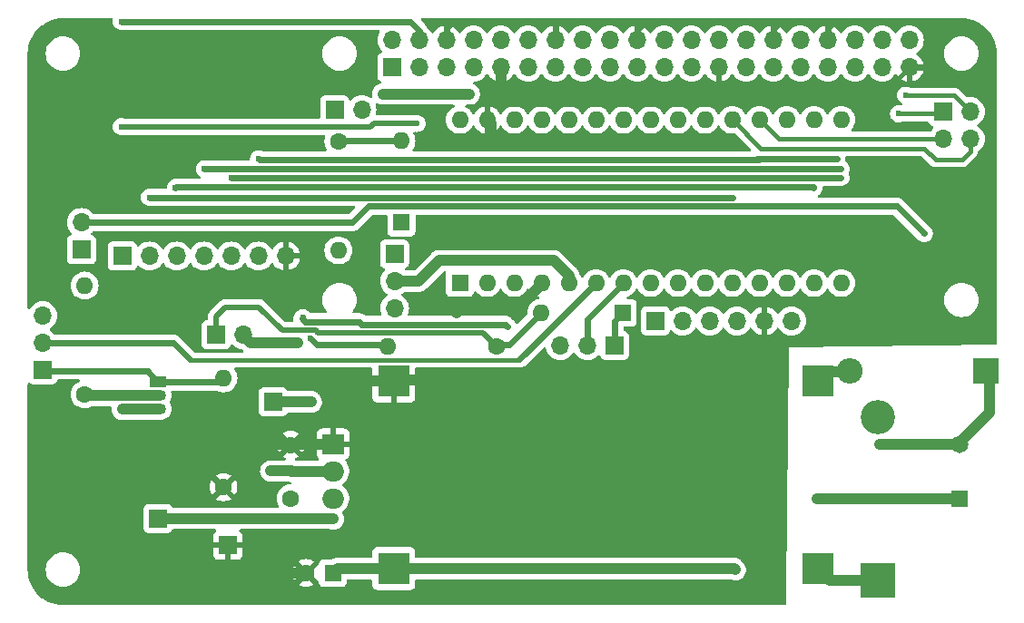
<source format=gbr>
G04 #@! TF.GenerationSoftware,KiCad,Pcbnew,7.0.11+dfsg-1build4*
G04 #@! TF.CreationDate,2025-04-23T22:41:42-04:00*
G04 #@! TF.ProjectId,trackteur_arduino_V1,74726163-6b74-4657-9572-5f6172647569,rev?*
G04 #@! TF.SameCoordinates,Original*
G04 #@! TF.FileFunction,Copper,L2,Bot*
G04 #@! TF.FilePolarity,Positive*
%FSLAX46Y46*%
G04 Gerber Fmt 4.6, Leading zero omitted, Abs format (unit mm)*
G04 Created by KiCad (PCBNEW 7.0.11+dfsg-1build4) date 2025-04-23 22:41:42*
%MOMM*%
%LPD*%
G01*
G04 APERTURE LIST*
G04 #@! TA.AperFunction,ComponentPad*
%ADD10R,1.700000X1.700000*%
G04 #@! TD*
G04 #@! TA.AperFunction,ComponentPad*
%ADD11R,1.600000X1.600000*%
G04 #@! TD*
G04 #@! TA.AperFunction,ComponentPad*
%ADD12O,1.600000X1.600000*%
G04 #@! TD*
G04 #@! TA.AperFunction,ComponentPad*
%ADD13R,2.000000X1.905000*%
G04 #@! TD*
G04 #@! TA.AperFunction,ComponentPad*
%ADD14O,2.000000X1.905000*%
G04 #@! TD*
G04 #@! TA.AperFunction,ComponentPad*
%ADD15R,3.200000X3.200000*%
G04 #@! TD*
G04 #@! TA.AperFunction,ComponentPad*
%ADD16O,3.200000X3.200000*%
G04 #@! TD*
G04 #@! TA.AperFunction,ComponentPad*
%ADD17O,1.700000X1.700000*%
G04 #@! TD*
G04 #@! TA.AperFunction,ComponentPad*
%ADD18C,1.600000*%
G04 #@! TD*
G04 #@! TA.AperFunction,ComponentPad*
%ADD19R,2.400000X2.400000*%
G04 #@! TD*
G04 #@! TA.AperFunction,ComponentPad*
%ADD20O,2.400000X2.400000*%
G04 #@! TD*
G04 #@! TA.AperFunction,ComponentPad*
%ADD21R,1.650000X1.650000*%
G04 #@! TD*
G04 #@! TA.AperFunction,ComponentPad*
%ADD22C,1.650000*%
G04 #@! TD*
G04 #@! TA.AperFunction,ComponentPad*
%ADD23R,1.500000X1.050000*%
G04 #@! TD*
G04 #@! TA.AperFunction,ComponentPad*
%ADD24O,1.500000X1.050000*%
G04 #@! TD*
G04 #@! TA.AperFunction,ComponentPad*
%ADD25R,3.000000X3.000000*%
G04 #@! TD*
G04 #@! TA.AperFunction,ViaPad*
%ADD26C,0.600000*%
G04 #@! TD*
G04 #@! TA.AperFunction,Conductor*
%ADD27C,1.000000*%
G04 #@! TD*
G04 #@! TA.AperFunction,Conductor*
%ADD28C,0.600000*%
G04 #@! TD*
G04 #@! TA.AperFunction,Conductor*
%ADD29C,0.400000*%
G04 #@! TD*
G04 #@! TA.AperFunction,Conductor*
%ADD30C,0.500000*%
G04 #@! TD*
G04 APERTURE END LIST*
D10*
X176460000Y-90530000D03*
D11*
X192660000Y-60400000D03*
D12*
X192660000Y-52780000D03*
D10*
X180690000Y-77110000D03*
D13*
X186290000Y-81070000D03*
D14*
X186290000Y-83610000D03*
X186290000Y-86150000D03*
D15*
X237120000Y-93810000D03*
D16*
X237120000Y-78570000D03*
D10*
X159210000Y-74180000D03*
D17*
X159210000Y-71640000D03*
X159210000Y-69100000D03*
D18*
X163120000Y-76440000D03*
D12*
X163120000Y-66280000D03*
D10*
X212550000Y-71870000D03*
D17*
X210010000Y-71870000D03*
X207470000Y-71870000D03*
D11*
X213310000Y-68820000D03*
D12*
X205690000Y-68820000D03*
D19*
X247160000Y-74270000D03*
D20*
X234460000Y-74270000D03*
D21*
X244730000Y-86210000D03*
D22*
X244730000Y-81130000D03*
D10*
X216340000Y-69570000D03*
D17*
X218880000Y-69570000D03*
X221420000Y-69570000D03*
X223960000Y-69570000D03*
X226500000Y-69570000D03*
X229040000Y-69570000D03*
D11*
X186269513Y-93116400D03*
D18*
X183769513Y-93116400D03*
D10*
X175370000Y-70880000D03*
D17*
X177910000Y-70880000D03*
D18*
X176060000Y-85100000D03*
D12*
X176060000Y-74940000D03*
D10*
X192020000Y-63315000D03*
D17*
X192020000Y-65855000D03*
X192020000Y-68395000D03*
D23*
X169950000Y-75270000D03*
D24*
X169950000Y-76540000D03*
X169950000Y-77810000D03*
D10*
X162820000Y-62925000D03*
D17*
X162820000Y-60385000D03*
D10*
X166630000Y-63521200D03*
D17*
X169170000Y-63521200D03*
X171710000Y-63521200D03*
X174250000Y-63521200D03*
X176790000Y-63521200D03*
X179330000Y-63521200D03*
X181870000Y-63521200D03*
D10*
X186425000Y-49860000D03*
D17*
X188965000Y-49860000D03*
D10*
X169970000Y-88020000D03*
D18*
X186790000Y-52830000D03*
D12*
X186790000Y-62990000D03*
D18*
X182330000Y-86150000D03*
X182330000Y-81150000D03*
D25*
X231490000Y-92700000D03*
X191940000Y-92700000D03*
X231490000Y-75200000D03*
X191940000Y-75200000D03*
D10*
X191770000Y-45890000D03*
D17*
X191770000Y-43350000D03*
X194310000Y-45890000D03*
X194310000Y-43350000D03*
X196850000Y-45890000D03*
X196850000Y-43350000D03*
X199390000Y-45890000D03*
X199390000Y-43350000D03*
X201930000Y-45890000D03*
X201930000Y-43350000D03*
X204470000Y-45890000D03*
X204470000Y-43350000D03*
X207010000Y-45890000D03*
X207010000Y-43350000D03*
X209550000Y-45890000D03*
X209550000Y-43350000D03*
X212090000Y-45890000D03*
X212090000Y-43350000D03*
X214630000Y-45890000D03*
X214630000Y-43350000D03*
X217170000Y-45890000D03*
X217170000Y-43350000D03*
X219710000Y-45890000D03*
X219710000Y-43350000D03*
X222250000Y-45890000D03*
X222250000Y-43350000D03*
X224790000Y-45890000D03*
X224790000Y-43350000D03*
X227330000Y-45890000D03*
X227330000Y-43350000D03*
X229870000Y-45890000D03*
X229870000Y-43350000D03*
X232410000Y-45890000D03*
X232410000Y-43350000D03*
X234950000Y-45890000D03*
X234950000Y-43350000D03*
X237490000Y-45890000D03*
X237490000Y-43350000D03*
X240030000Y-45890000D03*
X240030000Y-43350000D03*
D10*
X243179600Y-50038000D03*
D17*
X245719600Y-50038000D03*
X243179600Y-52578000D03*
X245719600Y-52578000D03*
D18*
X201560000Y-71970000D03*
D12*
X191400000Y-71970000D03*
D11*
X198120000Y-66040000D03*
D12*
X200660000Y-66040000D03*
X203200000Y-66040000D03*
X205740000Y-66040000D03*
X208280000Y-66040000D03*
X210820000Y-66040000D03*
X213360000Y-66040000D03*
X215900000Y-66040000D03*
X218440000Y-66040000D03*
X220980000Y-66040000D03*
X223520000Y-66040000D03*
X226060000Y-66040000D03*
X228600000Y-66040000D03*
X231140000Y-66040000D03*
X233680000Y-66040000D03*
X233680000Y-50800000D03*
X231140000Y-50800000D03*
X228600000Y-50800000D03*
X226060000Y-50800000D03*
X223520000Y-50800000D03*
X220980000Y-50800000D03*
X218440000Y-50800000D03*
X215900000Y-50800000D03*
X213360000Y-50800000D03*
X210820000Y-50800000D03*
X208280000Y-50800000D03*
X205740000Y-50800000D03*
X203200000Y-50800000D03*
X200660000Y-50800000D03*
X198120000Y-50800000D03*
D26*
X200690000Y-49060000D03*
X176550000Y-93010000D03*
X176090000Y-81070000D03*
X186250000Y-75220000D03*
X181810000Y-75240000D03*
X197770000Y-75115000D03*
X197770000Y-68865000D03*
X205745000Y-52940000D03*
X226450000Y-75075000D03*
X190945000Y-48390000D03*
X198995000Y-48390000D03*
X169170000Y-58040000D03*
X223545000Y-58040000D03*
X179345000Y-54440000D03*
X226045000Y-54440000D03*
X231120000Y-57165000D03*
X171595000Y-57165000D03*
X176800000Y-56190000D03*
X233650000Y-56190000D03*
X233650000Y-55365000D03*
X174300000Y-55375000D03*
X194110000Y-51150000D03*
X166550000Y-41620000D03*
X223800000Y-92800000D03*
X166630000Y-77830000D03*
X166550000Y-51450000D03*
X186269513Y-88070000D03*
X183470000Y-69270000D03*
X202590000Y-70130000D03*
X183010000Y-71600000D03*
X184195000Y-71240000D03*
X182380000Y-83590000D03*
X184245000Y-77140000D03*
X180480000Y-83590000D03*
X241430000Y-61420000D03*
X239040000Y-50240000D03*
X239690000Y-48510000D03*
X237260000Y-81110000D03*
X231390000Y-86150000D03*
D27*
X200995000Y-51135000D02*
X200660000Y-50800000D01*
D28*
X214630000Y-43350000D02*
X214630000Y-42420000D01*
D27*
X183516400Y-93116400D02*
X183500000Y-93100000D01*
X197770000Y-68865000D02*
X198305000Y-68330000D01*
D29*
X222250000Y-49030000D02*
X236890000Y-49030000D01*
D27*
X191940000Y-75200000D02*
X192025000Y-75115000D01*
X186290000Y-81070000D02*
X182410000Y-81070000D01*
D28*
X196850000Y-43350000D02*
X196850000Y-42240000D01*
X207010000Y-43350000D02*
X207010000Y-41630000D01*
X227330000Y-43350000D02*
X227330000Y-42370000D01*
X241770000Y-41645000D02*
X241795000Y-41620000D01*
D27*
X192025000Y-75115000D02*
X197770000Y-75115000D01*
D28*
X232410000Y-42270000D02*
X233060000Y-41620000D01*
X241795000Y-41620000D02*
X233060000Y-41620000D01*
D27*
X183500000Y-93100000D02*
X176640000Y-93100000D01*
D28*
X197470000Y-41620000D02*
X207000000Y-41620000D01*
D27*
X205720000Y-52915000D02*
X200995000Y-52915000D01*
X181830000Y-75220000D02*
X181810000Y-75240000D01*
X226410000Y-75115000D02*
X226450000Y-75075000D01*
X203520000Y-68330000D02*
X205740000Y-66110000D01*
D29*
X222250000Y-45890000D02*
X222250000Y-49030000D01*
D27*
X176640000Y-93100000D02*
X176550000Y-93010000D01*
D28*
X196850000Y-42240000D02*
X197470000Y-41620000D01*
D27*
X201920000Y-49060000D02*
X222220000Y-49060000D01*
D29*
X236890000Y-49030000D02*
X240030000Y-45890000D01*
D28*
X227330000Y-42370000D02*
X228080000Y-41620000D01*
D27*
X201930000Y-49050000D02*
X201920000Y-49060000D01*
X200995000Y-52915000D02*
X200995000Y-51135000D01*
X201930000Y-45890000D02*
X201930000Y-49050000D01*
D28*
X207010000Y-41630000D02*
X207020000Y-41620000D01*
X240055000Y-45865000D02*
X241770000Y-45865000D01*
D27*
X183769513Y-93116400D02*
X183516400Y-93116400D01*
X198305000Y-68330000D02*
X203520000Y-68330000D01*
X186250000Y-75220000D02*
X191920000Y-75220000D01*
D28*
X240030000Y-45890000D02*
X240055000Y-45865000D01*
X228080000Y-41620000D02*
X215430000Y-41620000D01*
D27*
X222220000Y-49060000D02*
X222250000Y-49030000D01*
X191920000Y-75220000D02*
X191940000Y-75200000D01*
X182250000Y-81070000D02*
X176090000Y-81070000D01*
D28*
X215430000Y-41620000D02*
X207020000Y-41620000D01*
D27*
X200690000Y-49060000D02*
X201920000Y-49060000D01*
X182330000Y-81150000D02*
X182250000Y-81070000D01*
D28*
X207000000Y-41620000D02*
X207010000Y-41630000D01*
D27*
X182410000Y-81070000D02*
X182330000Y-81150000D01*
D28*
X241770000Y-45865000D02*
X241770000Y-41645000D01*
X233060000Y-41620000D02*
X228080000Y-41620000D01*
D27*
X197770000Y-75115000D02*
X226410000Y-75115000D01*
D28*
X232410000Y-43350000D02*
X232410000Y-42270000D01*
D27*
X186250000Y-75220000D02*
X181830000Y-75220000D01*
X205745000Y-52940000D02*
X205720000Y-52915000D01*
D28*
X214630000Y-42420000D02*
X215430000Y-41620000D01*
D27*
X205740000Y-66110000D02*
X205740000Y-66040000D01*
X190945000Y-48390000D02*
X198995000Y-48390000D01*
D28*
X159210000Y-71640000D02*
X171370000Y-71640000D01*
X171370000Y-71640000D02*
X172830000Y-73100000D01*
D29*
X172830000Y-73100000D02*
X172950000Y-73220000D01*
X172950000Y-73220000D02*
X203640000Y-73220000D01*
X203640000Y-73220000D02*
X203760000Y-73100000D01*
D28*
X203760000Y-73100000D02*
X210820000Y-66040000D01*
X210010000Y-69390000D02*
X210010000Y-71870000D01*
X213360000Y-66040000D02*
X210010000Y-69390000D01*
X169170000Y-58040000D02*
X223545000Y-58040000D01*
X179345000Y-54440000D02*
X179425000Y-54520000D01*
X225965000Y-54520000D02*
X226045000Y-54440000D01*
X179425000Y-54520000D02*
X225965000Y-54520000D01*
X226045000Y-54440000D02*
X233270000Y-54440000D01*
X231045000Y-57090000D02*
X231120000Y-57165000D01*
X171670000Y-57090000D02*
X231045000Y-57090000D01*
X171595000Y-57165000D02*
X171670000Y-57090000D01*
X176800000Y-56190000D02*
X233650000Y-56190000D01*
X174310000Y-55365000D02*
X174300000Y-55375000D01*
X176770000Y-55365000D02*
X174310000Y-55365000D01*
X176770000Y-55365000D02*
X233650000Y-55365000D01*
D30*
X190110000Y-51150000D02*
X189810000Y-51450000D01*
D27*
X191940000Y-92700000D02*
X223700000Y-92700000D01*
X186685913Y-92700000D02*
X186269513Y-93116400D01*
D28*
X194310000Y-42470000D02*
X193460000Y-41620000D01*
D27*
X186270000Y-88020000D02*
X169970000Y-88020000D01*
D30*
X194110000Y-51150000D02*
X190110000Y-51150000D01*
D27*
X223700000Y-92700000D02*
X223800000Y-92800000D01*
X169950000Y-77810000D02*
X166650000Y-77810000D01*
X186269513Y-88070000D02*
X186320000Y-88070000D01*
X191940000Y-92700000D02*
X186685913Y-92700000D01*
D28*
X193460000Y-41620000D02*
X166550000Y-41620000D01*
D27*
X186320000Y-88070000D02*
X186270000Y-88020000D01*
D30*
X189810000Y-51450000D02*
X166550000Y-51450000D01*
D27*
X166650000Y-77810000D02*
X166630000Y-77830000D01*
D28*
X194310000Y-43350000D02*
X194310000Y-42470000D01*
X183390000Y-69350000D02*
X183700000Y-69660000D01*
X188720000Y-69660000D02*
X188960000Y-69900000D01*
X202360000Y-69900000D02*
X202590000Y-70130000D01*
X183700000Y-69660000D02*
X188720000Y-69660000D01*
D27*
X178630000Y-71600000D02*
X177910000Y-70880000D01*
X183010000Y-71600000D02*
X178630000Y-71600000D01*
D28*
X188960000Y-69900000D02*
X202360000Y-69900000D01*
D27*
X163220000Y-76540000D02*
X163120000Y-76440000D01*
X169950000Y-76540000D02*
X163220000Y-76540000D01*
D28*
X191400000Y-71780000D02*
X184735000Y-71780000D01*
X184735000Y-71780000D02*
X184195000Y-71240000D01*
D27*
X182400000Y-83610000D02*
X182380000Y-83590000D01*
X180690000Y-77110000D02*
X184215000Y-77110000D01*
X186290000Y-83610000D02*
X182400000Y-83610000D01*
X184215000Y-77110000D02*
X184245000Y-77140000D01*
X182380000Y-83590000D02*
X180480000Y-83590000D01*
D28*
X162820000Y-60385000D02*
X188115000Y-60385000D01*
X238870000Y-58860000D02*
X241430000Y-61420000D01*
X188115000Y-60385000D02*
X189640000Y-58860000D01*
X189640000Y-58860000D02*
X238870000Y-58860000D01*
D27*
X194275000Y-65855000D02*
X192020000Y-65855000D01*
X208280000Y-66040000D02*
X208280000Y-65380000D01*
X196180000Y-63950000D02*
X194275000Y-65855000D01*
X208280000Y-65380000D02*
X206850000Y-63950000D01*
X206850000Y-63950000D02*
X196180000Y-63950000D01*
D29*
X227838000Y-52578000D02*
X243179600Y-52578000D01*
X226060000Y-50800000D02*
X227838000Y-52578000D01*
X242490000Y-54530000D02*
X244960000Y-54530000D01*
X245719600Y-53770400D02*
X245719600Y-52578000D01*
X226190000Y-53470000D02*
X241430000Y-53470000D01*
X241430000Y-53470000D02*
X242490000Y-54530000D01*
X244960000Y-54530000D02*
X245719600Y-53770400D01*
X223520000Y-50800000D02*
X226190000Y-53470000D01*
X239040000Y-50240000D02*
X242977600Y-50240000D01*
X242977600Y-50240000D02*
X243179600Y-50038000D01*
X244191600Y-48510000D02*
X245719600Y-50038000D01*
X239690000Y-48510000D02*
X244191600Y-48510000D01*
D27*
X232600000Y-93810000D02*
X231490000Y-92700000D01*
X237120000Y-93810000D02*
X232600000Y-93810000D01*
X244730000Y-81130000D02*
X243960000Y-81130000D01*
X244540000Y-81130000D02*
X247510000Y-78160000D01*
X247510000Y-78160000D02*
X247510000Y-74280000D01*
X243960000Y-81130000D02*
X244540000Y-81130000D01*
D28*
X237280000Y-81130000D02*
X237260000Y-81110000D01*
D27*
X243960000Y-81130000D02*
X237280000Y-81130000D01*
X234950000Y-74290000D02*
X232400000Y-74290000D01*
D28*
X232400000Y-74290000D02*
X231490000Y-75200000D01*
X231450000Y-86210000D02*
X231390000Y-86150000D01*
D27*
X244730000Y-86210000D02*
X231450000Y-86210000D01*
D28*
X212550000Y-71870000D02*
X212550000Y-69580000D01*
X212550000Y-69580000D02*
X213310000Y-68820000D01*
D30*
X200250000Y-70660000D02*
X184890000Y-70660000D01*
X176250000Y-68290000D02*
X175350000Y-69190000D01*
X175350000Y-69190000D02*
X175370000Y-69210000D01*
X175370000Y-69210000D02*
X175370000Y-70880000D01*
X201560000Y-71970000D02*
X200250000Y-70660000D01*
X181520000Y-70450000D02*
X179360000Y-68290000D01*
D28*
X201560000Y-71780000D02*
X202730000Y-71780000D01*
D30*
X184890000Y-70660000D02*
X184680000Y-70450000D01*
X184680000Y-70450000D02*
X181520000Y-70450000D01*
D28*
X202730000Y-71780000D02*
X205690000Y-68820000D01*
D30*
X179360000Y-68290000D02*
X176250000Y-68290000D01*
D28*
X186790000Y-52830000D02*
X186840000Y-52780000D01*
X186840000Y-52780000D02*
X192660000Y-52780000D01*
X169950000Y-75270000D02*
X175730000Y-75270000D01*
X159240000Y-74210000D02*
X159210000Y-74180000D01*
X169020000Y-74340000D02*
X169020000Y-74210000D01*
X169020000Y-74210000D02*
X159240000Y-74210000D01*
X169950000Y-75270000D02*
X169020000Y-74340000D01*
X175730000Y-75270000D02*
X176060000Y-74940000D01*
G04 #@! TA.AperFunction,Conductor*
G36*
X165706463Y-41340185D02*
G01*
X165752218Y-41392989D01*
X165762644Y-41458383D01*
X165744435Y-41619996D01*
X165744435Y-41620003D01*
X165764630Y-41799249D01*
X165764631Y-41799254D01*
X165824211Y-41969523D01*
X165891177Y-42076098D01*
X165920184Y-42122262D01*
X166047738Y-42249816D01*
X166200478Y-42345789D01*
X166370745Y-42405368D01*
X166370750Y-42405369D01*
X166549996Y-42425565D01*
X166550000Y-42425565D01*
X166550002Y-42425565D01*
X166588031Y-42421280D01*
X166601915Y-42420500D01*
X190533985Y-42420500D01*
X190601024Y-42440185D01*
X190646779Y-42492989D01*
X190656723Y-42562147D01*
X190635560Y-42615623D01*
X190595965Y-42672169D01*
X190595964Y-42672171D01*
X190496098Y-42886335D01*
X190496094Y-42886344D01*
X190434938Y-43114586D01*
X190434936Y-43114596D01*
X190414341Y-43349999D01*
X190414341Y-43350000D01*
X190434936Y-43585403D01*
X190434938Y-43585413D01*
X190496094Y-43813655D01*
X190496096Y-43813659D01*
X190496097Y-43813663D01*
X190575801Y-43984588D01*
X190595965Y-44027830D01*
X190595967Y-44027834D01*
X190663226Y-44123889D01*
X190731504Y-44221400D01*
X190731506Y-44221402D01*
X190853430Y-44343326D01*
X190886915Y-44404649D01*
X190881931Y-44474341D01*
X190840059Y-44530274D01*
X190809083Y-44547189D01*
X190677669Y-44596203D01*
X190677664Y-44596206D01*
X190562455Y-44682452D01*
X190562452Y-44682455D01*
X190476206Y-44797664D01*
X190476202Y-44797671D01*
X190425908Y-44932517D01*
X190419501Y-44992116D01*
X190419500Y-44992135D01*
X190419500Y-46787870D01*
X190419501Y-46787876D01*
X190425908Y-46847483D01*
X190476202Y-46982328D01*
X190476206Y-46982335D01*
X190562452Y-47097544D01*
X190562455Y-47097547D01*
X190677664Y-47183793D01*
X190677666Y-47183794D01*
X190677669Y-47183796D01*
X190690689Y-47188652D01*
X190746624Y-47230521D01*
X190771043Y-47295985D01*
X190756193Y-47364258D01*
X190706789Y-47413665D01*
X190684481Y-47423148D01*
X190548417Y-47465838D01*
X190548405Y-47465844D01*
X190370500Y-47564589D01*
X190370495Y-47564592D01*
X190216106Y-47697132D01*
X190216104Y-47697134D01*
X190091554Y-47858037D01*
X190091553Y-47858040D01*
X190001940Y-48040728D01*
X189950937Y-48237714D01*
X189940631Y-48440936D01*
X189971442Y-48642063D01*
X189973020Y-48648155D01*
X189971138Y-48648642D01*
X189975331Y-48709251D01*
X189941704Y-48770495D01*
X189880302Y-48803837D01*
X189810623Y-48798690D01*
X189783104Y-48784185D01*
X189642834Y-48685967D01*
X189642830Y-48685965D01*
X189620062Y-48675348D01*
X189428663Y-48586097D01*
X189428659Y-48586096D01*
X189428655Y-48586094D01*
X189200413Y-48524938D01*
X189200403Y-48524936D01*
X188965001Y-48504341D01*
X188964999Y-48504341D01*
X188729596Y-48524936D01*
X188729586Y-48524938D01*
X188501344Y-48586094D01*
X188501335Y-48586098D01*
X188287171Y-48685964D01*
X188287169Y-48685965D01*
X188093600Y-48821503D01*
X187971673Y-48943430D01*
X187910350Y-48976914D01*
X187840658Y-48971930D01*
X187784725Y-48930058D01*
X187767810Y-48899081D01*
X187718797Y-48767671D01*
X187718793Y-48767664D01*
X187632547Y-48652455D01*
X187632544Y-48652452D01*
X187517335Y-48566206D01*
X187517328Y-48566202D01*
X187382482Y-48515908D01*
X187382483Y-48515908D01*
X187322883Y-48509501D01*
X187322881Y-48509500D01*
X187322873Y-48509500D01*
X187322864Y-48509500D01*
X185527129Y-48509500D01*
X185527123Y-48509501D01*
X185467516Y-48515908D01*
X185332671Y-48566202D01*
X185332664Y-48566206D01*
X185217455Y-48652452D01*
X185217452Y-48652455D01*
X185131206Y-48767664D01*
X185131202Y-48767671D01*
X185080908Y-48902517D01*
X185076510Y-48943430D01*
X185074500Y-48962127D01*
X185074500Y-49802596D01*
X185074501Y-50575500D01*
X185054816Y-50642539D01*
X185002013Y-50688294D01*
X184950501Y-50699500D01*
X166849972Y-50699500D01*
X166809017Y-50692542D01*
X166729254Y-50664631D01*
X166729249Y-50664630D01*
X166550004Y-50644435D01*
X166549996Y-50644435D01*
X166370750Y-50664630D01*
X166370745Y-50664631D01*
X166200476Y-50724211D01*
X166047737Y-50820184D01*
X165920184Y-50947737D01*
X165824211Y-51100476D01*
X165764631Y-51270745D01*
X165764630Y-51270750D01*
X165744435Y-51449996D01*
X165744435Y-51450003D01*
X165764630Y-51629249D01*
X165764631Y-51629254D01*
X165824211Y-51799523D01*
X165913020Y-51940861D01*
X165920184Y-51952262D01*
X166047738Y-52079816D01*
X166200478Y-52175789D01*
X166370745Y-52235368D01*
X166370750Y-52235369D01*
X166549996Y-52255565D01*
X166550000Y-52255565D01*
X166550004Y-52255565D01*
X166729249Y-52235369D01*
X166729252Y-52235368D01*
X166729255Y-52235368D01*
X166809017Y-52207457D01*
X166849972Y-52200500D01*
X185453956Y-52200500D01*
X185520995Y-52220185D01*
X185566750Y-52272989D01*
X185576694Y-52342147D01*
X185566339Y-52376902D01*
X185563263Y-52383496D01*
X185563258Y-52383511D01*
X185504366Y-52603302D01*
X185504364Y-52603313D01*
X185484532Y-52829998D01*
X185484532Y-52830001D01*
X185504364Y-53056686D01*
X185504366Y-53056697D01*
X185563258Y-53276488D01*
X185563261Y-53276497D01*
X185636116Y-53432734D01*
X185659432Y-53482734D01*
X185688591Y-53524378D01*
X185710918Y-53590583D01*
X185693908Y-53658350D01*
X185642960Y-53706163D01*
X185587016Y-53719500D01*
X179730706Y-53719500D01*
X179689750Y-53712541D01*
X179658398Y-53701570D01*
X179645554Y-53696250D01*
X179611061Y-53679639D01*
X179573735Y-53671119D01*
X179560380Y-53667271D01*
X179524260Y-53654633D01*
X179524256Y-53654632D01*
X179524255Y-53654632D01*
X179506139Y-53652590D01*
X179486217Y-53650345D01*
X179472518Y-53648017D01*
X179435200Y-53639501D01*
X179435196Y-53639500D01*
X179435194Y-53639500D01*
X179435191Y-53639500D01*
X179396915Y-53639500D01*
X179383031Y-53638720D01*
X179345002Y-53634435D01*
X179344998Y-53634435D01*
X179306969Y-53638720D01*
X179293085Y-53639500D01*
X179254806Y-53639500D01*
X179247334Y-53641205D01*
X179217478Y-53648018D01*
X179203781Y-53650345D01*
X179165743Y-53654632D01*
X179129622Y-53667271D01*
X179116269Y-53671118D01*
X179078939Y-53679639D01*
X179044452Y-53696247D01*
X179031613Y-53701565D01*
X178995483Y-53714208D01*
X178995476Y-53714212D01*
X178963064Y-53734577D01*
X178950900Y-53741300D01*
X178916413Y-53757909D01*
X178886492Y-53781770D01*
X178875153Y-53789815D01*
X178842742Y-53810180D01*
X178842736Y-53810185D01*
X178815664Y-53837255D01*
X178805305Y-53846513D01*
X178775380Y-53870380D01*
X178751513Y-53900305D01*
X178742255Y-53910664D01*
X178715185Y-53937736D01*
X178715180Y-53937742D01*
X178694815Y-53970153D01*
X178686770Y-53981492D01*
X178662909Y-54011413D01*
X178646300Y-54045900D01*
X178639577Y-54058064D01*
X178619212Y-54090476D01*
X178619208Y-54090483D01*
X178606565Y-54126613D01*
X178601247Y-54139452D01*
X178584639Y-54173939D01*
X178576118Y-54211269D01*
X178572271Y-54224622D01*
X178559632Y-54260743D01*
X178555345Y-54298781D01*
X178553018Y-54312478D01*
X178544500Y-54349807D01*
X178544500Y-54388085D01*
X178543720Y-54401969D01*
X178539435Y-54439998D01*
X178539435Y-54440500D01*
X178539343Y-54440812D01*
X178538655Y-54446921D01*
X178537584Y-54446800D01*
X178519750Y-54507539D01*
X178466946Y-54553294D01*
X178415435Y-54564500D01*
X176814954Y-54564500D01*
X174400194Y-54564500D01*
X174219806Y-54564500D01*
X174212334Y-54566205D01*
X174182478Y-54573018D01*
X174168781Y-54575345D01*
X174130743Y-54579632D01*
X174094622Y-54592271D01*
X174081269Y-54596118D01*
X174043939Y-54604639D01*
X174009452Y-54621247D01*
X173996613Y-54626565D01*
X173960483Y-54639208D01*
X173960476Y-54639212D01*
X173928064Y-54659577D01*
X173915900Y-54666300D01*
X173881410Y-54682910D01*
X173851488Y-54706772D01*
X173840152Y-54714816D01*
X173807739Y-54735183D01*
X173807735Y-54735186D01*
X173670186Y-54872735D01*
X173670183Y-54872739D01*
X173649816Y-54905152D01*
X173641772Y-54916488D01*
X173617910Y-54946410D01*
X173601300Y-54980900D01*
X173594577Y-54993064D01*
X173574212Y-55025476D01*
X173574208Y-55025483D01*
X173561565Y-55061613D01*
X173556247Y-55074452D01*
X173539639Y-55108939D01*
X173531118Y-55146269D01*
X173527271Y-55159622D01*
X173514632Y-55195743D01*
X173510345Y-55233781D01*
X173508018Y-55247478D01*
X173499500Y-55284807D01*
X173499500Y-55323085D01*
X173498720Y-55336969D01*
X173494435Y-55374998D01*
X173494435Y-55375001D01*
X173498720Y-55413029D01*
X173499500Y-55426914D01*
X173499500Y-55465191D01*
X173499501Y-55465200D01*
X173508017Y-55502518D01*
X173510345Y-55516217D01*
X173513504Y-55544249D01*
X173514633Y-55554260D01*
X173527271Y-55590380D01*
X173531119Y-55603735D01*
X173539639Y-55641061D01*
X173556250Y-55675554D01*
X173561570Y-55688397D01*
X173574212Y-55724525D01*
X173574213Y-55724526D01*
X173594571Y-55756925D01*
X173601297Y-55769094D01*
X173617908Y-55803585D01*
X173617909Y-55803587D01*
X173639041Y-55830085D01*
X173641769Y-55833506D01*
X173649815Y-55844846D01*
X173670182Y-55877259D01*
X173670184Y-55877262D01*
X173697250Y-55904328D01*
X173706516Y-55914696D01*
X173730376Y-55944616D01*
X173730379Y-55944619D01*
X173760301Y-55968481D01*
X173770661Y-55977739D01*
X173797738Y-56004816D01*
X173830156Y-56025185D01*
X173841483Y-56033222D01*
X173871413Y-56057091D01*
X173871416Y-56057093D01*
X173876852Y-56060509D01*
X173923141Y-56112845D01*
X173933787Y-56181899D01*
X173905409Y-56245746D01*
X173847018Y-56284116D01*
X173810876Y-56289500D01*
X171760194Y-56289500D01*
X171579806Y-56289500D01*
X171572334Y-56291205D01*
X171542478Y-56298018D01*
X171528781Y-56300345D01*
X171490743Y-56304632D01*
X171454622Y-56317271D01*
X171441269Y-56321118D01*
X171403939Y-56329639D01*
X171369452Y-56346247D01*
X171356613Y-56351565D01*
X171320483Y-56364208D01*
X171320476Y-56364212D01*
X171288064Y-56384577D01*
X171275900Y-56391300D01*
X171241410Y-56407910D01*
X171211488Y-56431772D01*
X171200152Y-56439816D01*
X171167739Y-56460183D01*
X171167735Y-56460186D01*
X170965186Y-56662735D01*
X170965183Y-56662739D01*
X170944816Y-56695152D01*
X170936772Y-56706488D01*
X170912910Y-56736410D01*
X170896300Y-56770900D01*
X170889577Y-56783064D01*
X170869213Y-56815475D01*
X170869208Y-56815483D01*
X170856565Y-56851613D01*
X170851247Y-56864452D01*
X170834639Y-56898939D01*
X170826118Y-56936269D01*
X170822271Y-56949622D01*
X170809632Y-56985743D01*
X170805345Y-57023781D01*
X170803018Y-57037478D01*
X170794500Y-57074807D01*
X170794500Y-57113085D01*
X170793721Y-57126956D01*
X170793561Y-57128385D01*
X170793449Y-57129378D01*
X170766385Y-57193793D01*
X170708792Y-57233351D01*
X170670228Y-57239500D01*
X169221915Y-57239500D01*
X169208031Y-57238720D01*
X169170002Y-57234435D01*
X169169996Y-57234435D01*
X168990750Y-57254630D01*
X168990745Y-57254631D01*
X168820476Y-57314211D01*
X168667737Y-57410184D01*
X168540184Y-57537737D01*
X168444211Y-57690476D01*
X168384631Y-57860745D01*
X168384630Y-57860750D01*
X168364435Y-58039996D01*
X168364435Y-58040003D01*
X168384630Y-58219249D01*
X168384631Y-58219254D01*
X168444211Y-58389523D01*
X168540184Y-58542262D01*
X168667738Y-58669816D01*
X168820478Y-58765789D01*
X168990745Y-58825368D01*
X168990750Y-58825369D01*
X169169996Y-58845565D01*
X169170000Y-58845565D01*
X169170002Y-58845565D01*
X169208031Y-58841280D01*
X169221915Y-58840500D01*
X188228061Y-58840500D01*
X188295100Y-58860185D01*
X188340855Y-58912989D01*
X188350799Y-58982147D01*
X188321774Y-59045703D01*
X188315742Y-59052181D01*
X187819741Y-59548181D01*
X187758418Y-59581666D01*
X187732060Y-59584500D01*
X163972691Y-59584500D01*
X163905652Y-59564815D01*
X163871116Y-59531624D01*
X163858491Y-59513594D01*
X163691402Y-59346506D01*
X163691395Y-59346501D01*
X163497834Y-59210967D01*
X163497830Y-59210965D01*
X163497828Y-59210964D01*
X163283663Y-59111097D01*
X163283659Y-59111096D01*
X163283655Y-59111094D01*
X163055413Y-59049938D01*
X163055403Y-59049936D01*
X162820001Y-59029341D01*
X162819999Y-59029341D01*
X162584596Y-59049936D01*
X162584586Y-59049938D01*
X162356344Y-59111094D01*
X162356335Y-59111098D01*
X162142171Y-59210964D01*
X162142169Y-59210965D01*
X161948597Y-59346505D01*
X161781505Y-59513597D01*
X161645965Y-59707169D01*
X161645964Y-59707171D01*
X161546098Y-59921335D01*
X161546094Y-59921344D01*
X161484938Y-60149586D01*
X161484936Y-60149596D01*
X161464341Y-60384999D01*
X161464341Y-60385000D01*
X161484936Y-60620403D01*
X161484938Y-60620413D01*
X161546094Y-60848655D01*
X161546096Y-60848659D01*
X161546097Y-60848663D01*
X161598706Y-60961483D01*
X161645965Y-61062830D01*
X161645967Y-61062834D01*
X161735885Y-61191249D01*
X161770540Y-61240742D01*
X161781501Y-61256395D01*
X161781506Y-61256402D01*
X161903430Y-61378326D01*
X161936915Y-61439649D01*
X161931931Y-61509341D01*
X161890059Y-61565274D01*
X161859083Y-61582189D01*
X161727669Y-61631203D01*
X161727664Y-61631206D01*
X161612455Y-61717452D01*
X161612452Y-61717455D01*
X161526206Y-61832664D01*
X161526202Y-61832671D01*
X161475908Y-61967517D01*
X161469970Y-62022752D01*
X161469501Y-62027123D01*
X161469500Y-62027135D01*
X161469500Y-63822870D01*
X161469501Y-63822876D01*
X161475908Y-63882483D01*
X161526202Y-64017328D01*
X161526206Y-64017335D01*
X161612452Y-64132544D01*
X161612455Y-64132547D01*
X161727664Y-64218793D01*
X161727671Y-64218797D01*
X161862517Y-64269091D01*
X161862516Y-64269091D01*
X161869444Y-64269835D01*
X161922127Y-64275500D01*
X163717872Y-64275499D01*
X163777483Y-64269091D01*
X163912331Y-64218796D01*
X164027546Y-64132546D01*
X164113796Y-64017331D01*
X164164091Y-63882483D01*
X164170500Y-63822873D01*
X164170499Y-62027128D01*
X164164091Y-61967517D01*
X164157305Y-61949324D01*
X164113797Y-61832671D01*
X164113793Y-61832664D01*
X164027547Y-61717455D01*
X164027544Y-61717452D01*
X163912335Y-61631206D01*
X163912328Y-61631202D01*
X163780917Y-61582189D01*
X163724983Y-61540318D01*
X163700566Y-61474853D01*
X163715418Y-61406580D01*
X163736563Y-61378332D01*
X163858495Y-61256401D01*
X163871116Y-61238375D01*
X163925693Y-61194752D01*
X163972691Y-61185500D01*
X188205194Y-61185500D01*
X188242517Y-61176981D01*
X188256211Y-61174654D01*
X188294255Y-61170368D01*
X188330392Y-61157722D01*
X188343726Y-61153881D01*
X188381061Y-61145360D01*
X188415561Y-61128745D01*
X188428398Y-61123429D01*
X188464522Y-61110789D01*
X188496939Y-61090419D01*
X188509103Y-61083697D01*
X188543587Y-61067091D01*
X188573515Y-61043222D01*
X188584847Y-61035182D01*
X188617262Y-61014816D01*
X188744816Y-60887262D01*
X188744816Y-60887261D01*
X189935258Y-59696819D01*
X189996581Y-59663334D01*
X190022939Y-59660500D01*
X191235500Y-59660500D01*
X191302539Y-59680185D01*
X191348294Y-59732989D01*
X191359500Y-59784500D01*
X191359500Y-61247870D01*
X191359501Y-61247876D01*
X191365908Y-61307483D01*
X191416202Y-61442328D01*
X191416206Y-61442335D01*
X191502452Y-61557544D01*
X191502455Y-61557547D01*
X191617664Y-61643793D01*
X191617671Y-61643797D01*
X191752517Y-61694091D01*
X191752516Y-61694091D01*
X191759444Y-61694835D01*
X191812127Y-61700500D01*
X193507872Y-61700499D01*
X193567483Y-61694091D01*
X193702331Y-61643796D01*
X193817546Y-61557546D01*
X193903796Y-61442331D01*
X193954091Y-61307483D01*
X193960500Y-61247873D01*
X193960499Y-59784499D01*
X193980184Y-59717461D01*
X194032987Y-59671706D01*
X194084499Y-59660500D01*
X238487060Y-59660500D01*
X238554099Y-59680185D01*
X238574741Y-59696819D01*
X240927739Y-62049817D01*
X240927742Y-62049819D01*
X240960143Y-62070178D01*
X240971483Y-62078224D01*
X241000947Y-62101720D01*
X241001414Y-62102092D01*
X241035897Y-62118698D01*
X241035899Y-62118699D01*
X241048067Y-62125425D01*
X241080470Y-62145785D01*
X241080473Y-62145786D01*
X241080478Y-62145789D01*
X241116613Y-62158433D01*
X241129442Y-62163748D01*
X241163939Y-62180360D01*
X241201249Y-62188876D01*
X241214612Y-62192725D01*
X241250742Y-62205367D01*
X241250745Y-62205368D01*
X241288790Y-62209654D01*
X241302479Y-62211980D01*
X241339806Y-62220500D01*
X241378085Y-62220500D01*
X241391969Y-62221280D01*
X241429998Y-62225565D01*
X241430000Y-62225565D01*
X241430002Y-62225565D01*
X241468031Y-62221280D01*
X241481915Y-62220500D01*
X241520194Y-62220500D01*
X241557517Y-62211981D01*
X241571211Y-62209654D01*
X241609255Y-62205368D01*
X241645383Y-62192725D01*
X241658733Y-62188879D01*
X241696061Y-62180360D01*
X241730548Y-62163750D01*
X241743385Y-62158432D01*
X241779522Y-62145789D01*
X241811939Y-62125419D01*
X241824097Y-62118700D01*
X241858587Y-62102092D01*
X241888523Y-62078218D01*
X241899859Y-62070176D01*
X241932256Y-62049820D01*
X241932256Y-62049819D01*
X241932262Y-62049816D01*
X241959334Y-62022742D01*
X241969686Y-62013492D01*
X241999621Y-61989621D01*
X242023492Y-61959686D01*
X242032742Y-61949334D01*
X242059816Y-61922262D01*
X242080176Y-61889858D01*
X242088218Y-61878523D01*
X242112092Y-61848587D01*
X242128700Y-61814097D01*
X242135419Y-61801939D01*
X242155789Y-61769522D01*
X242168432Y-61733385D01*
X242173751Y-61720548D01*
X242183406Y-61700500D01*
X242190360Y-61686061D01*
X242198879Y-61648733D01*
X242202728Y-61635376D01*
X242215368Y-61599255D01*
X242219654Y-61561211D01*
X242221982Y-61547512D01*
X242223624Y-61540318D01*
X242230500Y-61510194D01*
X242230500Y-61471914D01*
X242231280Y-61458029D01*
X242235565Y-61420001D01*
X242235565Y-61419997D01*
X242231280Y-61381969D01*
X242230500Y-61368085D01*
X242230500Y-61329807D01*
X242230500Y-61329806D01*
X242221980Y-61292479D01*
X242219654Y-61278790D01*
X242215368Y-61240745D01*
X242202725Y-61204612D01*
X242198876Y-61191249D01*
X242190360Y-61153939D01*
X242173748Y-61119442D01*
X242168433Y-61106613D01*
X242155789Y-61070478D01*
X242155786Y-61070473D01*
X242155785Y-61070470D01*
X242135425Y-61038067D01*
X242128699Y-61025899D01*
X242112092Y-60991414D01*
X242111720Y-60990947D01*
X242088224Y-60961483D01*
X242080178Y-60950143D01*
X242059819Y-60917742D01*
X242059817Y-60917739D01*
X239372262Y-58230184D01*
X239372259Y-58230182D01*
X239339849Y-58209817D01*
X239328510Y-58201771D01*
X239298589Y-58177910D01*
X239264093Y-58161296D01*
X239251927Y-58154572D01*
X239219524Y-58134212D01*
X239219525Y-58134212D01*
X239212652Y-58131807D01*
X239183393Y-58121568D01*
X239170554Y-58116250D01*
X239136061Y-58099639D01*
X239098735Y-58091119D01*
X239085380Y-58087271D01*
X239049260Y-58074633D01*
X239049256Y-58074632D01*
X239049255Y-58074632D01*
X239031139Y-58072590D01*
X239011217Y-58070345D01*
X238997518Y-58068017D01*
X238960200Y-58059501D01*
X238960196Y-58059500D01*
X238960194Y-58059500D01*
X238960191Y-58059500D01*
X231636606Y-58059500D01*
X231569567Y-58039815D01*
X231523812Y-57987011D01*
X231513868Y-57917853D01*
X231542893Y-57854297D01*
X231559286Y-57838559D01*
X231567460Y-57832038D01*
X231578509Y-57823227D01*
X231589844Y-57815184D01*
X231622262Y-57794816D01*
X231649339Y-57767737D01*
X231659687Y-57758489D01*
X231689620Y-57734620D01*
X231713489Y-57704687D01*
X231722737Y-57694339D01*
X231749816Y-57667262D01*
X231770184Y-57634844D01*
X231778221Y-57623516D01*
X231802091Y-57593587D01*
X231818701Y-57559093D01*
X231825418Y-57546939D01*
X231845789Y-57514522D01*
X231858429Y-57478397D01*
X231863745Y-57465561D01*
X231880360Y-57431061D01*
X231888881Y-57393726D01*
X231892722Y-57380392D01*
X231905368Y-57344255D01*
X231909654Y-57306211D01*
X231911982Y-57292512D01*
X231920500Y-57255194D01*
X231920500Y-57216914D01*
X231921280Y-57203029D01*
X231925565Y-57165001D01*
X231925565Y-57165000D01*
X231921551Y-57129378D01*
X231921439Y-57128383D01*
X231933493Y-57059563D01*
X231980841Y-57008183D01*
X232044659Y-56990500D01*
X233598085Y-56990500D01*
X233611969Y-56991280D01*
X233649998Y-56995565D01*
X233650000Y-56995565D01*
X233650004Y-56995565D01*
X233829249Y-56975369D01*
X233829252Y-56975368D01*
X233829255Y-56975368D01*
X233999522Y-56915789D01*
X234152262Y-56819816D01*
X234279816Y-56692262D01*
X234375789Y-56539522D01*
X234435368Y-56369255D01*
X234435369Y-56369249D01*
X234455565Y-56190003D01*
X234455565Y-56189996D01*
X234435369Y-56010750D01*
X234435368Y-56010745D01*
X234412230Y-55944620D01*
X234375789Y-55840478D01*
X234375788Y-55840477D01*
X234375786Y-55840470D01*
X234372769Y-55834205D01*
X234374781Y-55833236D01*
X234358670Y-55776252D01*
X234374683Y-55721716D01*
X234372769Y-55720795D01*
X234375786Y-55714529D01*
X234375787Y-55714523D01*
X234375789Y-55714522D01*
X234435368Y-55544255D01*
X234438527Y-55516217D01*
X234455565Y-55365003D01*
X234455565Y-55364996D01*
X234435369Y-55185750D01*
X234435368Y-55185745D01*
X234423926Y-55153046D01*
X234375789Y-55015478D01*
X234372576Y-55010365D01*
X234310169Y-54911044D01*
X234279816Y-54862738D01*
X234152262Y-54735184D01*
X234152260Y-54735182D01*
X234152258Y-54735181D01*
X234115547Y-54712113D01*
X234069256Y-54659778D01*
X234058300Y-54593237D01*
X234075565Y-54440003D01*
X234075565Y-54439996D01*
X234060736Y-54308383D01*
X234072791Y-54239561D01*
X234120140Y-54188182D01*
X234183956Y-54170500D01*
X241088481Y-54170500D01*
X241155520Y-54190185D01*
X241176162Y-54206819D01*
X241977058Y-55007715D01*
X241982178Y-55013153D01*
X242022071Y-55058183D01*
X242045641Y-55074452D01*
X242071569Y-55092349D01*
X242077601Y-55096788D01*
X242124938Y-55133874D01*
X242124943Y-55133877D01*
X242134174Y-55138031D01*
X242153727Y-55149059D01*
X242162070Y-55154818D01*
X242218322Y-55176151D01*
X242225228Y-55179012D01*
X242280063Y-55203692D01*
X242280064Y-55203692D01*
X242280068Y-55203694D01*
X242290030Y-55205519D01*
X242311651Y-55211546D01*
X242311667Y-55211552D01*
X242321128Y-55215140D01*
X242365234Y-55220495D01*
X242380830Y-55222389D01*
X242388235Y-55223516D01*
X242409400Y-55227394D01*
X242447394Y-55234357D01*
X242507423Y-55230726D01*
X242514910Y-55230500D01*
X244935079Y-55230500D01*
X244942566Y-55230725D01*
X245002606Y-55234358D01*
X245061782Y-55223513D01*
X245069185Y-55222387D01*
X245072921Y-55221933D01*
X245128872Y-55215140D01*
X245138335Y-55211550D01*
X245159961Y-55205522D01*
X245160893Y-55205351D01*
X245169932Y-55203695D01*
X245224808Y-55178996D01*
X245231678Y-55176150D01*
X245287930Y-55154818D01*
X245296266Y-55149062D01*
X245315821Y-55138034D01*
X245325057Y-55133878D01*
X245372413Y-55096775D01*
X245378404Y-55092366D01*
X245427929Y-55058183D01*
X245467822Y-55013151D01*
X245472924Y-55007731D01*
X246197331Y-54283324D01*
X246202751Y-54278222D01*
X246247783Y-54238329D01*
X246281962Y-54188811D01*
X246286389Y-54182796D01*
X246293328Y-54173939D01*
X246323478Y-54135456D01*
X246327637Y-54126213D01*
X246338661Y-54106668D01*
X246344418Y-54098330D01*
X246361923Y-54052171D01*
X246365745Y-54042094D01*
X246368613Y-54035170D01*
X246393293Y-53980336D01*
X246393293Y-53980334D01*
X246393295Y-53980331D01*
X246395122Y-53970359D01*
X246401146Y-53948747D01*
X246404740Y-53939272D01*
X246411987Y-53879584D01*
X246413114Y-53872177D01*
X246417817Y-53846513D01*
X246423958Y-53813006D01*
X246423531Y-53805955D01*
X246439130Y-53737851D01*
X246476179Y-53696893D01*
X246591001Y-53616495D01*
X246758095Y-53449401D01*
X246893635Y-53255830D01*
X246993503Y-53041663D01*
X247054663Y-52813408D01*
X247075259Y-52578000D01*
X247054663Y-52342592D01*
X246993503Y-52114337D01*
X246893635Y-51900171D01*
X246888025Y-51892158D01*
X246758094Y-51706597D01*
X246591002Y-51539506D01*
X246590996Y-51539501D01*
X246405442Y-51409575D01*
X246361817Y-51354998D01*
X246354623Y-51285500D01*
X246386146Y-51223145D01*
X246405442Y-51206425D01*
X246513448Y-51130798D01*
X246591001Y-51076495D01*
X246758095Y-50909401D01*
X246893635Y-50715830D01*
X246993503Y-50501663D01*
X247054663Y-50273408D01*
X247075259Y-50038000D01*
X247054663Y-49802592D01*
X246993503Y-49574337D01*
X246893635Y-49360171D01*
X246886192Y-49349540D01*
X246758094Y-49166597D01*
X246591002Y-48999506D01*
X246590995Y-48999501D01*
X246575425Y-48988599D01*
X246510918Y-48943430D01*
X246397434Y-48863967D01*
X246397430Y-48863965D01*
X246268485Y-48803837D01*
X246183263Y-48764097D01*
X246183259Y-48764096D01*
X246183255Y-48764094D01*
X245955013Y-48702938D01*
X245955003Y-48702936D01*
X245719601Y-48682341D01*
X245719599Y-48682341D01*
X245484197Y-48702936D01*
X245484193Y-48702936D01*
X245484192Y-48702937D01*
X245484187Y-48702938D01*
X245484184Y-48702939D01*
X245467378Y-48707442D01*
X245397528Y-48705778D01*
X245347605Y-48675348D01*
X244704540Y-48032283D01*
X244699405Y-48026828D01*
X244659529Y-47981816D01*
X244659524Y-47981812D01*
X244610038Y-47947655D01*
X244604003Y-47943215D01*
X244556660Y-47906124D01*
X244556655Y-47906120D01*
X244547413Y-47901961D01*
X244527866Y-47890936D01*
X244519531Y-47885183D01*
X244519532Y-47885183D01*
X244519530Y-47885182D01*
X244463294Y-47863854D01*
X244456390Y-47860994D01*
X244401532Y-47836305D01*
X244401530Y-47836304D01*
X244391546Y-47834474D01*
X244369943Y-47828451D01*
X244360474Y-47824860D01*
X244360471Y-47824859D01*
X244300771Y-47817610D01*
X244293370Y-47816483D01*
X244234209Y-47805642D01*
X244234203Y-47805642D01*
X244174167Y-47809274D01*
X244166679Y-47809500D01*
X240115494Y-47809500D01*
X240049523Y-47790494D01*
X240039525Y-47784212D01*
X239869254Y-47724631D01*
X239869249Y-47724630D01*
X239690004Y-47704435D01*
X239689996Y-47704435D01*
X239510750Y-47724630D01*
X239510745Y-47724631D01*
X239340476Y-47784211D01*
X239187737Y-47880184D01*
X239060184Y-48007737D01*
X238964211Y-48160476D01*
X238904631Y-48330745D01*
X238904630Y-48330750D01*
X238884435Y-48509996D01*
X238884435Y-48510003D01*
X238904630Y-48689249D01*
X238904631Y-48689254D01*
X238964211Y-48859523D01*
X239052166Y-48999501D01*
X239060184Y-49012262D01*
X239187738Y-49139816D01*
X239208805Y-49153053D01*
X239346374Y-49239494D01*
X239344879Y-49241872D01*
X239387331Y-49280197D01*
X239405647Y-49347623D01*
X239384603Y-49414248D01*
X239330879Y-49458919D01*
X239261532Y-49467453D01*
X239240719Y-49462142D01*
X239219257Y-49454632D01*
X239219249Y-49454630D01*
X239040004Y-49434435D01*
X239039996Y-49434435D01*
X238860750Y-49454630D01*
X238860745Y-49454631D01*
X238690476Y-49514211D01*
X238537737Y-49610184D01*
X238410184Y-49737737D01*
X238314211Y-49890476D01*
X238254631Y-50060745D01*
X238254630Y-50060750D01*
X238234435Y-50239996D01*
X238234435Y-50240003D01*
X238254630Y-50419249D01*
X238254631Y-50419254D01*
X238314211Y-50589523D01*
X238378943Y-50692542D01*
X238410184Y-50742262D01*
X238537738Y-50869816D01*
X238600728Y-50909395D01*
X238690474Y-50965787D01*
X238690478Y-50965789D01*
X238816380Y-51009844D01*
X238860745Y-51025368D01*
X238860750Y-51025369D01*
X239039996Y-51045565D01*
X239040000Y-51045565D01*
X239040004Y-51045565D01*
X239219249Y-51025369D01*
X239219252Y-51025368D01*
X239219255Y-51025368D01*
X239389522Y-50965789D01*
X239390488Y-50965181D01*
X239399523Y-50959506D01*
X239465494Y-50940500D01*
X241728906Y-50940500D01*
X241795945Y-50960185D01*
X241841700Y-51012989D01*
X241845088Y-51021167D01*
X241885802Y-51130328D01*
X241885806Y-51130335D01*
X241972052Y-51245544D01*
X241972055Y-51245547D01*
X242087264Y-51331793D01*
X242087271Y-51331797D01*
X242218681Y-51380810D01*
X242274615Y-51422681D01*
X242299032Y-51488145D01*
X242284180Y-51556418D01*
X242263030Y-51584673D01*
X242141103Y-51706600D01*
X242058464Y-51824623D01*
X242003887Y-51868248D01*
X241956889Y-51877500D01*
X234741049Y-51877500D01*
X234674010Y-51857815D01*
X234628255Y-51805011D01*
X234618311Y-51735853D01*
X234647336Y-51672297D01*
X234653368Y-51665819D01*
X234680045Y-51639141D01*
X234680047Y-51639139D01*
X234810568Y-51452734D01*
X234906739Y-51246496D01*
X234965635Y-51026692D01*
X234985468Y-50800000D01*
X234965635Y-50573308D01*
X234909721Y-50364632D01*
X234906741Y-50353511D01*
X234906738Y-50353502D01*
X234888933Y-50315320D01*
X234810568Y-50147266D01*
X234680047Y-49960861D01*
X234680045Y-49960858D01*
X234519141Y-49799954D01*
X234332734Y-49669432D01*
X234332732Y-49669431D01*
X234126497Y-49573261D01*
X234126488Y-49573258D01*
X233906697Y-49514366D01*
X233906693Y-49514365D01*
X233906692Y-49514365D01*
X233906691Y-49514364D01*
X233906686Y-49514364D01*
X233680002Y-49494532D01*
X233679998Y-49494532D01*
X233453313Y-49514364D01*
X233453302Y-49514366D01*
X233233511Y-49573258D01*
X233233502Y-49573261D01*
X233027267Y-49669431D01*
X233027265Y-49669432D01*
X232840858Y-49799954D01*
X232679954Y-49960858D01*
X232549432Y-50147265D01*
X232549431Y-50147267D01*
X232522382Y-50205275D01*
X232476209Y-50257714D01*
X232409016Y-50276866D01*
X232342135Y-50256650D01*
X232297618Y-50205275D01*
X232270686Y-50147520D01*
X232270568Y-50147266D01*
X232140047Y-49960861D01*
X232140045Y-49960858D01*
X231979141Y-49799954D01*
X231792734Y-49669432D01*
X231792732Y-49669431D01*
X231586497Y-49573261D01*
X231586488Y-49573258D01*
X231366697Y-49514366D01*
X231366693Y-49514365D01*
X231366692Y-49514365D01*
X231366691Y-49514364D01*
X231366686Y-49514364D01*
X231140002Y-49494532D01*
X231139998Y-49494532D01*
X230913313Y-49514364D01*
X230913302Y-49514366D01*
X230693511Y-49573258D01*
X230693502Y-49573261D01*
X230487267Y-49669431D01*
X230487265Y-49669432D01*
X230300858Y-49799954D01*
X230139954Y-49960858D01*
X230009432Y-50147265D01*
X230009431Y-50147267D01*
X229982382Y-50205275D01*
X229936209Y-50257714D01*
X229869016Y-50276866D01*
X229802135Y-50256650D01*
X229757618Y-50205275D01*
X229730686Y-50147520D01*
X229730568Y-50147266D01*
X229600047Y-49960861D01*
X229600045Y-49960858D01*
X229439141Y-49799954D01*
X229252734Y-49669432D01*
X229252732Y-49669431D01*
X229046497Y-49573261D01*
X229046488Y-49573258D01*
X228826697Y-49514366D01*
X228826693Y-49514365D01*
X228826692Y-49514365D01*
X228826691Y-49514364D01*
X228826686Y-49514364D01*
X228600002Y-49494532D01*
X228599998Y-49494532D01*
X228373313Y-49514364D01*
X228373302Y-49514366D01*
X228153511Y-49573258D01*
X228153502Y-49573261D01*
X227947267Y-49669431D01*
X227947265Y-49669432D01*
X227760858Y-49799954D01*
X227599954Y-49960858D01*
X227469432Y-50147265D01*
X227469431Y-50147267D01*
X227442382Y-50205275D01*
X227396209Y-50257714D01*
X227329016Y-50276866D01*
X227262135Y-50256650D01*
X227217618Y-50205275D01*
X227190686Y-50147520D01*
X227190568Y-50147266D01*
X227060047Y-49960861D01*
X227060045Y-49960858D01*
X226899141Y-49799954D01*
X226712734Y-49669432D01*
X226712732Y-49669431D01*
X226506497Y-49573261D01*
X226506488Y-49573258D01*
X226286697Y-49514366D01*
X226286693Y-49514365D01*
X226286692Y-49514365D01*
X226286691Y-49514364D01*
X226286686Y-49514364D01*
X226060002Y-49494532D01*
X226059998Y-49494532D01*
X225833313Y-49514364D01*
X225833302Y-49514366D01*
X225613511Y-49573258D01*
X225613502Y-49573261D01*
X225407267Y-49669431D01*
X225407265Y-49669432D01*
X225220858Y-49799954D01*
X225059954Y-49960858D01*
X224929432Y-50147265D01*
X224929431Y-50147267D01*
X224902382Y-50205275D01*
X224856209Y-50257714D01*
X224789016Y-50276866D01*
X224722135Y-50256650D01*
X224677618Y-50205275D01*
X224650686Y-50147520D01*
X224650568Y-50147266D01*
X224520047Y-49960861D01*
X224520045Y-49960858D01*
X224359141Y-49799954D01*
X224172734Y-49669432D01*
X224172732Y-49669431D01*
X223966497Y-49573261D01*
X223966488Y-49573258D01*
X223746697Y-49514366D01*
X223746693Y-49514365D01*
X223746692Y-49514365D01*
X223746691Y-49514364D01*
X223746686Y-49514364D01*
X223520002Y-49494532D01*
X223519998Y-49494532D01*
X223293313Y-49514364D01*
X223293302Y-49514366D01*
X223073511Y-49573258D01*
X223073502Y-49573261D01*
X222867267Y-49669431D01*
X222867265Y-49669432D01*
X222680858Y-49799954D01*
X222519954Y-49960858D01*
X222389432Y-50147265D01*
X222389431Y-50147267D01*
X222362382Y-50205275D01*
X222316209Y-50257714D01*
X222249016Y-50276866D01*
X222182135Y-50256650D01*
X222137618Y-50205275D01*
X222110686Y-50147520D01*
X222110568Y-50147266D01*
X221980047Y-49960861D01*
X221980045Y-49960858D01*
X221819141Y-49799954D01*
X221632734Y-49669432D01*
X221632732Y-49669431D01*
X221426497Y-49573261D01*
X221426488Y-49573258D01*
X221206697Y-49514366D01*
X221206693Y-49514365D01*
X221206692Y-49514365D01*
X221206691Y-49514364D01*
X221206686Y-49514364D01*
X220980002Y-49494532D01*
X220979998Y-49494532D01*
X220753313Y-49514364D01*
X220753302Y-49514366D01*
X220533511Y-49573258D01*
X220533502Y-49573261D01*
X220327267Y-49669431D01*
X220327265Y-49669432D01*
X220140858Y-49799954D01*
X219979954Y-49960858D01*
X219849432Y-50147265D01*
X219849431Y-50147267D01*
X219822382Y-50205275D01*
X219776209Y-50257714D01*
X219709016Y-50276866D01*
X219642135Y-50256650D01*
X219597618Y-50205275D01*
X219570686Y-50147520D01*
X219570568Y-50147266D01*
X219440047Y-49960861D01*
X219440045Y-49960858D01*
X219279141Y-49799954D01*
X219092734Y-49669432D01*
X219092732Y-49669431D01*
X218886497Y-49573261D01*
X218886488Y-49573258D01*
X218666697Y-49514366D01*
X218666693Y-49514365D01*
X218666692Y-49514365D01*
X218666691Y-49514364D01*
X218666686Y-49514364D01*
X218440002Y-49494532D01*
X218439998Y-49494532D01*
X218213313Y-49514364D01*
X218213302Y-49514366D01*
X217993511Y-49573258D01*
X217993502Y-49573261D01*
X217787267Y-49669431D01*
X217787265Y-49669432D01*
X217600858Y-49799954D01*
X217439954Y-49960858D01*
X217309432Y-50147265D01*
X217309431Y-50147267D01*
X217282382Y-50205275D01*
X217236209Y-50257714D01*
X217169016Y-50276866D01*
X217102135Y-50256650D01*
X217057618Y-50205275D01*
X217030686Y-50147520D01*
X217030568Y-50147266D01*
X216900047Y-49960861D01*
X216900045Y-49960858D01*
X216739141Y-49799954D01*
X216552734Y-49669432D01*
X216552732Y-49669431D01*
X216346497Y-49573261D01*
X216346488Y-49573258D01*
X216126697Y-49514366D01*
X216126693Y-49514365D01*
X216126692Y-49514365D01*
X216126691Y-49514364D01*
X216126686Y-49514364D01*
X215900002Y-49494532D01*
X215899998Y-49494532D01*
X215673313Y-49514364D01*
X215673302Y-49514366D01*
X215453511Y-49573258D01*
X215453502Y-49573261D01*
X215247267Y-49669431D01*
X215247265Y-49669432D01*
X215060858Y-49799954D01*
X214899954Y-49960858D01*
X214769432Y-50147265D01*
X214769431Y-50147267D01*
X214742382Y-50205275D01*
X214696209Y-50257714D01*
X214629016Y-50276866D01*
X214562135Y-50256650D01*
X214517618Y-50205275D01*
X214490686Y-50147520D01*
X214490568Y-50147266D01*
X214360047Y-49960861D01*
X214360045Y-49960858D01*
X214199141Y-49799954D01*
X214012734Y-49669432D01*
X214012732Y-49669431D01*
X213806497Y-49573261D01*
X213806488Y-49573258D01*
X213586697Y-49514366D01*
X213586693Y-49514365D01*
X213586692Y-49514365D01*
X213586691Y-49514364D01*
X213586686Y-49514364D01*
X213360002Y-49494532D01*
X213359998Y-49494532D01*
X213133313Y-49514364D01*
X213133302Y-49514366D01*
X212913511Y-49573258D01*
X212913502Y-49573261D01*
X212707267Y-49669431D01*
X212707265Y-49669432D01*
X212520858Y-49799954D01*
X212359954Y-49960858D01*
X212229432Y-50147265D01*
X212229431Y-50147267D01*
X212202382Y-50205275D01*
X212156209Y-50257714D01*
X212089016Y-50276866D01*
X212022135Y-50256650D01*
X211977618Y-50205275D01*
X211950686Y-50147520D01*
X211950568Y-50147266D01*
X211820047Y-49960861D01*
X211820045Y-49960858D01*
X211659141Y-49799954D01*
X211472734Y-49669432D01*
X211472732Y-49669431D01*
X211266497Y-49573261D01*
X211266488Y-49573258D01*
X211046697Y-49514366D01*
X211046693Y-49514365D01*
X211046692Y-49514365D01*
X211046691Y-49514364D01*
X211046686Y-49514364D01*
X210820002Y-49494532D01*
X210819998Y-49494532D01*
X210593313Y-49514364D01*
X210593302Y-49514366D01*
X210373511Y-49573258D01*
X210373502Y-49573261D01*
X210167267Y-49669431D01*
X210167265Y-49669432D01*
X209980858Y-49799954D01*
X209819954Y-49960858D01*
X209689432Y-50147265D01*
X209689431Y-50147267D01*
X209662382Y-50205275D01*
X209616209Y-50257714D01*
X209549016Y-50276866D01*
X209482135Y-50256650D01*
X209437618Y-50205275D01*
X209410686Y-50147520D01*
X209410568Y-50147266D01*
X209280047Y-49960861D01*
X209280045Y-49960858D01*
X209119141Y-49799954D01*
X208932734Y-49669432D01*
X208932732Y-49669431D01*
X208726497Y-49573261D01*
X208726488Y-49573258D01*
X208506697Y-49514366D01*
X208506693Y-49514365D01*
X208506692Y-49514365D01*
X208506691Y-49514364D01*
X208506686Y-49514364D01*
X208280002Y-49494532D01*
X208279998Y-49494532D01*
X208053313Y-49514364D01*
X208053302Y-49514366D01*
X207833511Y-49573258D01*
X207833502Y-49573261D01*
X207627267Y-49669431D01*
X207627265Y-49669432D01*
X207440858Y-49799954D01*
X207279954Y-49960858D01*
X207149432Y-50147265D01*
X207149431Y-50147267D01*
X207122382Y-50205275D01*
X207076209Y-50257714D01*
X207009016Y-50276866D01*
X206942135Y-50256650D01*
X206897618Y-50205275D01*
X206870686Y-50147520D01*
X206870568Y-50147266D01*
X206740047Y-49960861D01*
X206740045Y-49960858D01*
X206579141Y-49799954D01*
X206392734Y-49669432D01*
X206392732Y-49669431D01*
X206186497Y-49573261D01*
X206186488Y-49573258D01*
X205966697Y-49514366D01*
X205966693Y-49514365D01*
X205966692Y-49514365D01*
X205966691Y-49514364D01*
X205966686Y-49514364D01*
X205740002Y-49494532D01*
X205739998Y-49494532D01*
X205513313Y-49514364D01*
X205513302Y-49514366D01*
X205293511Y-49573258D01*
X205293502Y-49573261D01*
X205087267Y-49669431D01*
X205087265Y-49669432D01*
X204900858Y-49799954D01*
X204739954Y-49960858D01*
X204609432Y-50147265D01*
X204609431Y-50147267D01*
X204582382Y-50205275D01*
X204536209Y-50257714D01*
X204469016Y-50276866D01*
X204402135Y-50256650D01*
X204357618Y-50205275D01*
X204330686Y-50147520D01*
X204330568Y-50147266D01*
X204200047Y-49960861D01*
X204200045Y-49960858D01*
X204039141Y-49799954D01*
X203852734Y-49669432D01*
X203852732Y-49669431D01*
X203646497Y-49573261D01*
X203646488Y-49573258D01*
X203426697Y-49514366D01*
X203426693Y-49514365D01*
X203426692Y-49514365D01*
X203426691Y-49514364D01*
X203426686Y-49514364D01*
X203200002Y-49494532D01*
X203199998Y-49494532D01*
X202973313Y-49514364D01*
X202973302Y-49514366D01*
X202753511Y-49573258D01*
X202753502Y-49573261D01*
X202547267Y-49669431D01*
X202547265Y-49669432D01*
X202360858Y-49799954D01*
X202199954Y-49960858D01*
X202069433Y-50147264D01*
X202069432Y-50147266D01*
X202069315Y-50147518D01*
X202042106Y-50205867D01*
X201995933Y-50258306D01*
X201928739Y-50277457D01*
X201861858Y-50257241D01*
X201817342Y-50205865D01*
X201790135Y-50147520D01*
X201790134Y-50147518D01*
X201659657Y-49961179D01*
X201498820Y-49800342D01*
X201312482Y-49669865D01*
X201106328Y-49573734D01*
X200910000Y-49521127D01*
X200910000Y-50364498D01*
X200802315Y-50315320D01*
X200695763Y-50300000D01*
X200624237Y-50300000D01*
X200517685Y-50315320D01*
X200410000Y-50364498D01*
X200410000Y-49521127D01*
X200213671Y-49573734D01*
X200007517Y-49669865D01*
X199821179Y-49800342D01*
X199660342Y-49961179D01*
X199529867Y-50147515D01*
X199502657Y-50205867D01*
X199456484Y-50258306D01*
X199389290Y-50277457D01*
X199322409Y-50257241D01*
X199277893Y-50205865D01*
X199250685Y-50147518D01*
X199250568Y-50147266D01*
X199120047Y-49960861D01*
X199120045Y-49960858D01*
X198959141Y-49799954D01*
X198772734Y-49669432D01*
X198772732Y-49669431D01*
X198759324Y-49663179D01*
X198681484Y-49626881D01*
X198629046Y-49580710D01*
X198609894Y-49513516D01*
X198630110Y-49446635D01*
X198683275Y-49401300D01*
X198733890Y-49390500D01*
X199045743Y-49390500D01*
X199197439Y-49375074D01*
X199391579Y-49314162D01*
X199391580Y-49314161D01*
X199391588Y-49314159D01*
X199569502Y-49215409D01*
X199723895Y-49082866D01*
X199848448Y-48921958D01*
X199938060Y-48739271D01*
X199989063Y-48542285D01*
X199999369Y-48339064D01*
X199968556Y-48137929D01*
X199910739Y-47981817D01*
X199897888Y-47947118D01*
X199897887Y-47947117D01*
X199897886Y-47947113D01*
X199790252Y-47774429D01*
X199650059Y-47626947D01*
X199483049Y-47510705D01*
X199483047Y-47510704D01*
X199407479Y-47478274D01*
X199353636Y-47433747D01*
X199332414Y-47367178D01*
X199350550Y-47299703D01*
X199402287Y-47252745D01*
X199445569Y-47240797D01*
X199625408Y-47225063D01*
X199853663Y-47163903D01*
X200067830Y-47064035D01*
X200261401Y-46928495D01*
X200428495Y-46761401D01*
X200558730Y-46575405D01*
X200613307Y-46531781D01*
X200682805Y-46524587D01*
X200745160Y-46556110D01*
X200761879Y-46575405D01*
X200891890Y-46761078D01*
X201058917Y-46928105D01*
X201252421Y-47063600D01*
X201466507Y-47163429D01*
X201466516Y-47163433D01*
X201680000Y-47220634D01*
X201680000Y-46325501D01*
X201787685Y-46374680D01*
X201894237Y-46390000D01*
X201965763Y-46390000D01*
X202072315Y-46374680D01*
X202180000Y-46325501D01*
X202180000Y-47220633D01*
X202393483Y-47163433D01*
X202393492Y-47163429D01*
X202607578Y-47063600D01*
X202801082Y-46928105D01*
X202968105Y-46761082D01*
X203098119Y-46575405D01*
X203152696Y-46531781D01*
X203222195Y-46524588D01*
X203284549Y-46556110D01*
X203301269Y-46575405D01*
X203431505Y-46761401D01*
X203598599Y-46928495D01*
X203695384Y-46996265D01*
X203792165Y-47064032D01*
X203792167Y-47064033D01*
X203792170Y-47064035D01*
X204006337Y-47163903D01*
X204006343Y-47163904D01*
X204006344Y-47163905D01*
X204061285Y-47178626D01*
X204234592Y-47225063D01*
X204411034Y-47240500D01*
X204469999Y-47245659D01*
X204470000Y-47245659D01*
X204470001Y-47245659D01*
X204528966Y-47240500D01*
X204705408Y-47225063D01*
X204933663Y-47163903D01*
X205147830Y-47064035D01*
X205341401Y-46928495D01*
X205508495Y-46761401D01*
X205638425Y-46575842D01*
X205693002Y-46532217D01*
X205762500Y-46525023D01*
X205824855Y-46556546D01*
X205841575Y-46575842D01*
X205971281Y-46761082D01*
X205971505Y-46761401D01*
X206138599Y-46928495D01*
X206235384Y-46996265D01*
X206332165Y-47064032D01*
X206332167Y-47064033D01*
X206332170Y-47064035D01*
X206546337Y-47163903D01*
X206546343Y-47163904D01*
X206546344Y-47163905D01*
X206601285Y-47178626D01*
X206774592Y-47225063D01*
X206951034Y-47240500D01*
X207009999Y-47245659D01*
X207010000Y-47245659D01*
X207010001Y-47245659D01*
X207068966Y-47240500D01*
X207245408Y-47225063D01*
X207473663Y-47163903D01*
X207687830Y-47064035D01*
X207881401Y-46928495D01*
X208048495Y-46761401D01*
X208178425Y-46575842D01*
X208233002Y-46532217D01*
X208302500Y-46525023D01*
X208364855Y-46556546D01*
X208381575Y-46575842D01*
X208511281Y-46761082D01*
X208511505Y-46761401D01*
X208678599Y-46928495D01*
X208775384Y-46996265D01*
X208872165Y-47064032D01*
X208872167Y-47064033D01*
X208872170Y-47064035D01*
X209086337Y-47163903D01*
X209086343Y-47163904D01*
X209086344Y-47163905D01*
X209141285Y-47178626D01*
X209314592Y-47225063D01*
X209491034Y-47240500D01*
X209549999Y-47245659D01*
X209550000Y-47245659D01*
X209550001Y-47245659D01*
X209608966Y-47240500D01*
X209785408Y-47225063D01*
X210013663Y-47163903D01*
X210227830Y-47064035D01*
X210421401Y-46928495D01*
X210588495Y-46761401D01*
X210718425Y-46575842D01*
X210773002Y-46532217D01*
X210842500Y-46525023D01*
X210904855Y-46556546D01*
X210921575Y-46575842D01*
X211051281Y-46761082D01*
X211051505Y-46761401D01*
X211218599Y-46928495D01*
X211315384Y-46996265D01*
X211412165Y-47064032D01*
X211412167Y-47064033D01*
X211412170Y-47064035D01*
X211626337Y-47163903D01*
X211626343Y-47163904D01*
X211626344Y-47163905D01*
X211681285Y-47178626D01*
X211854592Y-47225063D01*
X212031034Y-47240500D01*
X212089999Y-47245659D01*
X212090000Y-47245659D01*
X212090001Y-47245659D01*
X212148966Y-47240500D01*
X212325408Y-47225063D01*
X212553663Y-47163903D01*
X212767830Y-47064035D01*
X212961401Y-46928495D01*
X213128495Y-46761401D01*
X213258425Y-46575842D01*
X213313002Y-46532217D01*
X213382500Y-46525023D01*
X213444855Y-46556546D01*
X213461575Y-46575842D01*
X213591281Y-46761082D01*
X213591505Y-46761401D01*
X213758599Y-46928495D01*
X213855384Y-46996265D01*
X213952165Y-47064032D01*
X213952167Y-47064033D01*
X213952170Y-47064035D01*
X214166337Y-47163903D01*
X214166343Y-47163904D01*
X214166344Y-47163905D01*
X214221285Y-47178626D01*
X214394592Y-47225063D01*
X214571034Y-47240500D01*
X214629999Y-47245659D01*
X214630000Y-47245659D01*
X214630001Y-47245659D01*
X214688966Y-47240500D01*
X214865408Y-47225063D01*
X215093663Y-47163903D01*
X215307830Y-47064035D01*
X215501401Y-46928495D01*
X215668495Y-46761401D01*
X215798425Y-46575842D01*
X215853002Y-46532217D01*
X215922500Y-46525023D01*
X215984855Y-46556546D01*
X216001575Y-46575842D01*
X216131281Y-46761082D01*
X216131505Y-46761401D01*
X216298599Y-46928495D01*
X216395384Y-46996265D01*
X216492165Y-47064032D01*
X216492167Y-47064033D01*
X216492170Y-47064035D01*
X216706337Y-47163903D01*
X216706343Y-47163904D01*
X216706344Y-47163905D01*
X216761285Y-47178626D01*
X216934592Y-47225063D01*
X217111034Y-47240500D01*
X217169999Y-47245659D01*
X217170000Y-47245659D01*
X217170001Y-47245659D01*
X217228966Y-47240500D01*
X217405408Y-47225063D01*
X217633663Y-47163903D01*
X217847830Y-47064035D01*
X218041401Y-46928495D01*
X218208495Y-46761401D01*
X218338425Y-46575842D01*
X218393002Y-46532217D01*
X218462500Y-46525023D01*
X218524855Y-46556546D01*
X218541575Y-46575842D01*
X218671281Y-46761082D01*
X218671505Y-46761401D01*
X218838599Y-46928495D01*
X218935384Y-46996265D01*
X219032165Y-47064032D01*
X219032167Y-47064033D01*
X219032170Y-47064035D01*
X219246337Y-47163903D01*
X219246343Y-47163904D01*
X219246344Y-47163905D01*
X219301285Y-47178626D01*
X219474592Y-47225063D01*
X219651034Y-47240500D01*
X219709999Y-47245659D01*
X219710000Y-47245659D01*
X219710001Y-47245659D01*
X219768966Y-47240500D01*
X219945408Y-47225063D01*
X220173663Y-47163903D01*
X220387830Y-47064035D01*
X220581401Y-46928495D01*
X220748495Y-46761401D01*
X220878730Y-46575405D01*
X220933307Y-46531781D01*
X221002805Y-46524587D01*
X221065160Y-46556110D01*
X221081879Y-46575405D01*
X221211890Y-46761078D01*
X221378917Y-46928105D01*
X221572421Y-47063600D01*
X221786507Y-47163429D01*
X221786516Y-47163433D01*
X222000000Y-47220634D01*
X222000000Y-46325501D01*
X222107685Y-46374680D01*
X222214237Y-46390000D01*
X222285763Y-46390000D01*
X222392315Y-46374680D01*
X222500000Y-46325501D01*
X222500000Y-47220633D01*
X222713483Y-47163433D01*
X222713492Y-47163429D01*
X222927578Y-47063600D01*
X223121082Y-46928105D01*
X223288105Y-46761082D01*
X223418119Y-46575405D01*
X223472696Y-46531781D01*
X223542195Y-46524588D01*
X223604549Y-46556110D01*
X223621269Y-46575405D01*
X223751505Y-46761401D01*
X223918599Y-46928495D01*
X224015384Y-46996265D01*
X224112165Y-47064032D01*
X224112167Y-47064033D01*
X224112170Y-47064035D01*
X224326337Y-47163903D01*
X224326343Y-47163904D01*
X224326344Y-47163905D01*
X224381285Y-47178626D01*
X224554592Y-47225063D01*
X224731034Y-47240500D01*
X224789999Y-47245659D01*
X224790000Y-47245659D01*
X224790001Y-47245659D01*
X224848966Y-47240500D01*
X225025408Y-47225063D01*
X225253663Y-47163903D01*
X225467830Y-47064035D01*
X225661401Y-46928495D01*
X225828495Y-46761401D01*
X225958425Y-46575842D01*
X226013002Y-46532217D01*
X226082500Y-46525023D01*
X226144855Y-46556546D01*
X226161575Y-46575842D01*
X226291281Y-46761082D01*
X226291505Y-46761401D01*
X226458599Y-46928495D01*
X226555384Y-46996265D01*
X226652165Y-47064032D01*
X226652167Y-47064033D01*
X226652170Y-47064035D01*
X226866337Y-47163903D01*
X226866343Y-47163904D01*
X226866344Y-47163905D01*
X226921285Y-47178626D01*
X227094592Y-47225063D01*
X227271034Y-47240500D01*
X227329999Y-47245659D01*
X227330000Y-47245659D01*
X227330001Y-47245659D01*
X227388966Y-47240500D01*
X227565408Y-47225063D01*
X227793663Y-47163903D01*
X228007830Y-47064035D01*
X228201401Y-46928495D01*
X228368495Y-46761401D01*
X228498425Y-46575842D01*
X228553002Y-46532217D01*
X228622500Y-46525023D01*
X228684855Y-46556546D01*
X228701575Y-46575842D01*
X228831281Y-46761082D01*
X228831505Y-46761401D01*
X228998599Y-46928495D01*
X229095384Y-46996265D01*
X229192165Y-47064032D01*
X229192167Y-47064033D01*
X229192170Y-47064035D01*
X229406337Y-47163903D01*
X229406343Y-47163904D01*
X229406344Y-47163905D01*
X229461285Y-47178626D01*
X229634592Y-47225063D01*
X229811034Y-47240500D01*
X229869999Y-47245659D01*
X229870000Y-47245659D01*
X229870001Y-47245659D01*
X229928966Y-47240500D01*
X230105408Y-47225063D01*
X230333663Y-47163903D01*
X230547830Y-47064035D01*
X230741401Y-46928495D01*
X230908495Y-46761401D01*
X231038425Y-46575842D01*
X231093002Y-46532217D01*
X231162500Y-46525023D01*
X231224855Y-46556546D01*
X231241575Y-46575842D01*
X231371281Y-46761082D01*
X231371505Y-46761401D01*
X231538599Y-46928495D01*
X231635384Y-46996265D01*
X231732165Y-47064032D01*
X231732167Y-47064033D01*
X231732170Y-47064035D01*
X231946337Y-47163903D01*
X231946343Y-47163904D01*
X231946344Y-47163905D01*
X232001285Y-47178626D01*
X232174592Y-47225063D01*
X232351034Y-47240500D01*
X232409999Y-47245659D01*
X232410000Y-47245659D01*
X232410001Y-47245659D01*
X232468966Y-47240500D01*
X232645408Y-47225063D01*
X232873663Y-47163903D01*
X233087830Y-47064035D01*
X233281401Y-46928495D01*
X233448495Y-46761401D01*
X233578425Y-46575842D01*
X233633002Y-46532217D01*
X233702500Y-46525023D01*
X233764855Y-46556546D01*
X233781575Y-46575842D01*
X233911281Y-46761082D01*
X233911505Y-46761401D01*
X234078599Y-46928495D01*
X234175384Y-46996265D01*
X234272165Y-47064032D01*
X234272167Y-47064033D01*
X234272170Y-47064035D01*
X234486337Y-47163903D01*
X234486343Y-47163904D01*
X234486344Y-47163905D01*
X234541285Y-47178626D01*
X234714592Y-47225063D01*
X234891034Y-47240500D01*
X234949999Y-47245659D01*
X234950000Y-47245659D01*
X234950001Y-47245659D01*
X235008966Y-47240500D01*
X235185408Y-47225063D01*
X235413663Y-47163903D01*
X235627830Y-47064035D01*
X235821401Y-46928495D01*
X235988495Y-46761401D01*
X236118425Y-46575842D01*
X236173002Y-46532217D01*
X236242500Y-46525023D01*
X236304855Y-46556546D01*
X236321575Y-46575842D01*
X236451281Y-46761082D01*
X236451505Y-46761401D01*
X236618599Y-46928495D01*
X236715384Y-46996265D01*
X236812165Y-47064032D01*
X236812167Y-47064033D01*
X236812170Y-47064035D01*
X237026337Y-47163903D01*
X237026343Y-47163904D01*
X237026344Y-47163905D01*
X237081285Y-47178626D01*
X237254592Y-47225063D01*
X237431034Y-47240500D01*
X237489999Y-47245659D01*
X237490000Y-47245659D01*
X237490001Y-47245659D01*
X237548966Y-47240500D01*
X237725408Y-47225063D01*
X237953663Y-47163903D01*
X238167830Y-47064035D01*
X238361401Y-46928495D01*
X238528495Y-46761401D01*
X238658730Y-46575405D01*
X238713307Y-46531781D01*
X238782805Y-46524587D01*
X238845160Y-46556110D01*
X238861879Y-46575405D01*
X238991890Y-46761078D01*
X239158917Y-46928105D01*
X239352421Y-47063600D01*
X239566507Y-47163429D01*
X239566516Y-47163433D01*
X239780000Y-47220634D01*
X239780000Y-46325501D01*
X239887685Y-46374680D01*
X239994237Y-46390000D01*
X240065763Y-46390000D01*
X240172315Y-46374680D01*
X240280000Y-46325501D01*
X240280000Y-47220634D01*
X240493483Y-47163433D01*
X240493492Y-47163429D01*
X240707578Y-47063600D01*
X240901082Y-46928105D01*
X241068105Y-46761082D01*
X241203600Y-46567578D01*
X241303429Y-46353492D01*
X241303432Y-46353486D01*
X241360636Y-46140000D01*
X240463686Y-46140000D01*
X240489493Y-46099844D01*
X240530000Y-45961889D01*
X240530000Y-45818111D01*
X240489493Y-45680156D01*
X240463686Y-45640000D01*
X241360636Y-45640000D01*
X241360635Y-45639999D01*
X241303432Y-45426513D01*
X241303429Y-45426507D01*
X241203600Y-45212422D01*
X241203599Y-45212420D01*
X241068113Y-45018926D01*
X241068108Y-45018920D01*
X240901078Y-44851890D01*
X240715405Y-44721879D01*
X240671780Y-44667302D01*
X240666885Y-44620000D01*
X243294551Y-44620000D01*
X243314317Y-44871151D01*
X243373126Y-45116110D01*
X243469533Y-45348859D01*
X243601160Y-45563653D01*
X243601161Y-45563656D01*
X243601164Y-45563659D01*
X243764776Y-45755224D01*
X243913066Y-45881875D01*
X243956343Y-45918838D01*
X243956346Y-45918839D01*
X244171140Y-46050466D01*
X244387296Y-46140000D01*
X244403889Y-46146873D01*
X244648852Y-46205683D01*
X244837118Y-46220500D01*
X244837126Y-46220500D01*
X244962874Y-46220500D01*
X244962882Y-46220500D01*
X245151148Y-46205683D01*
X245396111Y-46146873D01*
X245628859Y-46050466D01*
X245843659Y-45918836D01*
X246035224Y-45755224D01*
X246198836Y-45563659D01*
X246330466Y-45348859D01*
X246426873Y-45116111D01*
X246485683Y-44871148D01*
X246505449Y-44620000D01*
X246485683Y-44368852D01*
X246426873Y-44123889D01*
X246372333Y-43992217D01*
X246330466Y-43891140D01*
X246198839Y-43676346D01*
X246198838Y-43676343D01*
X246139334Y-43606673D01*
X246035224Y-43484776D01*
X245877422Y-43350000D01*
X245843656Y-43321161D01*
X245843653Y-43321160D01*
X245628859Y-43189533D01*
X245396110Y-43093126D01*
X245151151Y-43034317D01*
X244962887Y-43019500D01*
X244962882Y-43019500D01*
X244837118Y-43019500D01*
X244837112Y-43019500D01*
X244648848Y-43034317D01*
X244403889Y-43093126D01*
X244171140Y-43189533D01*
X243956346Y-43321160D01*
X243956343Y-43321161D01*
X243764776Y-43484776D01*
X243601161Y-43676343D01*
X243601160Y-43676346D01*
X243469533Y-43891140D01*
X243373126Y-44123889D01*
X243314317Y-44368848D01*
X243294551Y-44620000D01*
X240666885Y-44620000D01*
X240664588Y-44597804D01*
X240696110Y-44535449D01*
X240715406Y-44518730D01*
X240716279Y-44518119D01*
X240901401Y-44388495D01*
X241068495Y-44221401D01*
X241204035Y-44027830D01*
X241303903Y-43813663D01*
X241365063Y-43585408D01*
X241385659Y-43350000D01*
X241365063Y-43114592D01*
X241303903Y-42886337D01*
X241204035Y-42672171D01*
X241198731Y-42664595D01*
X241068494Y-42478597D01*
X240901402Y-42311506D01*
X240901395Y-42311501D01*
X240707834Y-42175967D01*
X240707830Y-42175965D01*
X240690736Y-42167994D01*
X240493663Y-42076097D01*
X240493659Y-42076096D01*
X240493655Y-42076094D01*
X240265413Y-42014938D01*
X240265403Y-42014936D01*
X240030001Y-41994341D01*
X240029999Y-41994341D01*
X239794596Y-42014936D01*
X239794586Y-42014938D01*
X239566344Y-42076094D01*
X239566335Y-42076098D01*
X239352171Y-42175964D01*
X239352169Y-42175965D01*
X239158597Y-42311505D01*
X238991505Y-42478597D01*
X238861575Y-42664158D01*
X238806998Y-42707783D01*
X238737500Y-42714977D01*
X238675145Y-42683454D01*
X238658425Y-42664158D01*
X238528494Y-42478597D01*
X238361402Y-42311506D01*
X238361395Y-42311501D01*
X238167834Y-42175967D01*
X238167830Y-42175965D01*
X238150736Y-42167994D01*
X237953663Y-42076097D01*
X237953659Y-42076096D01*
X237953655Y-42076094D01*
X237725413Y-42014938D01*
X237725403Y-42014936D01*
X237490001Y-41994341D01*
X237489999Y-41994341D01*
X237254596Y-42014936D01*
X237254586Y-42014938D01*
X237026344Y-42076094D01*
X237026335Y-42076098D01*
X236812171Y-42175964D01*
X236812169Y-42175965D01*
X236618597Y-42311505D01*
X236451505Y-42478597D01*
X236321575Y-42664158D01*
X236266998Y-42707783D01*
X236197500Y-42714977D01*
X236135145Y-42683454D01*
X236118425Y-42664158D01*
X235988494Y-42478597D01*
X235821402Y-42311506D01*
X235821395Y-42311501D01*
X235627834Y-42175967D01*
X235627830Y-42175965D01*
X235610736Y-42167994D01*
X235413663Y-42076097D01*
X235413659Y-42076096D01*
X235413655Y-42076094D01*
X235185413Y-42014938D01*
X235185403Y-42014936D01*
X234950001Y-41994341D01*
X234949999Y-41994341D01*
X234714596Y-42014936D01*
X234714586Y-42014938D01*
X234486344Y-42076094D01*
X234486335Y-42076098D01*
X234272171Y-42175964D01*
X234272169Y-42175965D01*
X234078597Y-42311505D01*
X233911508Y-42478594D01*
X233781269Y-42664595D01*
X233726692Y-42708219D01*
X233657193Y-42715412D01*
X233594839Y-42683890D01*
X233578119Y-42664594D01*
X233448113Y-42478926D01*
X233448108Y-42478920D01*
X233281082Y-42311894D01*
X233087578Y-42176399D01*
X232873492Y-42076570D01*
X232873486Y-42076567D01*
X232660000Y-42019364D01*
X232660000Y-42914498D01*
X232552315Y-42865320D01*
X232445763Y-42850000D01*
X232374237Y-42850000D01*
X232267685Y-42865320D01*
X232160000Y-42914498D01*
X232160000Y-42019364D01*
X232159999Y-42019364D01*
X231946513Y-42076567D01*
X231946507Y-42076570D01*
X231732422Y-42176399D01*
X231732420Y-42176400D01*
X231538926Y-42311886D01*
X231538920Y-42311891D01*
X231371891Y-42478920D01*
X231371890Y-42478922D01*
X231241880Y-42664595D01*
X231187303Y-42708219D01*
X231117804Y-42715412D01*
X231055450Y-42683890D01*
X231038730Y-42664594D01*
X230908494Y-42478597D01*
X230741402Y-42311506D01*
X230741395Y-42311501D01*
X230547834Y-42175967D01*
X230547830Y-42175965D01*
X230530736Y-42167994D01*
X230333663Y-42076097D01*
X230333659Y-42076096D01*
X230333655Y-42076094D01*
X230105413Y-42014938D01*
X230105403Y-42014936D01*
X229870001Y-41994341D01*
X229869999Y-41994341D01*
X229634596Y-42014936D01*
X229634586Y-42014938D01*
X229406344Y-42076094D01*
X229406335Y-42076098D01*
X229192171Y-42175964D01*
X229192169Y-42175965D01*
X228998597Y-42311505D01*
X228831508Y-42478594D01*
X228701269Y-42664595D01*
X228646692Y-42708219D01*
X228577193Y-42715412D01*
X228514839Y-42683890D01*
X228498119Y-42664594D01*
X228368113Y-42478926D01*
X228368108Y-42478920D01*
X228201082Y-42311894D01*
X228007578Y-42176399D01*
X227793492Y-42076570D01*
X227793486Y-42076567D01*
X227580000Y-42019364D01*
X227580000Y-42914498D01*
X227472315Y-42865320D01*
X227365763Y-42850000D01*
X227294237Y-42850000D01*
X227187685Y-42865320D01*
X227080000Y-42914498D01*
X227080000Y-42019364D01*
X227079999Y-42019364D01*
X226866513Y-42076567D01*
X226866507Y-42076570D01*
X226652422Y-42176399D01*
X226652420Y-42176400D01*
X226458926Y-42311886D01*
X226458920Y-42311891D01*
X226291891Y-42478920D01*
X226291890Y-42478922D01*
X226161880Y-42664595D01*
X226107303Y-42708219D01*
X226037804Y-42715412D01*
X225975450Y-42683890D01*
X225958730Y-42664594D01*
X225828494Y-42478597D01*
X225661402Y-42311506D01*
X225661395Y-42311501D01*
X225467834Y-42175967D01*
X225467830Y-42175965D01*
X225450736Y-42167994D01*
X225253663Y-42076097D01*
X225253659Y-42076096D01*
X225253655Y-42076094D01*
X225025413Y-42014938D01*
X225025403Y-42014936D01*
X224790001Y-41994341D01*
X224789999Y-41994341D01*
X224554596Y-42014936D01*
X224554586Y-42014938D01*
X224326344Y-42076094D01*
X224326335Y-42076098D01*
X224112171Y-42175964D01*
X224112169Y-42175965D01*
X223918597Y-42311505D01*
X223751505Y-42478597D01*
X223621575Y-42664158D01*
X223566998Y-42707783D01*
X223497500Y-42714977D01*
X223435145Y-42683454D01*
X223418425Y-42664158D01*
X223288494Y-42478597D01*
X223121402Y-42311506D01*
X223121395Y-42311501D01*
X222927834Y-42175967D01*
X222927830Y-42175965D01*
X222910736Y-42167994D01*
X222713663Y-42076097D01*
X222713659Y-42076096D01*
X222713655Y-42076094D01*
X222485413Y-42014938D01*
X222485403Y-42014936D01*
X222250001Y-41994341D01*
X222249999Y-41994341D01*
X222014596Y-42014936D01*
X222014586Y-42014938D01*
X221786344Y-42076094D01*
X221786335Y-42076098D01*
X221572171Y-42175964D01*
X221572169Y-42175965D01*
X221378597Y-42311505D01*
X221211505Y-42478597D01*
X221081575Y-42664158D01*
X221026998Y-42707783D01*
X220957500Y-42714977D01*
X220895145Y-42683454D01*
X220878425Y-42664158D01*
X220748494Y-42478597D01*
X220581402Y-42311506D01*
X220581395Y-42311501D01*
X220387834Y-42175967D01*
X220387830Y-42175965D01*
X220370736Y-42167994D01*
X220173663Y-42076097D01*
X220173659Y-42076096D01*
X220173655Y-42076094D01*
X219945413Y-42014938D01*
X219945403Y-42014936D01*
X219710001Y-41994341D01*
X219709999Y-41994341D01*
X219474596Y-42014936D01*
X219474586Y-42014938D01*
X219246344Y-42076094D01*
X219246335Y-42076098D01*
X219032171Y-42175964D01*
X219032169Y-42175965D01*
X218838597Y-42311505D01*
X218671505Y-42478597D01*
X218541575Y-42664158D01*
X218486998Y-42707783D01*
X218417500Y-42714977D01*
X218355145Y-42683454D01*
X218338425Y-42664158D01*
X218208494Y-42478597D01*
X218041402Y-42311506D01*
X218041395Y-42311501D01*
X217847834Y-42175967D01*
X217847830Y-42175965D01*
X217830736Y-42167994D01*
X217633663Y-42076097D01*
X217633659Y-42076096D01*
X217633655Y-42076094D01*
X217405413Y-42014938D01*
X217405403Y-42014936D01*
X217170001Y-41994341D01*
X217169999Y-41994341D01*
X216934596Y-42014936D01*
X216934586Y-42014938D01*
X216706344Y-42076094D01*
X216706335Y-42076098D01*
X216492171Y-42175964D01*
X216492169Y-42175965D01*
X216298597Y-42311505D01*
X216131508Y-42478594D01*
X216001269Y-42664595D01*
X215946692Y-42708219D01*
X215877193Y-42715412D01*
X215814839Y-42683890D01*
X215798119Y-42664594D01*
X215668113Y-42478926D01*
X215668108Y-42478920D01*
X215501082Y-42311894D01*
X215307578Y-42176399D01*
X215093492Y-42076570D01*
X215093486Y-42076567D01*
X214880000Y-42019364D01*
X214880000Y-42914498D01*
X214772315Y-42865320D01*
X214665763Y-42850000D01*
X214594237Y-42850000D01*
X214487685Y-42865320D01*
X214380000Y-42914498D01*
X214380000Y-42019364D01*
X214379999Y-42019364D01*
X214166513Y-42076567D01*
X214166507Y-42076570D01*
X213952422Y-42176399D01*
X213952420Y-42176400D01*
X213758926Y-42311886D01*
X213758920Y-42311891D01*
X213591891Y-42478920D01*
X213591890Y-42478922D01*
X213461880Y-42664595D01*
X213407303Y-42708219D01*
X213337804Y-42715412D01*
X213275450Y-42683890D01*
X213258730Y-42664594D01*
X213128494Y-42478597D01*
X212961402Y-42311506D01*
X212961395Y-42311501D01*
X212767834Y-42175967D01*
X212767830Y-42175965D01*
X212750736Y-42167994D01*
X212553663Y-42076097D01*
X212553659Y-42076096D01*
X212553655Y-42076094D01*
X212325413Y-42014938D01*
X212325403Y-42014936D01*
X212090001Y-41994341D01*
X212089999Y-41994341D01*
X211854596Y-42014936D01*
X211854586Y-42014938D01*
X211626344Y-42076094D01*
X211626335Y-42076098D01*
X211412171Y-42175964D01*
X211412169Y-42175965D01*
X211218597Y-42311505D01*
X211051505Y-42478597D01*
X210921575Y-42664158D01*
X210866998Y-42707783D01*
X210797500Y-42714977D01*
X210735145Y-42683454D01*
X210718425Y-42664158D01*
X210588494Y-42478597D01*
X210421402Y-42311506D01*
X210421395Y-42311501D01*
X210227834Y-42175967D01*
X210227830Y-42175965D01*
X210210736Y-42167994D01*
X210013663Y-42076097D01*
X210013659Y-42076096D01*
X210013655Y-42076094D01*
X209785413Y-42014938D01*
X209785403Y-42014936D01*
X209550001Y-41994341D01*
X209549999Y-41994341D01*
X209314596Y-42014936D01*
X209314586Y-42014938D01*
X209086344Y-42076094D01*
X209086335Y-42076098D01*
X208872171Y-42175964D01*
X208872169Y-42175965D01*
X208678597Y-42311505D01*
X208511508Y-42478594D01*
X208381269Y-42664595D01*
X208326692Y-42708219D01*
X208257193Y-42715412D01*
X208194839Y-42683890D01*
X208178119Y-42664594D01*
X208048113Y-42478926D01*
X208048108Y-42478920D01*
X207881082Y-42311894D01*
X207687578Y-42176399D01*
X207473492Y-42076570D01*
X207473486Y-42076567D01*
X207260000Y-42019364D01*
X207260000Y-42914498D01*
X207152315Y-42865320D01*
X207045763Y-42850000D01*
X206974237Y-42850000D01*
X206867685Y-42865320D01*
X206760000Y-42914498D01*
X206760000Y-42019364D01*
X206759999Y-42019364D01*
X206546513Y-42076567D01*
X206546507Y-42076570D01*
X206332422Y-42176399D01*
X206332420Y-42176400D01*
X206138926Y-42311886D01*
X206138920Y-42311891D01*
X205971891Y-42478920D01*
X205971890Y-42478922D01*
X205841880Y-42664595D01*
X205787303Y-42708219D01*
X205717804Y-42715412D01*
X205655450Y-42683890D01*
X205638730Y-42664594D01*
X205508494Y-42478597D01*
X205341402Y-42311506D01*
X205341395Y-42311501D01*
X205147834Y-42175967D01*
X205147830Y-42175965D01*
X205130736Y-42167994D01*
X204933663Y-42076097D01*
X204933659Y-42076096D01*
X204933655Y-42076094D01*
X204705413Y-42014938D01*
X204705403Y-42014936D01*
X204470001Y-41994341D01*
X204469999Y-41994341D01*
X204234596Y-42014936D01*
X204234586Y-42014938D01*
X204006344Y-42076094D01*
X204006335Y-42076098D01*
X203792171Y-42175964D01*
X203792169Y-42175965D01*
X203598597Y-42311505D01*
X203431505Y-42478597D01*
X203301575Y-42664158D01*
X203246998Y-42707783D01*
X203177500Y-42714977D01*
X203115145Y-42683454D01*
X203098425Y-42664158D01*
X202968494Y-42478597D01*
X202801402Y-42311506D01*
X202801395Y-42311501D01*
X202607834Y-42175967D01*
X202607830Y-42175965D01*
X202590736Y-42167994D01*
X202393663Y-42076097D01*
X202393659Y-42076096D01*
X202393655Y-42076094D01*
X202165413Y-42014938D01*
X202165403Y-42014936D01*
X201930001Y-41994341D01*
X201929999Y-41994341D01*
X201694596Y-42014936D01*
X201694586Y-42014938D01*
X201466344Y-42076094D01*
X201466335Y-42076098D01*
X201252171Y-42175964D01*
X201252169Y-42175965D01*
X201058597Y-42311505D01*
X200891505Y-42478597D01*
X200761575Y-42664158D01*
X200706998Y-42707783D01*
X200637500Y-42714977D01*
X200575145Y-42683454D01*
X200558425Y-42664158D01*
X200428494Y-42478597D01*
X200261402Y-42311506D01*
X200261395Y-42311501D01*
X200067834Y-42175967D01*
X200067830Y-42175965D01*
X200050736Y-42167994D01*
X199853663Y-42076097D01*
X199853659Y-42076096D01*
X199853655Y-42076094D01*
X199625413Y-42014938D01*
X199625403Y-42014936D01*
X199390001Y-41994341D01*
X199389999Y-41994341D01*
X199154596Y-42014936D01*
X199154586Y-42014938D01*
X198926344Y-42076094D01*
X198926335Y-42076098D01*
X198712171Y-42175964D01*
X198712169Y-42175965D01*
X198518597Y-42311505D01*
X198351508Y-42478594D01*
X198221269Y-42664595D01*
X198166692Y-42708219D01*
X198097193Y-42715412D01*
X198034839Y-42683890D01*
X198018119Y-42664594D01*
X197888113Y-42478926D01*
X197888108Y-42478920D01*
X197721082Y-42311894D01*
X197527578Y-42176399D01*
X197313492Y-42076570D01*
X197313486Y-42076567D01*
X197100000Y-42019364D01*
X197100000Y-42914498D01*
X196992315Y-42865320D01*
X196885763Y-42850000D01*
X196814237Y-42850000D01*
X196707685Y-42865320D01*
X196600000Y-42914498D01*
X196600000Y-42019364D01*
X196599999Y-42019364D01*
X196386513Y-42076567D01*
X196386507Y-42076570D01*
X196172422Y-42176399D01*
X196172420Y-42176400D01*
X195978926Y-42311886D01*
X195978920Y-42311891D01*
X195811891Y-42478920D01*
X195811890Y-42478922D01*
X195681880Y-42664595D01*
X195627303Y-42708219D01*
X195557804Y-42715412D01*
X195495450Y-42683890D01*
X195478730Y-42664594D01*
X195348494Y-42478597D01*
X195181401Y-42311505D01*
X195116901Y-42266341D01*
X195073276Y-42211764D01*
X195070981Y-42205715D01*
X195070357Y-42203931D01*
X195053748Y-42169442D01*
X195048433Y-42156613D01*
X195035789Y-42120478D01*
X195015426Y-42088070D01*
X195008698Y-42075897D01*
X194992093Y-42041415D01*
X194992090Y-42041411D01*
X194968229Y-42011490D01*
X194960182Y-42000150D01*
X194939816Y-41967738D01*
X194876511Y-41904433D01*
X194812262Y-41840184D01*
X194504259Y-41532181D01*
X194470774Y-41470858D01*
X194475758Y-41401166D01*
X194517630Y-41345233D01*
X194583094Y-41320816D01*
X194591940Y-41320500D01*
X244807290Y-41320500D01*
X244896754Y-41320500D01*
X244903243Y-41320669D01*
X245238405Y-41338235D01*
X245251313Y-41339592D01*
X245579587Y-41391585D01*
X245592270Y-41394280D01*
X245913332Y-41480309D01*
X245925665Y-41484316D01*
X246235971Y-41603432D01*
X246247807Y-41608701D01*
X246543977Y-41759607D01*
X246555191Y-41766083D01*
X246833943Y-41947106D01*
X246844444Y-41954735D01*
X247102749Y-42163907D01*
X247112394Y-42172592D01*
X247347407Y-42407605D01*
X247356092Y-42417250D01*
X247565264Y-42675555D01*
X247572893Y-42686056D01*
X247753913Y-42964802D01*
X247760395Y-42976029D01*
X247869181Y-43189533D01*
X247911293Y-43272182D01*
X247916572Y-43284039D01*
X248035681Y-43594329D01*
X248039692Y-43606673D01*
X248125717Y-43927723D01*
X248128415Y-43940419D01*
X248180407Y-44268686D01*
X248181764Y-44281594D01*
X248199330Y-44616756D01*
X248199500Y-44623246D01*
X248199500Y-71698151D01*
X248179815Y-71765190D01*
X248127011Y-71810945D01*
X248076979Y-71822142D01*
X228822407Y-72051819D01*
X228822407Y-72051820D01*
X228558493Y-95012394D01*
X228547406Y-95976925D01*
X228526952Y-96043734D01*
X228473626Y-96088879D01*
X228423414Y-96099500D01*
X161103246Y-96099500D01*
X161096756Y-96099330D01*
X160761594Y-96081764D01*
X160748686Y-96080407D01*
X160420419Y-96028415D01*
X160407723Y-96025717D01*
X160086673Y-95939692D01*
X160074329Y-95935681D01*
X159764039Y-95816572D01*
X159752182Y-95811293D01*
X159456029Y-95660395D01*
X159444802Y-95653913D01*
X159166056Y-95472893D01*
X159155555Y-95465264D01*
X158897250Y-95256092D01*
X158887605Y-95247407D01*
X158652592Y-95012394D01*
X158643907Y-95002749D01*
X158434735Y-94744444D01*
X158427106Y-94733943D01*
X158405387Y-94700499D01*
X158246083Y-94455191D01*
X158239607Y-94443977D01*
X158088701Y-94147807D01*
X158083432Y-94135971D01*
X157964316Y-93825665D01*
X157960307Y-93813326D01*
X157958166Y-93805337D01*
X157874280Y-93492270D01*
X157871584Y-93479580D01*
X157870728Y-93474178D01*
X157819592Y-93151313D01*
X157818235Y-93138405D01*
X157800670Y-92803243D01*
X157800585Y-92800000D01*
X159494551Y-92800000D01*
X159514317Y-93051151D01*
X159573126Y-93296110D01*
X159669533Y-93528859D01*
X159801160Y-93743653D01*
X159801161Y-93743656D01*
X159853842Y-93805337D01*
X159964776Y-93935224D01*
X160113066Y-94061875D01*
X160156343Y-94098838D01*
X160156346Y-94098839D01*
X160371140Y-94230466D01*
X160557075Y-94307482D01*
X160603889Y-94326873D01*
X160848852Y-94385683D01*
X161037118Y-94400500D01*
X161037126Y-94400500D01*
X161162874Y-94400500D01*
X161162882Y-94400500D01*
X161351148Y-94385683D01*
X161596111Y-94326873D01*
X161828859Y-94230466D01*
X162043659Y-94098836D01*
X162235224Y-93935224D01*
X162398836Y-93743659D01*
X162530466Y-93528859D01*
X162626873Y-93296111D01*
X162670017Y-93116402D01*
X182464547Y-93116402D01*
X182484371Y-93342999D01*
X182484373Y-93343010D01*
X182543243Y-93562717D01*
X182543248Y-93562731D01*
X182639376Y-93768878D01*
X182690487Y-93841872D01*
X183371559Y-93160800D01*
X183384348Y-93241548D01*
X183441872Y-93354445D01*
X183531468Y-93444041D01*
X183644365Y-93501565D01*
X183725112Y-93514353D01*
X183044039Y-94195425D01*
X183117026Y-94246532D01*
X183117034Y-94246536D01*
X183323181Y-94342664D01*
X183323195Y-94342669D01*
X183542902Y-94401539D01*
X183542913Y-94401541D01*
X183769511Y-94421366D01*
X183769515Y-94421366D01*
X183996112Y-94401541D01*
X183996123Y-94401539D01*
X184215830Y-94342669D01*
X184215844Y-94342664D01*
X184421991Y-94246536D01*
X184494984Y-94195424D01*
X183813913Y-93514353D01*
X183894661Y-93501565D01*
X184007558Y-93444041D01*
X184097154Y-93354445D01*
X184154678Y-93241548D01*
X184167466Y-93160800D01*
X184853710Y-93847044D01*
X184902705Y-93856891D01*
X184952888Y-93905506D01*
X184967562Y-93961032D01*
X184968612Y-93960976D01*
X184968659Y-93960971D01*
X184968659Y-93960973D01*
X184968837Y-93960964D01*
X184969014Y-93964276D01*
X184975421Y-94023883D01*
X185025715Y-94158728D01*
X185025719Y-94158735D01*
X185111965Y-94273944D01*
X185111968Y-94273947D01*
X185227177Y-94360193D01*
X185227184Y-94360197D01*
X185362030Y-94410491D01*
X185362029Y-94410491D01*
X185368957Y-94411235D01*
X185421640Y-94416900D01*
X187117385Y-94416899D01*
X187176996Y-94410491D01*
X187311844Y-94360196D01*
X187427059Y-94273946D01*
X187513309Y-94158731D01*
X187563604Y-94023883D01*
X187570013Y-93964273D01*
X187570013Y-93824500D01*
X187589698Y-93757461D01*
X187642502Y-93711706D01*
X187694013Y-93700500D01*
X189815501Y-93700500D01*
X189882540Y-93720185D01*
X189928295Y-93772989D01*
X189939501Y-93824500D01*
X189939501Y-94247876D01*
X189945908Y-94307483D01*
X189996202Y-94442328D01*
X189996206Y-94442335D01*
X190082452Y-94557544D01*
X190082455Y-94557547D01*
X190197664Y-94643793D01*
X190197671Y-94643797D01*
X190332517Y-94694091D01*
X190332516Y-94694091D01*
X190339444Y-94694835D01*
X190392127Y-94700500D01*
X193487872Y-94700499D01*
X193547483Y-94694091D01*
X193682331Y-94643796D01*
X193797546Y-94557546D01*
X193883796Y-94442331D01*
X193934091Y-94307483D01*
X193940500Y-94247873D01*
X193940500Y-93824500D01*
X193960185Y-93757461D01*
X194012989Y-93711706D01*
X194064500Y-93700500D01*
X223332557Y-93700500D01*
X223389968Y-93714591D01*
X223400181Y-93719925D01*
X223426951Y-93733909D01*
X223622582Y-93789886D01*
X223811117Y-93804243D01*
X223825475Y-93805337D01*
X223825476Y-93805337D01*
X224027321Y-93779631D01*
X224027321Y-93779630D01*
X224027328Y-93779630D01*
X224219872Y-93713816D01*
X224395227Y-93610590D01*
X224546213Y-93474179D01*
X224666649Y-93310167D01*
X224751605Y-93125268D01*
X224753663Y-93116402D01*
X224797602Y-92927053D01*
X224800580Y-92809500D01*
X224802756Y-92723636D01*
X224779792Y-92595514D01*
X224766859Y-92523350D01*
X224766857Y-92523345D01*
X224743118Y-92463916D01*
X224691377Y-92334383D01*
X224691372Y-92334376D01*
X224691370Y-92334371D01*
X224579404Y-92164483D01*
X224517438Y-92102517D01*
X224417542Y-92002621D01*
X224415390Y-92000414D01*
X224401938Y-91986263D01*
X224355059Y-91936947D01*
X224306640Y-91903246D01*
X224299120Y-91897575D01*
X224253413Y-91860305D01*
X224253406Y-91860301D01*
X224226441Y-91846216D01*
X224213026Y-91838089D01*
X224188049Y-91820705D01*
X224188046Y-91820703D01*
X224188045Y-91820703D01*
X224188041Y-91820701D01*
X224133845Y-91797443D01*
X224125336Y-91793402D01*
X224073057Y-91766094D01*
X224073046Y-91766090D01*
X224043806Y-91757723D01*
X224029021Y-91752459D01*
X224001058Y-91740459D01*
X223943273Y-91728583D01*
X223934127Y-91726338D01*
X223877423Y-91710113D01*
X223853699Y-91708306D01*
X223847072Y-91707801D01*
X223831533Y-91705622D01*
X223801742Y-91699500D01*
X223801741Y-91699500D01*
X223742759Y-91699500D01*
X223733344Y-91699142D01*
X223730643Y-91698936D01*
X223674524Y-91694662D01*
X223644349Y-91698506D01*
X223628682Y-91699500D01*
X194064499Y-91699500D01*
X193997460Y-91679815D01*
X193951705Y-91627011D01*
X193940499Y-91575500D01*
X193940499Y-91152129D01*
X193940498Y-91152123D01*
X193940497Y-91152116D01*
X193934091Y-91092517D01*
X193883796Y-90957669D01*
X193883795Y-90957668D01*
X193883793Y-90957664D01*
X193797547Y-90842455D01*
X193797544Y-90842452D01*
X193682335Y-90756206D01*
X193682328Y-90756202D01*
X193547482Y-90705908D01*
X193547483Y-90705908D01*
X193487883Y-90699501D01*
X193487881Y-90699500D01*
X193487873Y-90699500D01*
X193487864Y-90699500D01*
X190392129Y-90699500D01*
X190392123Y-90699501D01*
X190332516Y-90705908D01*
X190197671Y-90756202D01*
X190197664Y-90756206D01*
X190082455Y-90842452D01*
X190082452Y-90842455D01*
X189996206Y-90957664D01*
X189996202Y-90957671D01*
X189945908Y-91092517D01*
X189939501Y-91152116D01*
X189939501Y-91152123D01*
X189939500Y-91152135D01*
X189939500Y-91575500D01*
X189919815Y-91642539D01*
X189867011Y-91688294D01*
X189815500Y-91699500D01*
X186700191Y-91699500D01*
X186697051Y-91699460D01*
X186659398Y-91698506D01*
X186609550Y-91697243D01*
X186609549Y-91697243D01*
X186609540Y-91697243D01*
X186551485Y-91707649D01*
X186542156Y-91708958D01*
X186483475Y-91714925D01*
X186454445Y-91724033D01*
X186439207Y-91727773D01*
X186409262Y-91733140D01*
X186409260Y-91733141D01*
X186354467Y-91755026D01*
X186345598Y-91758183D01*
X186289330Y-91775838D01*
X186289322Y-91775841D01*
X186262727Y-91790602D01*
X186248557Y-91797331D01*
X186224226Y-91807051D01*
X186178224Y-91815900D01*
X185421642Y-91815900D01*
X185421636Y-91815901D01*
X185362029Y-91822308D01*
X185227184Y-91872602D01*
X185227177Y-91872606D01*
X185111968Y-91958852D01*
X185111965Y-91958855D01*
X185025719Y-92074064D01*
X185025715Y-92074071D01*
X184975421Y-92208917D01*
X184969014Y-92268516D01*
X184968835Y-92271852D01*
X184967360Y-92271772D01*
X184949328Y-92333184D01*
X184896524Y-92378939D01*
X184853035Y-92386429D01*
X184167466Y-93071998D01*
X184154678Y-92991252D01*
X184097154Y-92878355D01*
X184007558Y-92788759D01*
X183894661Y-92731235D01*
X183813914Y-92718446D01*
X184494985Y-92037374D01*
X184421991Y-91986263D01*
X184215844Y-91890135D01*
X184215830Y-91890130D01*
X183996123Y-91831260D01*
X183996112Y-91831258D01*
X183769515Y-91811434D01*
X183769511Y-91811434D01*
X183542913Y-91831258D01*
X183542902Y-91831260D01*
X183323195Y-91890130D01*
X183323186Y-91890134D01*
X183117029Y-91986266D01*
X183117025Y-91986268D01*
X183044039Y-92037373D01*
X183044039Y-92037374D01*
X183725112Y-92718446D01*
X183644365Y-92731235D01*
X183531468Y-92788759D01*
X183441872Y-92878355D01*
X183384348Y-92991252D01*
X183371559Y-93071998D01*
X182690487Y-92390926D01*
X182690486Y-92390926D01*
X182639381Y-92463912D01*
X182639379Y-92463916D01*
X182543247Y-92670073D01*
X182543243Y-92670082D01*
X182484373Y-92889789D01*
X182484371Y-92889800D01*
X182464547Y-93116397D01*
X182464547Y-93116402D01*
X162670017Y-93116402D01*
X162685683Y-93051148D01*
X162705449Y-92800000D01*
X162685683Y-92548852D01*
X162626873Y-92303889D01*
X162612221Y-92268516D01*
X162530466Y-92071140D01*
X162398839Y-91856346D01*
X162398838Y-91856343D01*
X162345081Y-91793402D01*
X162235224Y-91664776D01*
X162108571Y-91556604D01*
X162043656Y-91501161D01*
X162043653Y-91501160D01*
X161828859Y-91369533D01*
X161596110Y-91273126D01*
X161351151Y-91214317D01*
X161162887Y-91199500D01*
X161162882Y-91199500D01*
X161037118Y-91199500D01*
X161037112Y-91199500D01*
X160848848Y-91214317D01*
X160603889Y-91273126D01*
X160371140Y-91369533D01*
X160156346Y-91501160D01*
X160156343Y-91501161D01*
X159964776Y-91664776D01*
X159801161Y-91856343D01*
X159801160Y-91856346D01*
X159669533Y-92071140D01*
X159573126Y-92303889D01*
X159514317Y-92548848D01*
X159494551Y-92800000D01*
X157800585Y-92800000D01*
X157800500Y-92796753D01*
X157800500Y-88917870D01*
X168619500Y-88917870D01*
X168619501Y-88917876D01*
X168625908Y-88977483D01*
X168676202Y-89112328D01*
X168676206Y-89112335D01*
X168762452Y-89227544D01*
X168762455Y-89227547D01*
X168877664Y-89313793D01*
X168877671Y-89313797D01*
X169012517Y-89364091D01*
X169012516Y-89364091D01*
X169019444Y-89364835D01*
X169072127Y-89370500D01*
X170867872Y-89370499D01*
X170927483Y-89364091D01*
X171062331Y-89313796D01*
X171177546Y-89227546D01*
X171263796Y-89112331D01*
X171267960Y-89101165D01*
X171309829Y-89045234D01*
X171375293Y-89020816D01*
X171384141Y-89020500D01*
X175284089Y-89020500D01*
X175351128Y-89040185D01*
X175396883Y-89092989D01*
X175406827Y-89162147D01*
X175377802Y-89225703D01*
X175358400Y-89243766D01*
X175252812Y-89322809D01*
X175252809Y-89322812D01*
X175166649Y-89437906D01*
X175166645Y-89437913D01*
X175116403Y-89572620D01*
X175116401Y-89572627D01*
X175110000Y-89632155D01*
X175110000Y-90280000D01*
X176026314Y-90280000D01*
X176000507Y-90320156D01*
X175960000Y-90458111D01*
X175960000Y-90601889D01*
X176000507Y-90739844D01*
X176026314Y-90780000D01*
X175110000Y-90780000D01*
X175110000Y-91427844D01*
X175116401Y-91487372D01*
X175116403Y-91487379D01*
X175166645Y-91622086D01*
X175166649Y-91622093D01*
X175252809Y-91737187D01*
X175252812Y-91737190D01*
X175367906Y-91823350D01*
X175367913Y-91823354D01*
X175502620Y-91873596D01*
X175502627Y-91873598D01*
X175562155Y-91879999D01*
X175562172Y-91880000D01*
X176210000Y-91880000D01*
X176210000Y-90965501D01*
X176317685Y-91014680D01*
X176424237Y-91030000D01*
X176495763Y-91030000D01*
X176602315Y-91014680D01*
X176710000Y-90965501D01*
X176710000Y-91880000D01*
X177357828Y-91880000D01*
X177357844Y-91879999D01*
X177417372Y-91873598D01*
X177417379Y-91873596D01*
X177552086Y-91823354D01*
X177552093Y-91823350D01*
X177667187Y-91737190D01*
X177667190Y-91737187D01*
X177753350Y-91622093D01*
X177753354Y-91622086D01*
X177803596Y-91487379D01*
X177803598Y-91487372D01*
X177809999Y-91427844D01*
X177810000Y-91427827D01*
X177810000Y-90780000D01*
X176893686Y-90780000D01*
X176919493Y-90739844D01*
X176960000Y-90601889D01*
X176960000Y-90458111D01*
X176919493Y-90320156D01*
X176893686Y-90280000D01*
X177810000Y-90280000D01*
X177810000Y-89632172D01*
X177809999Y-89632155D01*
X177803598Y-89572627D01*
X177803596Y-89572620D01*
X177753354Y-89437913D01*
X177753350Y-89437906D01*
X177667190Y-89322812D01*
X177667187Y-89322809D01*
X177561600Y-89243766D01*
X177519729Y-89187832D01*
X177514745Y-89118141D01*
X177548231Y-89056818D01*
X177609554Y-89023334D01*
X177635911Y-89020500D01*
X185921908Y-89020500D01*
X185962113Y-89028763D01*
X185962460Y-89027659D01*
X185968451Y-89029539D01*
X185968454Y-89029539D01*
X185968455Y-89029540D01*
X186167772Y-89070500D01*
X186277242Y-89070500D01*
X186286656Y-89070857D01*
X186309431Y-89072592D01*
X186345476Y-89075337D01*
X186345476Y-89075336D01*
X186345477Y-89075337D01*
X186432307Y-89064278D01*
X186435334Y-89063931D01*
X186522438Y-89055074D01*
X186524118Y-89054546D01*
X186545576Y-89049852D01*
X186547328Y-89049630D01*
X186630190Y-89021305D01*
X186633032Y-89020373D01*
X186716588Y-88994159D01*
X186718122Y-88993307D01*
X186738208Y-88984384D01*
X186739872Y-88983816D01*
X186815356Y-88939380D01*
X186817947Y-88937899D01*
X186894502Y-88895409D01*
X186895826Y-88894271D01*
X186913715Y-88881480D01*
X186915227Y-88880591D01*
X186980202Y-88821886D01*
X186982510Y-88819854D01*
X187048895Y-88762866D01*
X187049971Y-88761474D01*
X187064912Y-88745355D01*
X187066214Y-88744179D01*
X187118002Y-88673650D01*
X187119853Y-88671194D01*
X187173448Y-88601958D01*
X187174225Y-88600373D01*
X187185614Y-88581576D01*
X187186649Y-88580167D01*
X187223187Y-88500645D01*
X187224482Y-88497915D01*
X187263060Y-88419271D01*
X187263497Y-88417578D01*
X187270874Y-88396858D01*
X187271605Y-88395269D01*
X187291412Y-88309909D01*
X187292105Y-88307087D01*
X187314063Y-88222285D01*
X187314152Y-88220535D01*
X187317202Y-88198779D01*
X187317603Y-88197054D01*
X187319820Y-88109513D01*
X187319934Y-88106480D01*
X187324369Y-88019064D01*
X187324104Y-88017334D01*
X187322712Y-87995392D01*
X187322757Y-87993637D01*
X187307316Y-87907491D01*
X187306803Y-87904399D01*
X187305481Y-87895772D01*
X187293556Y-87817929D01*
X187292941Y-87816270D01*
X187287167Y-87795074D01*
X187286858Y-87793348D01*
X187254369Y-87712014D01*
X187253293Y-87709218D01*
X187222886Y-87627113D01*
X187221950Y-87625612D01*
X187212033Y-87606023D01*
X187211379Y-87604386D01*
X187211378Y-87604383D01*
X187163214Y-87531305D01*
X187161533Y-87528681D01*
X187145377Y-87502761D01*
X187126621Y-87435456D01*
X187147230Y-87368695D01*
X187182787Y-87333362D01*
X187233010Y-87300551D01*
X187410171Y-87137463D01*
X187558072Y-86947439D01*
X187672679Y-86735664D01*
X187750866Y-86507913D01*
X187790500Y-86270399D01*
X187790500Y-86029601D01*
X187750866Y-85792087D01*
X187672679Y-85564336D01*
X187558072Y-85352561D01*
X187410171Y-85162537D01*
X187233010Y-84999449D01*
X187209070Y-84983808D01*
X187163714Y-84930664D01*
X187154290Y-84861433D01*
X187183791Y-84798096D01*
X187209070Y-84776191D01*
X187233010Y-84760551D01*
X187410171Y-84597463D01*
X187558072Y-84407439D01*
X187672679Y-84195664D01*
X187750866Y-83967913D01*
X187790500Y-83730399D01*
X187790500Y-83489601D01*
X187750866Y-83252087D01*
X187746966Y-83240728D01*
X187684250Y-83058042D01*
X187672679Y-83024336D01*
X187558072Y-82812561D01*
X187446844Y-82669654D01*
X187421202Y-82604663D01*
X187434768Y-82536123D01*
X187483237Y-82485798D01*
X187501367Y-82477311D01*
X187532088Y-82465853D01*
X187532093Y-82465850D01*
X187647187Y-82379690D01*
X187647190Y-82379687D01*
X187733350Y-82264593D01*
X187733354Y-82264586D01*
X187783596Y-82129879D01*
X187783598Y-82129872D01*
X187789999Y-82070344D01*
X187790000Y-82070327D01*
X187790000Y-81320000D01*
X186784852Y-81320000D01*
X186833559Y-81182953D01*
X186843877Y-81032114D01*
X186813116Y-80884085D01*
X186779910Y-80820000D01*
X187790000Y-80820000D01*
X187790000Y-80069672D01*
X187789999Y-80069655D01*
X187783598Y-80010127D01*
X187783596Y-80010120D01*
X187733354Y-79875413D01*
X187733350Y-79875406D01*
X187647190Y-79760312D01*
X187647187Y-79760309D01*
X187532093Y-79674149D01*
X187532086Y-79674145D01*
X187397379Y-79623903D01*
X187397372Y-79623901D01*
X187337844Y-79617500D01*
X186540000Y-79617500D01*
X186540000Y-80578316D01*
X186511181Y-80560791D01*
X186365596Y-80520000D01*
X186252378Y-80520000D01*
X186140217Y-80535416D01*
X186040000Y-80578946D01*
X186040000Y-79617500D01*
X185242155Y-79617500D01*
X185182627Y-79623901D01*
X185182620Y-79623903D01*
X185047913Y-79674145D01*
X185047906Y-79674149D01*
X184932812Y-79760309D01*
X184932809Y-79760312D01*
X184846649Y-79875406D01*
X184846645Y-79875413D01*
X184796403Y-80010120D01*
X184796401Y-80010127D01*
X184790000Y-80069655D01*
X184790000Y-80820000D01*
X185795148Y-80820000D01*
X185746441Y-80957047D01*
X185736123Y-81107886D01*
X185766884Y-81255915D01*
X185800090Y-81320000D01*
X184790000Y-81320000D01*
X184790000Y-82070344D01*
X184796401Y-82129872D01*
X184796403Y-82129879D01*
X184846645Y-82264586D01*
X184846649Y-82264593D01*
X184932809Y-82379687D01*
X184932811Y-82379689D01*
X184941555Y-82386235D01*
X184983425Y-82442169D01*
X184988408Y-82511861D01*
X184954921Y-82573183D01*
X184893597Y-82606667D01*
X184867242Y-82609500D01*
X182835483Y-82609500D01*
X182768444Y-82589815D01*
X182722689Y-82537011D01*
X182712745Y-82467853D01*
X182741770Y-82404297D01*
X182783078Y-82373118D01*
X182982480Y-82280135D01*
X183055471Y-82229024D01*
X182374400Y-81547953D01*
X182455148Y-81535165D01*
X182568045Y-81477641D01*
X182657641Y-81388045D01*
X182715165Y-81275148D01*
X182727953Y-81194400D01*
X183409024Y-81875471D01*
X183460136Y-81802478D01*
X183556264Y-81596331D01*
X183556269Y-81596317D01*
X183615139Y-81376610D01*
X183615141Y-81376599D01*
X183634966Y-81150002D01*
X183634966Y-81149997D01*
X183615141Y-80923400D01*
X183615139Y-80923389D01*
X183556269Y-80703682D01*
X183556264Y-80703668D01*
X183460136Y-80497521D01*
X183460132Y-80497513D01*
X183409025Y-80424526D01*
X182727953Y-81105598D01*
X182715165Y-81024852D01*
X182657641Y-80911955D01*
X182568045Y-80822359D01*
X182455148Y-80764835D01*
X182374401Y-80752046D01*
X183055472Y-80070974D01*
X182982478Y-80019863D01*
X182776331Y-79923735D01*
X182776317Y-79923730D01*
X182556610Y-79864860D01*
X182556599Y-79864858D01*
X182330002Y-79845034D01*
X182329998Y-79845034D01*
X182103400Y-79864858D01*
X182103389Y-79864860D01*
X181883682Y-79923730D01*
X181883673Y-79923734D01*
X181677516Y-80019866D01*
X181677512Y-80019868D01*
X181604526Y-80070973D01*
X181604526Y-80070974D01*
X182285599Y-80752046D01*
X182204852Y-80764835D01*
X182091955Y-80822359D01*
X182002359Y-80911955D01*
X181944835Y-81024852D01*
X181932046Y-81105598D01*
X181250974Y-80424526D01*
X181250973Y-80424526D01*
X181199868Y-80497512D01*
X181199866Y-80497516D01*
X181103734Y-80703673D01*
X181103730Y-80703682D01*
X181044860Y-80923389D01*
X181044858Y-80923400D01*
X181025034Y-81149997D01*
X181025034Y-81150002D01*
X181044858Y-81376599D01*
X181044860Y-81376610D01*
X181103730Y-81596317D01*
X181103735Y-81596331D01*
X181199863Y-81802478D01*
X181250974Y-81875472D01*
X181932046Y-81194400D01*
X181944835Y-81275148D01*
X182002359Y-81388045D01*
X182091955Y-81477641D01*
X182204852Y-81535165D01*
X182285599Y-81547953D01*
X181604526Y-82229025D01*
X181677513Y-82280132D01*
X181677521Y-82280136D01*
X181834031Y-82353118D01*
X181886471Y-82399290D01*
X181905623Y-82466484D01*
X181885407Y-82533365D01*
X181832242Y-82578699D01*
X181781627Y-82589500D01*
X180429257Y-82589500D01*
X180277560Y-82604925D01*
X180083420Y-82665837D01*
X180083405Y-82665844D01*
X179905500Y-82764589D01*
X179905495Y-82764592D01*
X179751106Y-82897132D01*
X179751104Y-82897134D01*
X179626554Y-83058037D01*
X179626553Y-83058040D01*
X179536940Y-83240728D01*
X179485937Y-83437714D01*
X179475631Y-83640936D01*
X179506442Y-83842063D01*
X179506445Y-83842075D01*
X179577111Y-84032881D01*
X179577115Y-84032888D01*
X179684745Y-84205567D01*
X179684747Y-84205569D01*
X179684748Y-84205571D01*
X179824941Y-84353053D01*
X179903080Y-84407439D01*
X179991949Y-84469294D01*
X179991950Y-84469294D01*
X179991951Y-84469295D01*
X180178942Y-84549540D01*
X180378259Y-84590500D01*
X182172387Y-84590500D01*
X182206498Y-84595283D01*
X182222582Y-84599886D01*
X182252913Y-84602195D01*
X182268469Y-84604378D01*
X182274573Y-84605633D01*
X182336275Y-84638415D01*
X182370458Y-84699352D01*
X182366270Y-84769096D01*
X182325040Y-84825504D01*
X182260409Y-84850620D01*
X182103312Y-84864364D01*
X182103302Y-84864366D01*
X181883511Y-84923258D01*
X181883502Y-84923261D01*
X181677267Y-85019431D01*
X181677265Y-85019432D01*
X181490858Y-85149954D01*
X181329954Y-85310858D01*
X181199432Y-85497265D01*
X181199431Y-85497267D01*
X181103261Y-85703502D01*
X181103258Y-85703511D01*
X181044366Y-85923302D01*
X181044364Y-85923313D01*
X181024532Y-86149998D01*
X181024532Y-86150001D01*
X181044364Y-86376686D01*
X181044366Y-86376697D01*
X181103258Y-86596488D01*
X181103261Y-86596497D01*
X181168157Y-86735665D01*
X181199432Y-86802734D01*
X181214587Y-86824378D01*
X181236914Y-86890583D01*
X181219904Y-86958350D01*
X181168956Y-87006163D01*
X181113012Y-87019500D01*
X171384141Y-87019500D01*
X171317102Y-86999815D01*
X171271347Y-86947011D01*
X171267969Y-86938859D01*
X171263796Y-86927669D01*
X171263793Y-86927665D01*
X171263793Y-86927664D01*
X171177547Y-86812455D01*
X171177544Y-86812452D01*
X171062335Y-86726206D01*
X171062328Y-86726202D01*
X170927482Y-86675908D01*
X170927483Y-86675908D01*
X170867883Y-86669501D01*
X170867881Y-86669500D01*
X170867873Y-86669500D01*
X170867864Y-86669500D01*
X169072129Y-86669500D01*
X169072123Y-86669501D01*
X169012516Y-86675908D01*
X168877671Y-86726202D01*
X168877664Y-86726206D01*
X168762455Y-86812452D01*
X168762452Y-86812455D01*
X168676206Y-86927664D01*
X168676202Y-86927671D01*
X168625908Y-87062517D01*
X168619501Y-87122116D01*
X168619500Y-87122135D01*
X168619500Y-88917870D01*
X157800500Y-88917870D01*
X157800500Y-85100002D01*
X174755034Y-85100002D01*
X174774858Y-85326599D01*
X174774860Y-85326610D01*
X174833730Y-85546317D01*
X174833735Y-85546331D01*
X174929863Y-85752478D01*
X174980974Y-85825472D01*
X175662046Y-85144400D01*
X175674835Y-85225148D01*
X175732359Y-85338045D01*
X175821955Y-85427641D01*
X175934852Y-85485165D01*
X176015599Y-85497953D01*
X175334526Y-86179025D01*
X175407513Y-86230132D01*
X175407521Y-86230136D01*
X175613668Y-86326264D01*
X175613682Y-86326269D01*
X175833389Y-86385139D01*
X175833400Y-86385141D01*
X176059998Y-86404966D01*
X176060002Y-86404966D01*
X176286599Y-86385141D01*
X176286610Y-86385139D01*
X176506317Y-86326269D01*
X176506331Y-86326264D01*
X176712478Y-86230136D01*
X176785471Y-86179024D01*
X176104400Y-85497953D01*
X176185148Y-85485165D01*
X176298045Y-85427641D01*
X176387641Y-85338045D01*
X176445165Y-85225148D01*
X176457953Y-85144400D01*
X177139024Y-85825471D01*
X177190136Y-85752478D01*
X177286264Y-85546331D01*
X177286269Y-85546317D01*
X177345139Y-85326610D01*
X177345141Y-85326599D01*
X177364966Y-85100002D01*
X177364966Y-85099997D01*
X177345141Y-84873400D01*
X177345139Y-84873389D01*
X177286269Y-84653682D01*
X177286264Y-84653668D01*
X177190136Y-84447521D01*
X177190132Y-84447513D01*
X177139025Y-84374526D01*
X176457953Y-85055598D01*
X176445165Y-84974852D01*
X176387641Y-84861955D01*
X176298045Y-84772359D01*
X176185148Y-84714835D01*
X176104401Y-84702046D01*
X176785472Y-84020974D01*
X176712478Y-83969863D01*
X176506331Y-83873735D01*
X176506317Y-83873730D01*
X176286610Y-83814860D01*
X176286599Y-83814858D01*
X176060002Y-83795034D01*
X176059998Y-83795034D01*
X175833400Y-83814858D01*
X175833389Y-83814860D01*
X175613682Y-83873730D01*
X175613673Y-83873734D01*
X175407516Y-83969866D01*
X175407512Y-83969868D01*
X175334526Y-84020973D01*
X175334526Y-84020974D01*
X176015599Y-84702046D01*
X175934852Y-84714835D01*
X175821955Y-84772359D01*
X175732359Y-84861955D01*
X175674835Y-84974852D01*
X175662046Y-85055598D01*
X174980974Y-84374526D01*
X174980973Y-84374526D01*
X174929868Y-84447512D01*
X174929866Y-84447516D01*
X174833734Y-84653673D01*
X174833730Y-84653682D01*
X174774860Y-84873389D01*
X174774858Y-84873400D01*
X174755034Y-85099997D01*
X174755034Y-85100002D01*
X157800500Y-85100002D01*
X157800500Y-75484085D01*
X157820185Y-75417046D01*
X157872989Y-75371291D01*
X157942147Y-75361347D01*
X157998811Y-75384819D01*
X158117664Y-75473793D01*
X158117671Y-75473797D01*
X158252517Y-75524091D01*
X158252516Y-75524091D01*
X158259444Y-75524835D01*
X158312127Y-75530500D01*
X160107872Y-75530499D01*
X160167483Y-75524091D01*
X160302331Y-75473796D01*
X160417546Y-75387546D01*
X160503796Y-75272331D01*
X160554091Y-75137483D01*
X160555837Y-75121242D01*
X160582574Y-75056694D01*
X160639967Y-75016846D01*
X160679126Y-75010500D01*
X162548999Y-75010500D01*
X162616038Y-75030185D01*
X162661793Y-75082989D01*
X162671737Y-75152147D01*
X162642712Y-75215703D01*
X162601404Y-75246882D01*
X162467267Y-75309431D01*
X162467265Y-75309432D01*
X162280858Y-75439954D01*
X162119954Y-75600858D01*
X161989432Y-75787265D01*
X161989431Y-75787267D01*
X161893261Y-75993502D01*
X161893258Y-75993511D01*
X161834366Y-76213302D01*
X161834364Y-76213313D01*
X161814532Y-76439998D01*
X161814532Y-76440001D01*
X161834364Y-76666686D01*
X161834366Y-76666697D01*
X161893258Y-76886488D01*
X161893261Y-76886497D01*
X161989431Y-77092732D01*
X161989432Y-77092734D01*
X162119954Y-77279141D01*
X162280858Y-77440045D01*
X162280861Y-77440047D01*
X162467266Y-77570568D01*
X162673504Y-77666739D01*
X162893308Y-77725635D01*
X163055230Y-77739801D01*
X163119998Y-77745468D01*
X163120000Y-77745468D01*
X163120002Y-77745468D01*
X163176673Y-77740509D01*
X163346692Y-77725635D01*
X163566496Y-77666739D01*
X163772734Y-77570568D01*
X163783649Y-77562924D01*
X163849856Y-77540598D01*
X163854772Y-77540500D01*
X165514846Y-77540500D01*
X165581885Y-77560185D01*
X165627640Y-77612989D01*
X165638488Y-77673915D01*
X165624662Y-77855474D01*
X165624662Y-77855477D01*
X165650368Y-78057321D01*
X165650370Y-78057329D01*
X165716183Y-78249870D01*
X165716189Y-78249882D01*
X165819406Y-78425221D01*
X165819411Y-78425228D01*
X165955820Y-78576212D01*
X166119828Y-78696646D01*
X166119835Y-78696650D01*
X166262113Y-78762023D01*
X166304732Y-78781605D01*
X166385718Y-78800398D01*
X166502945Y-78827603D01*
X166508232Y-78827736D01*
X166706363Y-78832757D01*
X166819689Y-78812444D01*
X166841565Y-78810500D01*
X169472073Y-78810500D01*
X169508067Y-78815838D01*
X169523967Y-78820662D01*
X169674620Y-78835500D01*
X169674623Y-78835500D01*
X170225377Y-78835500D01*
X170225380Y-78835500D01*
X170376033Y-78820662D01*
X170569341Y-78762023D01*
X170747494Y-78666798D01*
X170903647Y-78538647D01*
X171031798Y-78382494D01*
X171127023Y-78204341D01*
X171185662Y-78011033D01*
X171185974Y-78007870D01*
X179339500Y-78007870D01*
X179339501Y-78007876D01*
X179345908Y-78067483D01*
X179396202Y-78202328D01*
X179396206Y-78202335D01*
X179482452Y-78317544D01*
X179482455Y-78317547D01*
X179597664Y-78403793D01*
X179597671Y-78403797D01*
X179732517Y-78454091D01*
X179732516Y-78454091D01*
X179739444Y-78454835D01*
X179792127Y-78460500D01*
X181587872Y-78460499D01*
X181647483Y-78454091D01*
X181782331Y-78403796D01*
X181897546Y-78317546D01*
X181983796Y-78202331D01*
X181987960Y-78191165D01*
X182029829Y-78135234D01*
X182095293Y-78110816D01*
X182104141Y-78110500D01*
X183982438Y-78110500D01*
X184016550Y-78115284D01*
X184067582Y-78129886D01*
X184256117Y-78144243D01*
X184270475Y-78145337D01*
X184270476Y-78145337D01*
X184270477Y-78145337D01*
X184472320Y-78119631D01*
X184472320Y-78119630D01*
X184472327Y-78119630D01*
X184664872Y-78053816D01*
X184840227Y-77950590D01*
X184991213Y-77814179D01*
X185111649Y-77650167D01*
X185196605Y-77465268D01*
X185242602Y-77267053D01*
X185247756Y-77063636D01*
X185224582Y-76934341D01*
X185211859Y-76863350D01*
X185211857Y-76863345D01*
X185136377Y-76674383D01*
X185136372Y-76674376D01*
X185136370Y-76674371D01*
X185024404Y-76504483D01*
X184989421Y-76469500D01*
X184932541Y-76412620D01*
X184930388Y-76410411D01*
X184870062Y-76346950D01*
X184870061Y-76346949D01*
X184870060Y-76346948D01*
X184870059Y-76346947D01*
X184821640Y-76313246D01*
X184814120Y-76307575D01*
X184768413Y-76270305D01*
X184768406Y-76270301D01*
X184741441Y-76256216D01*
X184728026Y-76248089D01*
X184703049Y-76230705D01*
X184703046Y-76230703D01*
X184703045Y-76230703D01*
X184703041Y-76230701D01*
X184648845Y-76207443D01*
X184640336Y-76203402D01*
X184588057Y-76176094D01*
X184588046Y-76176090D01*
X184558806Y-76167723D01*
X184544021Y-76162459D01*
X184516058Y-76150459D01*
X184458273Y-76138583D01*
X184449127Y-76136338D01*
X184392423Y-76120113D01*
X184368699Y-76118306D01*
X184362072Y-76117801D01*
X184346533Y-76115622D01*
X184316742Y-76109500D01*
X184316741Y-76109500D01*
X184257759Y-76109500D01*
X184248344Y-76109142D01*
X184245643Y-76108936D01*
X184189524Y-76104662D01*
X184159349Y-76108506D01*
X184143682Y-76109500D01*
X182104141Y-76109500D01*
X182037102Y-76089815D01*
X181991347Y-76037011D01*
X181987969Y-76028859D01*
X181983796Y-76017669D01*
X181983793Y-76017665D01*
X181983793Y-76017664D01*
X181897547Y-75902455D01*
X181897544Y-75902452D01*
X181782335Y-75816206D01*
X181782328Y-75816202D01*
X181647482Y-75765908D01*
X181647483Y-75765908D01*
X181587883Y-75759501D01*
X181587881Y-75759500D01*
X181587873Y-75759500D01*
X181587864Y-75759500D01*
X179792129Y-75759500D01*
X179792123Y-75759501D01*
X179732516Y-75765908D01*
X179597671Y-75816202D01*
X179597664Y-75816206D01*
X179482455Y-75902452D01*
X179482452Y-75902455D01*
X179396206Y-76017664D01*
X179396202Y-76017671D01*
X179345908Y-76152517D01*
X179339501Y-76212116D01*
X179339500Y-76212135D01*
X179339500Y-78007870D01*
X171185974Y-78007870D01*
X171205462Y-77810000D01*
X171185662Y-77608967D01*
X171127023Y-77415659D01*
X171031798Y-77237506D01*
X171031794Y-77237502D01*
X171029631Y-77233454D01*
X171015389Y-77165051D01*
X171029631Y-77116546D01*
X171031794Y-77112498D01*
X171031798Y-77112494D01*
X171127023Y-76934341D01*
X171185662Y-76741033D01*
X171205462Y-76540000D01*
X171185662Y-76338967D01*
X171152756Y-76230493D01*
X171152134Y-76160629D01*
X171189382Y-76101516D01*
X171252676Y-76071925D01*
X171271418Y-76070500D01*
X175379630Y-76070500D01*
X175432034Y-76082117D01*
X175613504Y-76166739D01*
X175613510Y-76166740D01*
X175613511Y-76166741D01*
X175666415Y-76180916D01*
X175833308Y-76225635D01*
X175995230Y-76239801D01*
X176059998Y-76245468D01*
X176060000Y-76245468D01*
X176060002Y-76245468D01*
X176116673Y-76240509D01*
X176286692Y-76225635D01*
X176506496Y-76166739D01*
X176712734Y-76070568D01*
X176899139Y-75940047D01*
X177060047Y-75779139D01*
X177190568Y-75592734D01*
X177286739Y-75386496D01*
X177345635Y-75166692D01*
X177365468Y-74940000D01*
X177345635Y-74713308D01*
X177286739Y-74493504D01*
X177190568Y-74287266D01*
X177135193Y-74208181D01*
X177070384Y-74115623D01*
X177048057Y-74049416D01*
X177065068Y-73981649D01*
X177116016Y-73933837D01*
X177171959Y-73920500D01*
X189816000Y-73920500D01*
X189883039Y-73940185D01*
X189928794Y-73992989D01*
X189940000Y-74044500D01*
X189940000Y-74950000D01*
X191280671Y-74950000D01*
X191240000Y-75115005D01*
X191240000Y-75284995D01*
X191280671Y-75450000D01*
X189940000Y-75450000D01*
X189940000Y-76747844D01*
X189946401Y-76807372D01*
X189946403Y-76807379D01*
X189996645Y-76942086D01*
X189996649Y-76942093D01*
X190082809Y-77057187D01*
X190082812Y-77057190D01*
X190197906Y-77143350D01*
X190197913Y-77143354D01*
X190332620Y-77193596D01*
X190332627Y-77193598D01*
X190392155Y-77199999D01*
X190392172Y-77200000D01*
X191690000Y-77200000D01*
X191690000Y-75853837D01*
X191771249Y-75884651D01*
X191897660Y-75900000D01*
X191982340Y-75900000D01*
X192108751Y-75884651D01*
X192190000Y-75853837D01*
X192190000Y-77200000D01*
X193487828Y-77200000D01*
X193487844Y-77199999D01*
X193547372Y-77193598D01*
X193547379Y-77193596D01*
X193682086Y-77143354D01*
X193682093Y-77143350D01*
X193797187Y-77057190D01*
X193797190Y-77057187D01*
X193883350Y-76942093D01*
X193883354Y-76942086D01*
X193933596Y-76807379D01*
X193933598Y-76807372D01*
X193939999Y-76747844D01*
X193940000Y-76747827D01*
X193940000Y-75450000D01*
X192599329Y-75450000D01*
X192640000Y-75284995D01*
X192640000Y-75115005D01*
X192599329Y-74950000D01*
X193940000Y-74950000D01*
X193940000Y-74044500D01*
X193959685Y-73977461D01*
X194012489Y-73931706D01*
X194064000Y-73920500D01*
X203615079Y-73920500D01*
X203622566Y-73920725D01*
X203682606Y-73924358D01*
X203741782Y-73913513D01*
X203749181Y-73912387D01*
X203808872Y-73905140D01*
X203808875Y-73905138D01*
X203813079Y-73904103D01*
X203842754Y-73900500D01*
X203850192Y-73900500D01*
X203850194Y-73900500D01*
X203850196Y-73900499D01*
X203850200Y-73900499D01*
X203958903Y-73875688D01*
X204026061Y-73860360D01*
X204188587Y-73782091D01*
X204294252Y-73697826D01*
X205930605Y-72061471D01*
X205991926Y-72027988D01*
X206061617Y-72032972D01*
X206117551Y-72074844D01*
X206138059Y-72117061D01*
X206196094Y-72333655D01*
X206196096Y-72333659D01*
X206196097Y-72333663D01*
X206290703Y-72536546D01*
X206295965Y-72547830D01*
X206295967Y-72547834D01*
X206387458Y-72678495D01*
X206431505Y-72741401D01*
X206598599Y-72908495D01*
X206675750Y-72962517D01*
X206792165Y-73044032D01*
X206792167Y-73044033D01*
X206792170Y-73044035D01*
X207006337Y-73143903D01*
X207234592Y-73205063D01*
X207411034Y-73220500D01*
X207469999Y-73225659D01*
X207470000Y-73225659D01*
X207470001Y-73225659D01*
X207528966Y-73220500D01*
X207705408Y-73205063D01*
X207933663Y-73143903D01*
X208147830Y-73044035D01*
X208341401Y-72908495D01*
X208508495Y-72741401D01*
X208628861Y-72569501D01*
X208638425Y-72555842D01*
X208693002Y-72512217D01*
X208762500Y-72505023D01*
X208824855Y-72536546D01*
X208841575Y-72555842D01*
X208971500Y-72741395D01*
X208971505Y-72741401D01*
X209138599Y-72908495D01*
X209215750Y-72962517D01*
X209332165Y-73044032D01*
X209332167Y-73044033D01*
X209332170Y-73044035D01*
X209546337Y-73143903D01*
X209774592Y-73205063D01*
X209951034Y-73220500D01*
X210009999Y-73225659D01*
X210010000Y-73225659D01*
X210010001Y-73225659D01*
X210068966Y-73220500D01*
X210245408Y-73205063D01*
X210473663Y-73143903D01*
X210687830Y-73044035D01*
X210881401Y-72908495D01*
X211003329Y-72786566D01*
X211064648Y-72753084D01*
X211134340Y-72758068D01*
X211190274Y-72799939D01*
X211207189Y-72830917D01*
X211256202Y-72962328D01*
X211256206Y-72962335D01*
X211342452Y-73077544D01*
X211342455Y-73077547D01*
X211457664Y-73163793D01*
X211457671Y-73163797D01*
X211592517Y-73214091D01*
X211592516Y-73214091D01*
X211599444Y-73214835D01*
X211652127Y-73220500D01*
X213447872Y-73220499D01*
X213507483Y-73214091D01*
X213642331Y-73163796D01*
X213757546Y-73077546D01*
X213843796Y-72962331D01*
X213894091Y-72827483D01*
X213900500Y-72767873D01*
X213900499Y-70972128D01*
X213894942Y-70920433D01*
X213894091Y-70912516D01*
X213843797Y-70777671D01*
X213843793Y-70777664D01*
X213757547Y-70662455D01*
X213757544Y-70662452D01*
X213642335Y-70576206D01*
X213642328Y-70576202D01*
X213507483Y-70525908D01*
X213461243Y-70520937D01*
X213396693Y-70494199D01*
X213378413Y-70467870D01*
X214989500Y-70467870D01*
X214989501Y-70467876D01*
X214995908Y-70527483D01*
X215046202Y-70662328D01*
X215046206Y-70662335D01*
X215132452Y-70777544D01*
X215132455Y-70777547D01*
X215247664Y-70863793D01*
X215247671Y-70863797D01*
X215382517Y-70914091D01*
X215382516Y-70914091D01*
X215383642Y-70914212D01*
X215442127Y-70920500D01*
X217237872Y-70920499D01*
X217297483Y-70914091D01*
X217432331Y-70863796D01*
X217547546Y-70777546D01*
X217633796Y-70662331D01*
X217682810Y-70530916D01*
X217724681Y-70474984D01*
X217790145Y-70450566D01*
X217858418Y-70465417D01*
X217886673Y-70486569D01*
X218008599Y-70608495D01*
X218085662Y-70662455D01*
X218202165Y-70744032D01*
X218202167Y-70744033D01*
X218202170Y-70744035D01*
X218416337Y-70843903D01*
X218644592Y-70905063D01*
X218821034Y-70920500D01*
X218879999Y-70925659D01*
X218880000Y-70925659D01*
X218880001Y-70925659D01*
X218938966Y-70920500D01*
X219115408Y-70905063D01*
X219343663Y-70843903D01*
X219557830Y-70744035D01*
X219751401Y-70608495D01*
X219918495Y-70441401D01*
X220048425Y-70255842D01*
X220103002Y-70212217D01*
X220172500Y-70205023D01*
X220234855Y-70236546D01*
X220251575Y-70255842D01*
X220381500Y-70441395D01*
X220381505Y-70441401D01*
X220548599Y-70608495D01*
X220625662Y-70662455D01*
X220742165Y-70744032D01*
X220742167Y-70744033D01*
X220742170Y-70744035D01*
X220956337Y-70843903D01*
X221184592Y-70905063D01*
X221361034Y-70920500D01*
X221419999Y-70925659D01*
X221420000Y-70925659D01*
X221420001Y-70925659D01*
X221478966Y-70920500D01*
X221655408Y-70905063D01*
X221883663Y-70843903D01*
X222097830Y-70744035D01*
X222291401Y-70608495D01*
X222458495Y-70441401D01*
X222588425Y-70255842D01*
X222643002Y-70212217D01*
X222712500Y-70205023D01*
X222774855Y-70236546D01*
X222791575Y-70255842D01*
X222921500Y-70441395D01*
X222921505Y-70441401D01*
X223088599Y-70608495D01*
X223165662Y-70662455D01*
X223282165Y-70744032D01*
X223282167Y-70744033D01*
X223282170Y-70744035D01*
X223496337Y-70843903D01*
X223724592Y-70905063D01*
X223901034Y-70920500D01*
X223959999Y-70925659D01*
X223960000Y-70925659D01*
X223960001Y-70925659D01*
X224018966Y-70920500D01*
X224195408Y-70905063D01*
X224423663Y-70843903D01*
X224637830Y-70744035D01*
X224831401Y-70608495D01*
X224998495Y-70441401D01*
X225128730Y-70255405D01*
X225183307Y-70211781D01*
X225252805Y-70204587D01*
X225315160Y-70236110D01*
X225331879Y-70255405D01*
X225461890Y-70441078D01*
X225628917Y-70608105D01*
X225822421Y-70743600D01*
X226036507Y-70843429D01*
X226036516Y-70843433D01*
X226250000Y-70900634D01*
X226250000Y-70005501D01*
X226357685Y-70054680D01*
X226464237Y-70070000D01*
X226535763Y-70070000D01*
X226642315Y-70054680D01*
X226750000Y-70005501D01*
X226750000Y-70900633D01*
X226963483Y-70843433D01*
X226963492Y-70843429D01*
X227177578Y-70743600D01*
X227371082Y-70608105D01*
X227538105Y-70441082D01*
X227668119Y-70255405D01*
X227722696Y-70211781D01*
X227792195Y-70204588D01*
X227854549Y-70236110D01*
X227871269Y-70255405D01*
X228001505Y-70441401D01*
X228168599Y-70608495D01*
X228245662Y-70662455D01*
X228362165Y-70744032D01*
X228362167Y-70744033D01*
X228362170Y-70744035D01*
X228576337Y-70843903D01*
X228804592Y-70905063D01*
X228981034Y-70920500D01*
X229039999Y-70925659D01*
X229040000Y-70925659D01*
X229040001Y-70925659D01*
X229098966Y-70920500D01*
X229275408Y-70905063D01*
X229503663Y-70843903D01*
X229717830Y-70744035D01*
X229911401Y-70608495D01*
X230078495Y-70441401D01*
X230214035Y-70247830D01*
X230313903Y-70033663D01*
X230375063Y-69805408D01*
X230395659Y-69570000D01*
X230375063Y-69334592D01*
X230313903Y-69106337D01*
X230214035Y-68892171D01*
X230213299Y-68891119D01*
X230078494Y-68698597D01*
X229911402Y-68531506D01*
X229911395Y-68531501D01*
X229898650Y-68522577D01*
X229854689Y-68491795D01*
X229717834Y-68395967D01*
X229717830Y-68395965D01*
X229657428Y-68367799D01*
X229503663Y-68296097D01*
X229503659Y-68296096D01*
X229503655Y-68296094D01*
X229275413Y-68234938D01*
X229275403Y-68234936D01*
X229040001Y-68214341D01*
X229039999Y-68214341D01*
X228804596Y-68234936D01*
X228804586Y-68234938D01*
X228576344Y-68296094D01*
X228576335Y-68296098D01*
X228362171Y-68395964D01*
X228362169Y-68395965D01*
X228168597Y-68531505D01*
X228001508Y-68698594D01*
X227871269Y-68884595D01*
X227816692Y-68928219D01*
X227747193Y-68935412D01*
X227684839Y-68903890D01*
X227668119Y-68884594D01*
X227538113Y-68698926D01*
X227538108Y-68698920D01*
X227371082Y-68531894D01*
X227177578Y-68396399D01*
X226963492Y-68296570D01*
X226963486Y-68296567D01*
X226750000Y-68239364D01*
X226750000Y-69134498D01*
X226642315Y-69085320D01*
X226535763Y-69070000D01*
X226464237Y-69070000D01*
X226357685Y-69085320D01*
X226250000Y-69134498D01*
X226250000Y-68239364D01*
X226249999Y-68239364D01*
X226036513Y-68296567D01*
X226036507Y-68296570D01*
X225822422Y-68396399D01*
X225822420Y-68396400D01*
X225628926Y-68531886D01*
X225628920Y-68531891D01*
X225461891Y-68698920D01*
X225461890Y-68698922D01*
X225331880Y-68884595D01*
X225277303Y-68928219D01*
X225207804Y-68935412D01*
X225145450Y-68903890D01*
X225128730Y-68884594D01*
X224998494Y-68698597D01*
X224831402Y-68531506D01*
X224831395Y-68531501D01*
X224818650Y-68522577D01*
X224774689Y-68491795D01*
X224637834Y-68395967D01*
X224637830Y-68395965D01*
X224577428Y-68367799D01*
X224423663Y-68296097D01*
X224423659Y-68296096D01*
X224423655Y-68296094D01*
X224195413Y-68234938D01*
X224195403Y-68234936D01*
X223960001Y-68214341D01*
X223959999Y-68214341D01*
X223724596Y-68234936D01*
X223724586Y-68234938D01*
X223496344Y-68296094D01*
X223496335Y-68296098D01*
X223282171Y-68395964D01*
X223282169Y-68395965D01*
X223088597Y-68531505D01*
X222921505Y-68698597D01*
X222791575Y-68884158D01*
X222736998Y-68927783D01*
X222667500Y-68934977D01*
X222605145Y-68903454D01*
X222588425Y-68884158D01*
X222458494Y-68698597D01*
X222291402Y-68531506D01*
X222291395Y-68531501D01*
X222278650Y-68522577D01*
X222234689Y-68491795D01*
X222097834Y-68395967D01*
X222097830Y-68395965D01*
X222037428Y-68367799D01*
X221883663Y-68296097D01*
X221883659Y-68296096D01*
X221883655Y-68296094D01*
X221655413Y-68234938D01*
X221655403Y-68234936D01*
X221420001Y-68214341D01*
X221419999Y-68214341D01*
X221184596Y-68234936D01*
X221184586Y-68234938D01*
X220956344Y-68296094D01*
X220956335Y-68296098D01*
X220742171Y-68395964D01*
X220742169Y-68395965D01*
X220548597Y-68531505D01*
X220381505Y-68698597D01*
X220251575Y-68884158D01*
X220196998Y-68927783D01*
X220127500Y-68934977D01*
X220065145Y-68903454D01*
X220048425Y-68884158D01*
X219918494Y-68698597D01*
X219751402Y-68531506D01*
X219751395Y-68531501D01*
X219738650Y-68522577D01*
X219694689Y-68491795D01*
X219557834Y-68395967D01*
X219557830Y-68395965D01*
X219497428Y-68367799D01*
X219343663Y-68296097D01*
X219343659Y-68296096D01*
X219343655Y-68296094D01*
X219115413Y-68234938D01*
X219115403Y-68234936D01*
X218880001Y-68214341D01*
X218879999Y-68214341D01*
X218644596Y-68234936D01*
X218644586Y-68234938D01*
X218416344Y-68296094D01*
X218416335Y-68296098D01*
X218202171Y-68395964D01*
X218202169Y-68395965D01*
X218008600Y-68531503D01*
X217886673Y-68653430D01*
X217825350Y-68686914D01*
X217755658Y-68681930D01*
X217699725Y-68640058D01*
X217682810Y-68609081D01*
X217633797Y-68477671D01*
X217633793Y-68477664D01*
X217547547Y-68362455D01*
X217547544Y-68362452D01*
X217432335Y-68276206D01*
X217432328Y-68276202D01*
X217297482Y-68225908D01*
X217297483Y-68225908D01*
X217237883Y-68219501D01*
X217237881Y-68219500D01*
X217237873Y-68219500D01*
X217237864Y-68219500D01*
X215442129Y-68219500D01*
X215442123Y-68219501D01*
X215382516Y-68225908D01*
X215247671Y-68276202D01*
X215247664Y-68276206D01*
X215132455Y-68362452D01*
X215132452Y-68362455D01*
X215046206Y-68477664D01*
X215046202Y-68477671D01*
X214995908Y-68612517D01*
X214989501Y-68672116D01*
X214989500Y-68672135D01*
X214989500Y-70467870D01*
X213378413Y-70467870D01*
X213356845Y-70436806D01*
X213350500Y-70397648D01*
X213350500Y-70244499D01*
X213370185Y-70177460D01*
X213422989Y-70131705D01*
X213474500Y-70120499D01*
X214157871Y-70120499D01*
X214157872Y-70120499D01*
X214217483Y-70114091D01*
X214352331Y-70063796D01*
X214467546Y-69977546D01*
X214553796Y-69862331D01*
X214604091Y-69727483D01*
X214610500Y-69667873D01*
X214610499Y-67972128D01*
X214604091Y-67912517D01*
X214588662Y-67871151D01*
X214553797Y-67777671D01*
X214553793Y-67777664D01*
X214467547Y-67662455D01*
X214467544Y-67662452D01*
X214410836Y-67620000D01*
X243294551Y-67620000D01*
X243314317Y-67871151D01*
X243373126Y-68116110D01*
X243469533Y-68348859D01*
X243601160Y-68563653D01*
X243601161Y-68563656D01*
X243639958Y-68609081D01*
X243764776Y-68755224D01*
X243892834Y-68864596D01*
X243956343Y-68918838D01*
X243956345Y-68918838D01*
X243961240Y-68921838D01*
X244171140Y-69050466D01*
X244386427Y-69139640D01*
X244403889Y-69146873D01*
X244648852Y-69205683D01*
X244837118Y-69220500D01*
X244837126Y-69220500D01*
X244962874Y-69220500D01*
X244962882Y-69220500D01*
X245151148Y-69205683D01*
X245396111Y-69146873D01*
X245628859Y-69050466D01*
X245843659Y-68918836D01*
X246035224Y-68755224D01*
X246198836Y-68563659D01*
X246330466Y-68348859D01*
X246426873Y-68116111D01*
X246485683Y-67871148D01*
X246505449Y-67620000D01*
X246485683Y-67368852D01*
X246426873Y-67123889D01*
X246424906Y-67119141D01*
X246330466Y-66891140D01*
X246198839Y-66676346D01*
X246198838Y-66676343D01*
X246161875Y-66633066D01*
X246035224Y-66484776D01*
X245848200Y-66325042D01*
X245843656Y-66321161D01*
X245843653Y-66321160D01*
X245628859Y-66189533D01*
X245396110Y-66093126D01*
X245151151Y-66034317D01*
X244962887Y-66019500D01*
X244962882Y-66019500D01*
X244837118Y-66019500D01*
X244837112Y-66019500D01*
X244648848Y-66034317D01*
X244403889Y-66093126D01*
X244171140Y-66189533D01*
X243956346Y-66321160D01*
X243956343Y-66321161D01*
X243764776Y-66484776D01*
X243601161Y-66676343D01*
X243601160Y-66676346D01*
X243469533Y-66891140D01*
X243373126Y-67123889D01*
X243314317Y-67368848D01*
X243294551Y-67620000D01*
X214410836Y-67620000D01*
X214352335Y-67576206D01*
X214352328Y-67576202D01*
X214217482Y-67525908D01*
X214217483Y-67525908D01*
X214157883Y-67519501D01*
X214157881Y-67519500D01*
X214157873Y-67519500D01*
X214157865Y-67519500D01*
X213805054Y-67519500D01*
X213738015Y-67499815D01*
X213692260Y-67447011D01*
X213682316Y-67377853D01*
X213711341Y-67314297D01*
X213770119Y-67276523D01*
X213772961Y-67275725D01*
X213797119Y-67269251D01*
X213806496Y-67266739D01*
X214012734Y-67170568D01*
X214199139Y-67040047D01*
X214360047Y-66879139D01*
X214490568Y-66692734D01*
X214517618Y-66634724D01*
X214563790Y-66582285D01*
X214630983Y-66563133D01*
X214697865Y-66583348D01*
X214742382Y-66634725D01*
X214769429Y-66692728D01*
X214769432Y-66692734D01*
X214899954Y-66879141D01*
X215060858Y-67040045D01*
X215060861Y-67040047D01*
X215247266Y-67170568D01*
X215453504Y-67266739D01*
X215453509Y-67266740D01*
X215453511Y-67266741D01*
X215503163Y-67280045D01*
X215673308Y-67325635D01*
X215833294Y-67339632D01*
X215899998Y-67345468D01*
X215900000Y-67345468D01*
X215900002Y-67345468D01*
X215956807Y-67340498D01*
X216126692Y-67325635D01*
X216346496Y-67266739D01*
X216552734Y-67170568D01*
X216739139Y-67040047D01*
X216900047Y-66879139D01*
X217030568Y-66692734D01*
X217057618Y-66634724D01*
X217103790Y-66582285D01*
X217170983Y-66563133D01*
X217237865Y-66583348D01*
X217282382Y-66634725D01*
X217309429Y-66692728D01*
X217309432Y-66692734D01*
X217439954Y-66879141D01*
X217600858Y-67040045D01*
X217600861Y-67040047D01*
X217787266Y-67170568D01*
X217993504Y-67266739D01*
X217993509Y-67266740D01*
X217993511Y-67266741D01*
X218043163Y-67280045D01*
X218213308Y-67325635D01*
X218373294Y-67339632D01*
X218439998Y-67345468D01*
X218440000Y-67345468D01*
X218440002Y-67345468D01*
X218496807Y-67340498D01*
X218666692Y-67325635D01*
X218886496Y-67266739D01*
X219092734Y-67170568D01*
X219279139Y-67040047D01*
X219440047Y-66879139D01*
X219570568Y-66692734D01*
X219597618Y-66634724D01*
X219643790Y-66582285D01*
X219710983Y-66563133D01*
X219777865Y-66583348D01*
X219822382Y-66634725D01*
X219849429Y-66692728D01*
X219849432Y-66692734D01*
X219979954Y-66879141D01*
X220140858Y-67040045D01*
X220140861Y-67040047D01*
X220327266Y-67170568D01*
X220533504Y-67266739D01*
X220533509Y-67266740D01*
X220533511Y-67266741D01*
X220583163Y-67280045D01*
X220753308Y-67325635D01*
X220913294Y-67339632D01*
X220979998Y-67345468D01*
X220980000Y-67345468D01*
X220980002Y-67345468D01*
X221036807Y-67340498D01*
X221206692Y-67325635D01*
X221426496Y-67266739D01*
X221632734Y-67170568D01*
X221819139Y-67040047D01*
X221980047Y-66879139D01*
X222110568Y-66692734D01*
X222137618Y-66634724D01*
X222183790Y-66582285D01*
X222250983Y-66563133D01*
X222317865Y-66583348D01*
X222362382Y-66634725D01*
X222389429Y-66692728D01*
X222389432Y-66692734D01*
X222519954Y-66879141D01*
X222680858Y-67040045D01*
X222680861Y-67040047D01*
X222867266Y-67170568D01*
X223073504Y-67266739D01*
X223073509Y-67266740D01*
X223073511Y-67266741D01*
X223123163Y-67280045D01*
X223293308Y-67325635D01*
X223453294Y-67339632D01*
X223519998Y-67345468D01*
X223520000Y-67345468D01*
X223520002Y-67345468D01*
X223576807Y-67340498D01*
X223746692Y-67325635D01*
X223966496Y-67266739D01*
X224172734Y-67170568D01*
X224359139Y-67040047D01*
X224520047Y-66879139D01*
X224650568Y-66692734D01*
X224677618Y-66634724D01*
X224723790Y-66582285D01*
X224790983Y-66563133D01*
X224857865Y-66583348D01*
X224902382Y-66634725D01*
X224929429Y-66692728D01*
X224929432Y-66692734D01*
X225059954Y-66879141D01*
X225220858Y-67040045D01*
X225220861Y-67040047D01*
X225407266Y-67170568D01*
X225613504Y-67266739D01*
X225613509Y-67266740D01*
X225613511Y-67266741D01*
X225663163Y-67280045D01*
X225833308Y-67325635D01*
X225993294Y-67339632D01*
X226059998Y-67345468D01*
X226060000Y-67345468D01*
X226060002Y-67345468D01*
X226116807Y-67340498D01*
X226286692Y-67325635D01*
X226506496Y-67266739D01*
X226712734Y-67170568D01*
X226899139Y-67040047D01*
X227060047Y-66879139D01*
X227190568Y-66692734D01*
X227217618Y-66634724D01*
X227263790Y-66582285D01*
X227330983Y-66563133D01*
X227397865Y-66583348D01*
X227442382Y-66634725D01*
X227469429Y-66692728D01*
X227469432Y-66692734D01*
X227599954Y-66879141D01*
X227760858Y-67040045D01*
X227760861Y-67040047D01*
X227947266Y-67170568D01*
X228153504Y-67266739D01*
X228153509Y-67266740D01*
X228153511Y-67266741D01*
X228203163Y-67280045D01*
X228373308Y-67325635D01*
X228533294Y-67339632D01*
X228599998Y-67345468D01*
X228600000Y-67345468D01*
X228600002Y-67345468D01*
X228656807Y-67340498D01*
X228826692Y-67325635D01*
X229046496Y-67266739D01*
X229252734Y-67170568D01*
X229439139Y-67040047D01*
X229600047Y-66879139D01*
X229730568Y-66692734D01*
X229757618Y-66634724D01*
X229803790Y-66582285D01*
X229870983Y-66563133D01*
X229937865Y-66583348D01*
X229982382Y-66634725D01*
X230009429Y-66692728D01*
X230009432Y-66692734D01*
X230139954Y-66879141D01*
X230300858Y-67040045D01*
X230300861Y-67040047D01*
X230487266Y-67170568D01*
X230693504Y-67266739D01*
X230693509Y-67266740D01*
X230693511Y-67266741D01*
X230743163Y-67280045D01*
X230913308Y-67325635D01*
X231073294Y-67339632D01*
X231139998Y-67345468D01*
X231140000Y-67345468D01*
X231140002Y-67345468D01*
X231196807Y-67340498D01*
X231366692Y-67325635D01*
X231586496Y-67266739D01*
X231792734Y-67170568D01*
X231979139Y-67040047D01*
X232140047Y-66879139D01*
X232270568Y-66692734D01*
X232297618Y-66634724D01*
X232343790Y-66582285D01*
X232410983Y-66563133D01*
X232477865Y-66583348D01*
X232522382Y-66634725D01*
X232549429Y-66692728D01*
X232549432Y-66692734D01*
X232679954Y-66879141D01*
X232840858Y-67040045D01*
X232840861Y-67040047D01*
X233027266Y-67170568D01*
X233233504Y-67266739D01*
X233233509Y-67266740D01*
X233233511Y-67266741D01*
X233283163Y-67280045D01*
X233453308Y-67325635D01*
X233613294Y-67339632D01*
X233679998Y-67345468D01*
X233680000Y-67345468D01*
X233680002Y-67345468D01*
X233736807Y-67340498D01*
X233906692Y-67325635D01*
X234126496Y-67266739D01*
X234332734Y-67170568D01*
X234519139Y-67040047D01*
X234680047Y-66879139D01*
X234810568Y-66692734D01*
X234906739Y-66486496D01*
X234965635Y-66266692D01*
X234985468Y-66040000D01*
X234983674Y-66019500D01*
X234979179Y-65968111D01*
X234965635Y-65813308D01*
X234906739Y-65593504D01*
X234810568Y-65387266D01*
X234680047Y-65200861D01*
X234680045Y-65200858D01*
X234519141Y-65039954D01*
X234332734Y-64909432D01*
X234332732Y-64909431D01*
X234126497Y-64813261D01*
X234126488Y-64813258D01*
X233906697Y-64754366D01*
X233906693Y-64754365D01*
X233906692Y-64754365D01*
X233906691Y-64754364D01*
X233906686Y-64754364D01*
X233680002Y-64734532D01*
X233679998Y-64734532D01*
X233453313Y-64754364D01*
X233453302Y-64754366D01*
X233233511Y-64813258D01*
X233233502Y-64813261D01*
X233027267Y-64909431D01*
X233027265Y-64909432D01*
X232840858Y-65039954D01*
X232679954Y-65200858D01*
X232549432Y-65387265D01*
X232549431Y-65387267D01*
X232547530Y-65391344D01*
X232524442Y-65440858D01*
X232522382Y-65445275D01*
X232476209Y-65497714D01*
X232409016Y-65516866D01*
X232342135Y-65496650D01*
X232297618Y-65445275D01*
X232295560Y-65440861D01*
X232270568Y-65387266D01*
X232140047Y-65200861D01*
X232140045Y-65200858D01*
X231979141Y-65039954D01*
X231792734Y-64909432D01*
X231792732Y-64909431D01*
X231586497Y-64813261D01*
X231586488Y-64813258D01*
X231366697Y-64754366D01*
X231366693Y-64754365D01*
X231366692Y-64754365D01*
X231366691Y-64754364D01*
X231366686Y-64754364D01*
X231140002Y-64734532D01*
X231139998Y-64734532D01*
X230913313Y-64754364D01*
X230913302Y-64754366D01*
X230693511Y-64813258D01*
X230693502Y-64813261D01*
X230487267Y-64909431D01*
X230487265Y-64909432D01*
X230300858Y-65039954D01*
X230139954Y-65200858D01*
X230009432Y-65387265D01*
X230009431Y-65387267D01*
X230007530Y-65391344D01*
X229984442Y-65440858D01*
X229982382Y-65445275D01*
X229936209Y-65497714D01*
X229869016Y-65516866D01*
X229802135Y-65496650D01*
X229757618Y-65445275D01*
X229755560Y-65440861D01*
X229730568Y-65387266D01*
X229600047Y-65200861D01*
X229600045Y-65200858D01*
X229439141Y-65039954D01*
X229252734Y-64909432D01*
X229252732Y-64909431D01*
X229046497Y-64813261D01*
X229046488Y-64813258D01*
X228826697Y-64754366D01*
X228826693Y-64754365D01*
X228826692Y-64754365D01*
X228826691Y-64754364D01*
X228826686Y-64754364D01*
X228600002Y-64734532D01*
X228599998Y-64734532D01*
X228373313Y-64754364D01*
X228373302Y-64754366D01*
X228153511Y-64813258D01*
X228153502Y-64813261D01*
X227947267Y-64909431D01*
X227947265Y-64909432D01*
X227760858Y-65039954D01*
X227599954Y-65200858D01*
X227469432Y-65387265D01*
X227469431Y-65387267D01*
X227467530Y-65391344D01*
X227444442Y-65440858D01*
X227442382Y-65445275D01*
X227396209Y-65497714D01*
X227329016Y-65516866D01*
X227262135Y-65496650D01*
X227217618Y-65445275D01*
X227215560Y-65440861D01*
X227190568Y-65387266D01*
X227060047Y-65200861D01*
X227060045Y-65200858D01*
X226899141Y-65039954D01*
X226712734Y-64909432D01*
X226712732Y-64909431D01*
X226506497Y-64813261D01*
X226506488Y-64813258D01*
X226286697Y-64754366D01*
X226286693Y-64754365D01*
X226286692Y-64754365D01*
X226286691Y-64754364D01*
X226286686Y-64754364D01*
X226060002Y-64734532D01*
X226059998Y-64734532D01*
X225833313Y-64754364D01*
X225833302Y-64754366D01*
X225613511Y-64813258D01*
X225613502Y-64813261D01*
X225407267Y-64909431D01*
X225407265Y-64909432D01*
X225220858Y-65039954D01*
X225059954Y-65200858D01*
X224929432Y-65387265D01*
X224929431Y-65387267D01*
X224927530Y-65391344D01*
X224904442Y-65440858D01*
X224902382Y-65445275D01*
X224856209Y-65497714D01*
X224789016Y-65516866D01*
X224722135Y-65496650D01*
X224677618Y-65445275D01*
X224675560Y-65440861D01*
X224650568Y-65387266D01*
X224520047Y-65200861D01*
X224520045Y-65200858D01*
X224359141Y-65039954D01*
X224172734Y-64909432D01*
X224172732Y-64909431D01*
X223966497Y-64813261D01*
X223966488Y-64813258D01*
X223746697Y-64754366D01*
X223746693Y-64754365D01*
X223746692Y-64754365D01*
X223746691Y-64754364D01*
X223746686Y-64754364D01*
X223520002Y-64734532D01*
X223519998Y-64734532D01*
X223293313Y-64754364D01*
X223293302Y-64754366D01*
X223073511Y-64813258D01*
X223073502Y-64813261D01*
X222867267Y-64909431D01*
X222867265Y-64909432D01*
X222680858Y-65039954D01*
X222519954Y-65200858D01*
X222389432Y-65387265D01*
X222389431Y-65387267D01*
X222387530Y-65391344D01*
X222364442Y-65440858D01*
X222362382Y-65445275D01*
X222316209Y-65497714D01*
X222249016Y-65516866D01*
X222182135Y-65496650D01*
X222137618Y-65445275D01*
X222135560Y-65440861D01*
X222110568Y-65387266D01*
X221980047Y-65200861D01*
X221980045Y-65200858D01*
X221819141Y-65039954D01*
X221632734Y-64909432D01*
X221632732Y-64909431D01*
X221426497Y-64813261D01*
X221426488Y-64813258D01*
X221206697Y-64754366D01*
X221206693Y-64754365D01*
X221206692Y-64754365D01*
X221206691Y-64754364D01*
X221206686Y-64754364D01*
X220980002Y-64734532D01*
X220979998Y-64734532D01*
X220753313Y-64754364D01*
X220753302Y-64754366D01*
X220533511Y-64813258D01*
X220533502Y-64813261D01*
X220327267Y-64909431D01*
X220327265Y-64909432D01*
X220140858Y-65039954D01*
X219979954Y-65200858D01*
X219849432Y-65387265D01*
X219849431Y-65387267D01*
X219847530Y-65391344D01*
X219824442Y-65440858D01*
X219822382Y-65445275D01*
X219776209Y-65497714D01*
X219709016Y-65516866D01*
X219642135Y-65496650D01*
X219597618Y-65445275D01*
X219595560Y-65440861D01*
X219570568Y-65387266D01*
X219440047Y-65200861D01*
X219440045Y-65200858D01*
X219279141Y-65039954D01*
X219092734Y-64909432D01*
X219092732Y-64909431D01*
X218886497Y-64813261D01*
X218886488Y-64813258D01*
X218666697Y-64754366D01*
X218666693Y-64754365D01*
X218666692Y-64754365D01*
X218666691Y-64754364D01*
X218666686Y-64754364D01*
X218440002Y-64734532D01*
X218439998Y-64734532D01*
X218213313Y-64754364D01*
X218213302Y-64754366D01*
X217993511Y-64813258D01*
X217993502Y-64813261D01*
X217787267Y-64909431D01*
X217787265Y-64909432D01*
X217600858Y-65039954D01*
X217439954Y-65200858D01*
X217309432Y-65387265D01*
X217309431Y-65387267D01*
X217307530Y-65391344D01*
X217284442Y-65440858D01*
X217282382Y-65445275D01*
X217236209Y-65497714D01*
X217169016Y-65516866D01*
X217102135Y-65496650D01*
X217057618Y-65445275D01*
X217055560Y-65440861D01*
X217030568Y-65387266D01*
X216900047Y-65200861D01*
X216900045Y-65200858D01*
X216739141Y-65039954D01*
X216552734Y-64909432D01*
X216552732Y-64909431D01*
X216346497Y-64813261D01*
X216346488Y-64813258D01*
X216126697Y-64754366D01*
X216126693Y-64754365D01*
X216126692Y-64754365D01*
X216126691Y-64754364D01*
X216126686Y-64754364D01*
X215900002Y-64734532D01*
X215899998Y-64734532D01*
X215673313Y-64754364D01*
X215673302Y-64754366D01*
X215453511Y-64813258D01*
X215453502Y-64813261D01*
X215247267Y-64909431D01*
X215247265Y-64909432D01*
X215060858Y-65039954D01*
X214899954Y-65200858D01*
X214769432Y-65387265D01*
X214769431Y-65387267D01*
X214767530Y-65391344D01*
X214744442Y-65440858D01*
X214742382Y-65445275D01*
X214696209Y-65497714D01*
X214629016Y-65516866D01*
X214562135Y-65496650D01*
X214517618Y-65445275D01*
X214515560Y-65440861D01*
X214490568Y-65387266D01*
X214360047Y-65200861D01*
X214360045Y-65200858D01*
X214199141Y-65039954D01*
X214012734Y-64909432D01*
X214012732Y-64909431D01*
X213806497Y-64813261D01*
X213806488Y-64813258D01*
X213586697Y-64754366D01*
X213586693Y-64754365D01*
X213586692Y-64754365D01*
X213586691Y-64754364D01*
X213586686Y-64754364D01*
X213360002Y-64734532D01*
X213359998Y-64734532D01*
X213133313Y-64754364D01*
X213133302Y-64754366D01*
X212913511Y-64813258D01*
X212913502Y-64813261D01*
X212707267Y-64909431D01*
X212707265Y-64909432D01*
X212520858Y-65039954D01*
X212359954Y-65200858D01*
X212229432Y-65387265D01*
X212229431Y-65387267D01*
X212227530Y-65391344D01*
X212204442Y-65440858D01*
X212202382Y-65445275D01*
X212156209Y-65497714D01*
X212089016Y-65516866D01*
X212022135Y-65496650D01*
X211977618Y-65445275D01*
X211975560Y-65440861D01*
X211950568Y-65387266D01*
X211820047Y-65200861D01*
X211820045Y-65200858D01*
X211659141Y-65039954D01*
X211472734Y-64909432D01*
X211472732Y-64909431D01*
X211266497Y-64813261D01*
X211266488Y-64813258D01*
X211046697Y-64754366D01*
X211046693Y-64754365D01*
X211046692Y-64754365D01*
X211046691Y-64754364D01*
X211046686Y-64754364D01*
X210820002Y-64734532D01*
X210819998Y-64734532D01*
X210593313Y-64754364D01*
X210593302Y-64754366D01*
X210373511Y-64813258D01*
X210373502Y-64813261D01*
X210167267Y-64909431D01*
X210167265Y-64909432D01*
X209980858Y-65039954D01*
X209819954Y-65200858D01*
X209689432Y-65387265D01*
X209689431Y-65387267D01*
X209687530Y-65391344D01*
X209664442Y-65440858D01*
X209662382Y-65445275D01*
X209616209Y-65497714D01*
X209549016Y-65516866D01*
X209482135Y-65496650D01*
X209437618Y-65445275D01*
X209435560Y-65440861D01*
X209410568Y-65387266D01*
X209280047Y-65200861D01*
X209280046Y-65200860D01*
X209277160Y-65196738D01*
X209260421Y-65162734D01*
X209255965Y-65148531D01*
X209252224Y-65133287D01*
X209246858Y-65103348D01*
X209245863Y-65100858D01*
X209224974Y-65048562D01*
X209221822Y-65039709D01*
X209204159Y-64983412D01*
X209204158Y-64983411D01*
X209204157Y-64983406D01*
X209189396Y-64956814D01*
X209182659Y-64942629D01*
X209171378Y-64914385D01*
X209171375Y-64914380D01*
X209138918Y-64865131D01*
X209134036Y-64857074D01*
X209132607Y-64854500D01*
X209105409Y-64805498D01*
X209085588Y-64782410D01*
X209076144Y-64769885D01*
X209059402Y-64744481D01*
X209017692Y-64702771D01*
X209011300Y-64695875D01*
X208972866Y-64651105D01*
X208948804Y-64632479D01*
X208937026Y-64622105D01*
X207567566Y-63252646D01*
X207565373Y-63250397D01*
X207505061Y-63186949D01*
X207505060Y-63186948D01*
X207505059Y-63186947D01*
X207456640Y-63153246D01*
X207449120Y-63147575D01*
X207403413Y-63110305D01*
X207403406Y-63110301D01*
X207376441Y-63096216D01*
X207363026Y-63088089D01*
X207338049Y-63070705D01*
X207338046Y-63070703D01*
X207338045Y-63070703D01*
X207338041Y-63070701D01*
X207283845Y-63047443D01*
X207275336Y-63043402D01*
X207223057Y-63016094D01*
X207223046Y-63016090D01*
X207193806Y-63007723D01*
X207179021Y-63002459D01*
X207151058Y-62990459D01*
X207093273Y-62978583D01*
X207084127Y-62976338D01*
X207027423Y-62960113D01*
X207003699Y-62958306D01*
X206997072Y-62957801D01*
X206981533Y-62955622D01*
X206951742Y-62949500D01*
X206951741Y-62949500D01*
X206892759Y-62949500D01*
X206883344Y-62949142D01*
X206880643Y-62948936D01*
X206824524Y-62944662D01*
X206794349Y-62948506D01*
X206778682Y-62949500D01*
X196194278Y-62949500D01*
X196191138Y-62949460D01*
X196103637Y-62947243D01*
X196103628Y-62947243D01*
X196045578Y-62957648D01*
X196036252Y-62958956D01*
X195977564Y-62964925D01*
X195977562Y-62964926D01*
X195948526Y-62974035D01*
X195933290Y-62977774D01*
X195903350Y-62983141D01*
X195903341Y-62983143D01*
X195848568Y-63005021D01*
X195839699Y-63008179D01*
X195783415Y-63025840D01*
X195783402Y-63025845D01*
X195756817Y-63040601D01*
X195742644Y-63047332D01*
X195714391Y-63058618D01*
X195714377Y-63058625D01*
X195665121Y-63091087D01*
X195657066Y-63095967D01*
X195605502Y-63124588D01*
X195605499Y-63124590D01*
X195582405Y-63144414D01*
X195569883Y-63153855D01*
X195544482Y-63170598D01*
X195544475Y-63170603D01*
X195502781Y-63212297D01*
X195495874Y-63218698D01*
X195451106Y-63257132D01*
X195451105Y-63257133D01*
X195432480Y-63281194D01*
X195422107Y-63292971D01*
X193896899Y-64818181D01*
X193835576Y-64851666D01*
X193809218Y-64854500D01*
X193140860Y-64854500D01*
X193073821Y-64834815D01*
X193028066Y-64782011D01*
X193018122Y-64712853D01*
X193047147Y-64649297D01*
X193097527Y-64614318D01*
X193112328Y-64608797D01*
X193112327Y-64608797D01*
X193112331Y-64608796D01*
X193227546Y-64522546D01*
X193313796Y-64407331D01*
X193364091Y-64272483D01*
X193370500Y-64212873D01*
X193370499Y-62417128D01*
X193364091Y-62357517D01*
X193360392Y-62347600D01*
X193313797Y-62222671D01*
X193313793Y-62222664D01*
X193227547Y-62107455D01*
X193227544Y-62107452D01*
X193112335Y-62021206D01*
X193112328Y-62021202D01*
X192977482Y-61970908D01*
X192977483Y-61970908D01*
X192917883Y-61964501D01*
X192917881Y-61964500D01*
X192917873Y-61964500D01*
X192917864Y-61964500D01*
X191122129Y-61964500D01*
X191122123Y-61964501D01*
X191062516Y-61970908D01*
X190927671Y-62021202D01*
X190927664Y-62021206D01*
X190812455Y-62107452D01*
X190812452Y-62107455D01*
X190726206Y-62222664D01*
X190726202Y-62222671D01*
X190675908Y-62357517D01*
X190669501Y-62417116D01*
X190669501Y-62417123D01*
X190669500Y-62417135D01*
X190669500Y-64212870D01*
X190669501Y-64212876D01*
X190675908Y-64272483D01*
X190726202Y-64407328D01*
X190726206Y-64407335D01*
X190812452Y-64522544D01*
X190812455Y-64522547D01*
X190927664Y-64608793D01*
X190927671Y-64608797D01*
X191059081Y-64657810D01*
X191115015Y-64699681D01*
X191139432Y-64765145D01*
X191124580Y-64833418D01*
X191103430Y-64861673D01*
X190981503Y-64983600D01*
X190845965Y-65177169D01*
X190845964Y-65177171D01*
X190746098Y-65391335D01*
X190746094Y-65391344D01*
X190684938Y-65619586D01*
X190684936Y-65619596D01*
X190664341Y-65854999D01*
X190664341Y-65855000D01*
X190684936Y-66090403D01*
X190684938Y-66090413D01*
X190746094Y-66318655D01*
X190746096Y-66318659D01*
X190746097Y-66318663D01*
X190749072Y-66325042D01*
X190845965Y-66532830D01*
X190845967Y-66532834D01*
X190931838Y-66655469D01*
X190957932Y-66692736D01*
X190981501Y-66726395D01*
X190981506Y-66726402D01*
X191148597Y-66893493D01*
X191148603Y-66893498D01*
X191334158Y-67023425D01*
X191377783Y-67078002D01*
X191384977Y-67147500D01*
X191353454Y-67209855D01*
X191334158Y-67226575D01*
X191148597Y-67356505D01*
X190981505Y-67523597D01*
X190845965Y-67717169D01*
X190845964Y-67717171D01*
X190795171Y-67826098D01*
X190748603Y-67925964D01*
X190746098Y-67931335D01*
X190746094Y-67931344D01*
X190684938Y-68159586D01*
X190684936Y-68159596D01*
X190664341Y-68394999D01*
X190664341Y-68395000D01*
X190684936Y-68630403D01*
X190684938Y-68630413D01*
X190746094Y-68858655D01*
X190746099Y-68858669D01*
X190776142Y-68923096D01*
X190786634Y-68992173D01*
X190758114Y-69055957D01*
X190699637Y-69094196D01*
X190663760Y-69099500D01*
X189342940Y-69099500D01*
X189275901Y-69079815D01*
X189255259Y-69063181D01*
X189222262Y-69030184D01*
X189222259Y-69030182D01*
X189189849Y-69009817D01*
X189178510Y-69001771D01*
X189148589Y-68977910D01*
X189114093Y-68961296D01*
X189101927Y-68954572D01*
X189069524Y-68934212D01*
X189069525Y-68934212D01*
X189062652Y-68931807D01*
X189033393Y-68921568D01*
X189020554Y-68916250D01*
X188986061Y-68899639D01*
X188948735Y-68891119D01*
X188935380Y-68887271D01*
X188899260Y-68874633D01*
X188899256Y-68874632D01*
X188899255Y-68874632D01*
X188881139Y-68872590D01*
X188861217Y-68870345D01*
X188847518Y-68868017D01*
X188810200Y-68859501D01*
X188810196Y-68859500D01*
X188810194Y-68859500D01*
X188810191Y-68859500D01*
X188215140Y-68859500D01*
X188148101Y-68839815D01*
X188102346Y-68787011D01*
X188092402Y-68717853D01*
X188120849Y-68654969D01*
X188198836Y-68563659D01*
X188330466Y-68348859D01*
X188426873Y-68116111D01*
X188485683Y-67871148D01*
X188505449Y-67620000D01*
X188485683Y-67368852D01*
X188426873Y-67123889D01*
X188424906Y-67119141D01*
X188330466Y-66891140D01*
X188198839Y-66676346D01*
X188198838Y-66676343D01*
X188161875Y-66633066D01*
X188035224Y-66484776D01*
X187848200Y-66325042D01*
X187843656Y-66321161D01*
X187843653Y-66321160D01*
X187628859Y-66189533D01*
X187396110Y-66093126D01*
X187151151Y-66034317D01*
X186962887Y-66019500D01*
X186962882Y-66019500D01*
X186837118Y-66019500D01*
X186837112Y-66019500D01*
X186648848Y-66034317D01*
X186403889Y-66093126D01*
X186171140Y-66189533D01*
X185956346Y-66321160D01*
X185956343Y-66321161D01*
X185764776Y-66484776D01*
X185601161Y-66676343D01*
X185601160Y-66676346D01*
X185469533Y-66891140D01*
X185373126Y-67123889D01*
X185314317Y-67368848D01*
X185294551Y-67620000D01*
X185314317Y-67871151D01*
X185373126Y-68116110D01*
X185469533Y-68348859D01*
X185601160Y-68563653D01*
X185601161Y-68563655D01*
X185601162Y-68563656D01*
X185601164Y-68563659D01*
X185679150Y-68654969D01*
X185707721Y-68718729D01*
X185697284Y-68787815D01*
X185651153Y-68840291D01*
X185584860Y-68859500D01*
X184226006Y-68859500D01*
X184158967Y-68839815D01*
X184121013Y-68801473D01*
X184099816Y-68767738D01*
X183972262Y-68640184D01*
X183956696Y-68630403D01*
X183819523Y-68544211D01*
X183649254Y-68484631D01*
X183649249Y-68484630D01*
X183470004Y-68464435D01*
X183469996Y-68464435D01*
X183290750Y-68484630D01*
X183290745Y-68484631D01*
X183120476Y-68544211D01*
X182967734Y-68640186D01*
X182860666Y-68747253D01*
X182850304Y-68756514D01*
X182820380Y-68780380D01*
X182707910Y-68921410D01*
X182707908Y-68921413D01*
X182629639Y-69083939D01*
X182589500Y-69259799D01*
X182589500Y-69440200D01*
X182614084Y-69547908D01*
X182609811Y-69617647D01*
X182568512Y-69674004D01*
X182503300Y-69699087D01*
X182493193Y-69699500D01*
X181882230Y-69699500D01*
X181815191Y-69679815D01*
X181794549Y-69663181D01*
X179935729Y-67804361D01*
X179923949Y-67790730D01*
X179909610Y-67771470D01*
X179871651Y-67739619D01*
X179863686Y-67732318D01*
X179859780Y-67728411D01*
X179835443Y-67709168D01*
X179832647Y-67706890D01*
X179775214Y-67658698D01*
X179769180Y-67654729D01*
X179769212Y-67654680D01*
X179762853Y-67650628D01*
X179762822Y-67650679D01*
X179756680Y-67646891D01*
X179756678Y-67646890D01*
X179756677Y-67646889D01*
X179688688Y-67615184D01*
X179685447Y-67613615D01*
X179654530Y-67598088D01*
X179618433Y-67579960D01*
X179618431Y-67579959D01*
X179618430Y-67579959D01*
X179611645Y-67577489D01*
X179611665Y-67577433D01*
X179604549Y-67574959D01*
X179604531Y-67575015D01*
X179597674Y-67572743D01*
X179524210Y-67557573D01*
X179520693Y-67556793D01*
X179447718Y-67539499D01*
X179440547Y-67538661D01*
X179440553Y-67538601D01*
X179433055Y-67537835D01*
X179433050Y-67537895D01*
X179425860Y-67537265D01*
X179350870Y-67539448D01*
X179347263Y-67539500D01*
X176313705Y-67539500D01*
X176295735Y-67538191D01*
X176271972Y-67534710D01*
X176225642Y-67538764D01*
X176222632Y-67539028D01*
X176211826Y-67539500D01*
X176206282Y-67539500D01*
X176175488Y-67543099D01*
X176171905Y-67543465D01*
X176097200Y-67550001D01*
X176090134Y-67551461D01*
X176090122Y-67551404D01*
X176082753Y-67553038D01*
X176082767Y-67553095D01*
X176075743Y-67554759D01*
X176005245Y-67580417D01*
X176001845Y-67581598D01*
X175930665Y-67605186D01*
X175930663Y-67605186D01*
X175930660Y-67605188D01*
X175924123Y-67608236D01*
X175924098Y-67608184D01*
X175917310Y-67611470D01*
X175917336Y-67611521D01*
X175910884Y-67614761D01*
X175848236Y-67655965D01*
X175845196Y-67657902D01*
X175781347Y-67697285D01*
X175775682Y-67701765D01*
X175775646Y-67701719D01*
X175769798Y-67706484D01*
X175769835Y-67706528D01*
X175764310Y-67711164D01*
X175764304Y-67711169D01*
X175764304Y-67711170D01*
X175740733Y-67736153D01*
X175712848Y-67765709D01*
X175710336Y-67768294D01*
X174837308Y-68641322D01*
X174832064Y-68646270D01*
X174785544Y-68687670D01*
X174785537Y-68687678D01*
X174749827Y-68738678D01*
X174745523Y-68744459D01*
X174706890Y-68793321D01*
X174706888Y-68793322D01*
X174702144Y-68803496D01*
X174691348Y-68822195D01*
X174684912Y-68831387D01*
X174684912Y-68831388D01*
X174663774Y-68884595D01*
X174661927Y-68889243D01*
X174659072Y-68895862D01*
X174632742Y-68952329D01*
X174632741Y-68952331D01*
X174630472Y-68963320D01*
X174624279Y-68984006D01*
X174620138Y-68994431D01*
X174620137Y-68994435D01*
X174611111Y-69056050D01*
X174609859Y-69063150D01*
X174597267Y-69124133D01*
X174597266Y-69124143D01*
X174597592Y-69135365D01*
X174596335Y-69156929D01*
X174594711Y-69168014D01*
X174594711Y-69168025D01*
X174600136Y-69230048D01*
X174600555Y-69237242D01*
X174602368Y-69299509D01*
X174602369Y-69299514D01*
X174605270Y-69310340D01*
X174609023Y-69331625D01*
X174610000Y-69342795D01*
X174613205Y-69352466D01*
X174619500Y-69391473D01*
X174619500Y-69405500D01*
X174599815Y-69472539D01*
X174547011Y-69518294D01*
X174495505Y-69529500D01*
X174472132Y-69529500D01*
X174472123Y-69529501D01*
X174412516Y-69535908D01*
X174277671Y-69586202D01*
X174277664Y-69586206D01*
X174162455Y-69672452D01*
X174162452Y-69672455D01*
X174076206Y-69787664D01*
X174076202Y-69787671D01*
X174025908Y-69922517D01*
X174019501Y-69982116D01*
X174019500Y-69982135D01*
X174019500Y-71777870D01*
X174019501Y-71777876D01*
X174025908Y-71837483D01*
X174076202Y-71972328D01*
X174076206Y-71972335D01*
X174162452Y-72087544D01*
X174162454Y-72087546D01*
X174277664Y-72173793D01*
X174277671Y-72173797D01*
X174412517Y-72224091D01*
X174412516Y-72224091D01*
X174419444Y-72224835D01*
X174472127Y-72230500D01*
X176267872Y-72230499D01*
X176327483Y-72224091D01*
X176462331Y-72173796D01*
X176577546Y-72087546D01*
X176663796Y-71972331D01*
X176712810Y-71840916D01*
X176754681Y-71784984D01*
X176820145Y-71760566D01*
X176888418Y-71775417D01*
X176916673Y-71796569D01*
X177038599Y-71918495D01*
X177135384Y-71986265D01*
X177232165Y-72054032D01*
X177232167Y-72054033D01*
X177232170Y-72054035D01*
X177446337Y-72153903D01*
X177674592Y-72215063D01*
X177800096Y-72226043D01*
X177865164Y-72251495D01*
X177876969Y-72261890D01*
X177912449Y-72297370D01*
X177914640Y-72299617D01*
X177924573Y-72310066D01*
X177956495Y-72372217D01*
X177949749Y-72441760D01*
X177906475Y-72496616D01*
X177840414Y-72519368D01*
X177834701Y-72519500D01*
X173432940Y-72519500D01*
X173365901Y-72499815D01*
X173345259Y-72483181D01*
X171872262Y-71010184D01*
X171872259Y-71010182D01*
X171839849Y-70989817D01*
X171828510Y-70981771D01*
X171798589Y-70957910D01*
X171764093Y-70941296D01*
X171751927Y-70934572D01*
X171719524Y-70914212D01*
X171719525Y-70914212D01*
X171712652Y-70911807D01*
X171683393Y-70901568D01*
X171670554Y-70896250D01*
X171636061Y-70879639D01*
X171598735Y-70871119D01*
X171585380Y-70867271D01*
X171549260Y-70854633D01*
X171549256Y-70854632D01*
X171549255Y-70854632D01*
X171531139Y-70852590D01*
X171511217Y-70850345D01*
X171497518Y-70848017D01*
X171460200Y-70839501D01*
X171460196Y-70839500D01*
X171460194Y-70839500D01*
X171460191Y-70839500D01*
X160362691Y-70839500D01*
X160295652Y-70819815D01*
X160261116Y-70786624D01*
X160259198Y-70783885D01*
X160248495Y-70768599D01*
X160248493Y-70768597D01*
X160248491Y-70768594D01*
X160081402Y-70601506D01*
X160081396Y-70601501D01*
X159895842Y-70471575D01*
X159852217Y-70416998D01*
X159845023Y-70347500D01*
X159876546Y-70285145D01*
X159895842Y-70268425D01*
X159986389Y-70205023D01*
X160081401Y-70138495D01*
X160248495Y-69971401D01*
X160384035Y-69777830D01*
X160483903Y-69563663D01*
X160545063Y-69335408D01*
X160565659Y-69100000D01*
X160545063Y-68864592D01*
X160483903Y-68636337D01*
X160384035Y-68422171D01*
X160365990Y-68396399D01*
X160248494Y-68228597D01*
X160081402Y-68061506D01*
X160081395Y-68061501D01*
X159887834Y-67925967D01*
X159887830Y-67925965D01*
X159858991Y-67912517D01*
X159673663Y-67826097D01*
X159673659Y-67826096D01*
X159673655Y-67826094D01*
X159445413Y-67764938D01*
X159445403Y-67764936D01*
X159210001Y-67744341D01*
X159209999Y-67744341D01*
X158974596Y-67764936D01*
X158974586Y-67764938D01*
X158746344Y-67826094D01*
X158746335Y-67826098D01*
X158532171Y-67925964D01*
X158532169Y-67925965D01*
X158338597Y-68061505D01*
X158171505Y-68228597D01*
X158035965Y-68422169D01*
X158033257Y-68426861D01*
X158031774Y-68426004D01*
X157990708Y-68472644D01*
X157923514Y-68491795D01*
X157856633Y-68471578D01*
X157811300Y-68418412D01*
X157800500Y-68367799D01*
X157800500Y-66280001D01*
X161814532Y-66280001D01*
X161834364Y-66506686D01*
X161834366Y-66506697D01*
X161893258Y-66726488D01*
X161893261Y-66726497D01*
X161989431Y-66932732D01*
X161989432Y-66932734D01*
X162119954Y-67119141D01*
X162280858Y-67280045D01*
X162314023Y-67303267D01*
X162467266Y-67410568D01*
X162673504Y-67506739D01*
X162893308Y-67565635D01*
X163055230Y-67579801D01*
X163119998Y-67585468D01*
X163120000Y-67585468D01*
X163120002Y-67585468D01*
X163177733Y-67580417D01*
X163346692Y-67565635D01*
X163566496Y-67506739D01*
X163772734Y-67410568D01*
X163959139Y-67280047D01*
X164120047Y-67119139D01*
X164250568Y-66932734D01*
X164346739Y-66726496D01*
X164405635Y-66506692D01*
X164425468Y-66280000D01*
X164405635Y-66053308D01*
X164346739Y-65833504D01*
X164250568Y-65627266D01*
X164120047Y-65440861D01*
X164120045Y-65440858D01*
X163959141Y-65279954D01*
X163772734Y-65149432D01*
X163772732Y-65149431D01*
X163566497Y-65053261D01*
X163566488Y-65053258D01*
X163346697Y-64994366D01*
X163346693Y-64994365D01*
X163346692Y-64994365D01*
X163346691Y-64994364D01*
X163346686Y-64994364D01*
X163120002Y-64974532D01*
X163119998Y-64974532D01*
X162893313Y-64994364D01*
X162893302Y-64994366D01*
X162673511Y-65053258D01*
X162673502Y-65053261D01*
X162467267Y-65149431D01*
X162467265Y-65149432D01*
X162280858Y-65279954D01*
X162119954Y-65440858D01*
X161989432Y-65627265D01*
X161989431Y-65627267D01*
X161893261Y-65833502D01*
X161893258Y-65833511D01*
X161834366Y-66053302D01*
X161834364Y-66053313D01*
X161814532Y-66279998D01*
X161814532Y-66280001D01*
X157800500Y-66280001D01*
X157800500Y-64419070D01*
X165279500Y-64419070D01*
X165279501Y-64419076D01*
X165285908Y-64478683D01*
X165336202Y-64613528D01*
X165336206Y-64613535D01*
X165422452Y-64728744D01*
X165422455Y-64728747D01*
X165537664Y-64814993D01*
X165537671Y-64814997D01*
X165672517Y-64865291D01*
X165672516Y-64865291D01*
X165679444Y-64866035D01*
X165732127Y-64871700D01*
X167527872Y-64871699D01*
X167587483Y-64865291D01*
X167722331Y-64814996D01*
X167837546Y-64728746D01*
X167923796Y-64613531D01*
X167972810Y-64482116D01*
X168014681Y-64426184D01*
X168080145Y-64401766D01*
X168148418Y-64416617D01*
X168176673Y-64437769D01*
X168298599Y-64559695D01*
X168376609Y-64614318D01*
X168492165Y-64695232D01*
X168492167Y-64695233D01*
X168492170Y-64695235D01*
X168706337Y-64795103D01*
X168934592Y-64856263D01*
X169111034Y-64871700D01*
X169169999Y-64876859D01*
X169170000Y-64876859D01*
X169170001Y-64876859D01*
X169228966Y-64871700D01*
X169405408Y-64856263D01*
X169633663Y-64795103D01*
X169847830Y-64695235D01*
X170041401Y-64559695D01*
X170208495Y-64392601D01*
X170338425Y-64207042D01*
X170393002Y-64163417D01*
X170462500Y-64156223D01*
X170524855Y-64187746D01*
X170541575Y-64207042D01*
X170671281Y-64392282D01*
X170671505Y-64392601D01*
X170838599Y-64559695D01*
X170916609Y-64614318D01*
X171032165Y-64695232D01*
X171032167Y-64695233D01*
X171032170Y-64695235D01*
X171246337Y-64795103D01*
X171474592Y-64856263D01*
X171651034Y-64871700D01*
X171709999Y-64876859D01*
X171710000Y-64876859D01*
X171710001Y-64876859D01*
X171768966Y-64871700D01*
X171945408Y-64856263D01*
X172173663Y-64795103D01*
X172387830Y-64695235D01*
X172581401Y-64559695D01*
X172748495Y-64392601D01*
X172878425Y-64207042D01*
X172933002Y-64163417D01*
X173002500Y-64156223D01*
X173064855Y-64187746D01*
X173081575Y-64207042D01*
X173211281Y-64392282D01*
X173211505Y-64392601D01*
X173378599Y-64559695D01*
X173456609Y-64614318D01*
X173572165Y-64695232D01*
X173572167Y-64695233D01*
X173572170Y-64695235D01*
X173786337Y-64795103D01*
X174014592Y-64856263D01*
X174191034Y-64871700D01*
X174249999Y-64876859D01*
X174250000Y-64876859D01*
X174250001Y-64876859D01*
X174308966Y-64871700D01*
X174485408Y-64856263D01*
X174713663Y-64795103D01*
X174927830Y-64695235D01*
X175121401Y-64559695D01*
X175288495Y-64392601D01*
X175418425Y-64207042D01*
X175473002Y-64163417D01*
X175542500Y-64156223D01*
X175604855Y-64187746D01*
X175621575Y-64207042D01*
X175751281Y-64392282D01*
X175751505Y-64392601D01*
X175918599Y-64559695D01*
X175996609Y-64614318D01*
X176112165Y-64695232D01*
X176112167Y-64695233D01*
X176112170Y-64695235D01*
X176326337Y-64795103D01*
X176554592Y-64856263D01*
X176731034Y-64871700D01*
X176789999Y-64876859D01*
X176790000Y-64876859D01*
X176790001Y-64876859D01*
X176848966Y-64871700D01*
X177025408Y-64856263D01*
X177253663Y-64795103D01*
X177467830Y-64695235D01*
X177661401Y-64559695D01*
X177828495Y-64392601D01*
X177958425Y-64207042D01*
X178013002Y-64163417D01*
X178082500Y-64156223D01*
X178144855Y-64187746D01*
X178161575Y-64207042D01*
X178291281Y-64392282D01*
X178291505Y-64392601D01*
X178458599Y-64559695D01*
X178536609Y-64614318D01*
X178652165Y-64695232D01*
X178652167Y-64695233D01*
X178652170Y-64695235D01*
X178866337Y-64795103D01*
X179094592Y-64856263D01*
X179271034Y-64871700D01*
X179329999Y-64876859D01*
X179330000Y-64876859D01*
X179330001Y-64876859D01*
X179388966Y-64871700D01*
X179565408Y-64856263D01*
X179793663Y-64795103D01*
X180007830Y-64695235D01*
X180201401Y-64559695D01*
X180368495Y-64392601D01*
X180498730Y-64206605D01*
X180553307Y-64162981D01*
X180622805Y-64155787D01*
X180685160Y-64187310D01*
X180701879Y-64206605D01*
X180831890Y-64392278D01*
X180998917Y-64559305D01*
X181192421Y-64694800D01*
X181406507Y-64794629D01*
X181406516Y-64794633D01*
X181620000Y-64851834D01*
X181620000Y-63956701D01*
X181727685Y-64005880D01*
X181834237Y-64021200D01*
X181905763Y-64021200D01*
X182012315Y-64005880D01*
X182120000Y-63956701D01*
X182120000Y-64851833D01*
X182333483Y-64794633D01*
X182333492Y-64794629D01*
X182547578Y-64694800D01*
X182741082Y-64559305D01*
X182908105Y-64392282D01*
X183043600Y-64198778D01*
X183143429Y-63984692D01*
X183143432Y-63984686D01*
X183200636Y-63771200D01*
X182303686Y-63771200D01*
X182329493Y-63731044D01*
X182370000Y-63593089D01*
X182370000Y-63449311D01*
X182329493Y-63311356D01*
X182303686Y-63271200D01*
X183200636Y-63271200D01*
X183200635Y-63271199D01*
X183143432Y-63057713D01*
X183143429Y-63057707D01*
X183111857Y-62990001D01*
X185484532Y-62990001D01*
X185504364Y-63216686D01*
X185504366Y-63216697D01*
X185563258Y-63436488D01*
X185563261Y-63436497D01*
X185659431Y-63642732D01*
X185659432Y-63642734D01*
X185789954Y-63829141D01*
X185950858Y-63990045D01*
X185950861Y-63990047D01*
X186137266Y-64120568D01*
X186343504Y-64216739D01*
X186343509Y-64216740D01*
X186343511Y-64216741D01*
X186396415Y-64230916D01*
X186563308Y-64275635D01*
X186725230Y-64289801D01*
X186789998Y-64295468D01*
X186790000Y-64295468D01*
X186790002Y-64295468D01*
X186846673Y-64290509D01*
X187016692Y-64275635D01*
X187236496Y-64216739D01*
X187442734Y-64120568D01*
X187629139Y-63990047D01*
X187790047Y-63829139D01*
X187920568Y-63642734D01*
X188016739Y-63436496D01*
X188075635Y-63216692D01*
X188095468Y-62990000D01*
X188094398Y-62977774D01*
X188083627Y-62854654D01*
X188075635Y-62763308D01*
X188016739Y-62543504D01*
X187920568Y-62337266D01*
X187799073Y-62163751D01*
X187790045Y-62150858D01*
X187629141Y-61989954D01*
X187442734Y-61859432D01*
X187442732Y-61859431D01*
X187236497Y-61763261D01*
X187236488Y-61763258D01*
X187016697Y-61704366D01*
X187016693Y-61704365D01*
X187016692Y-61704365D01*
X187016691Y-61704364D01*
X187016686Y-61704364D01*
X186790002Y-61684532D01*
X186789998Y-61684532D01*
X186563313Y-61704364D01*
X186563302Y-61704366D01*
X186343511Y-61763258D01*
X186343502Y-61763261D01*
X186137267Y-61859431D01*
X186137265Y-61859432D01*
X185950858Y-61989954D01*
X185789954Y-62150858D01*
X185659432Y-62337265D01*
X185659431Y-62337267D01*
X185563261Y-62543502D01*
X185563258Y-62543511D01*
X185504366Y-62763302D01*
X185504364Y-62763313D01*
X185484532Y-62989998D01*
X185484532Y-62990001D01*
X183111857Y-62990001D01*
X183043600Y-62843622D01*
X183043599Y-62843620D01*
X182908113Y-62650126D01*
X182908108Y-62650120D01*
X182741082Y-62483094D01*
X182547578Y-62347599D01*
X182333492Y-62247770D01*
X182333486Y-62247767D01*
X182120000Y-62190564D01*
X182120000Y-63085698D01*
X182012315Y-63036520D01*
X181905763Y-63021200D01*
X181834237Y-63021200D01*
X181727685Y-63036520D01*
X181620000Y-63085698D01*
X181620000Y-62190564D01*
X181619999Y-62190564D01*
X181406513Y-62247767D01*
X181406507Y-62247770D01*
X181192422Y-62347599D01*
X181192420Y-62347600D01*
X180998926Y-62483086D01*
X180998920Y-62483091D01*
X180831891Y-62650120D01*
X180831890Y-62650122D01*
X180701880Y-62835795D01*
X180647303Y-62879419D01*
X180577804Y-62886612D01*
X180515450Y-62855090D01*
X180498730Y-62835794D01*
X180368494Y-62649797D01*
X180201402Y-62482706D01*
X180201395Y-62482701D01*
X180007834Y-62347167D01*
X180007830Y-62347165D01*
X179986604Y-62337267D01*
X179793663Y-62247297D01*
X179793659Y-62247296D01*
X179793655Y-62247294D01*
X179565413Y-62186138D01*
X179565403Y-62186136D01*
X179330001Y-62165541D01*
X179329999Y-62165541D01*
X179094596Y-62186136D01*
X179094586Y-62186138D01*
X178866344Y-62247294D01*
X178866335Y-62247298D01*
X178652171Y-62347164D01*
X178652169Y-62347165D01*
X178458597Y-62482705D01*
X178291505Y-62649797D01*
X178161575Y-62835358D01*
X178106998Y-62878983D01*
X178037500Y-62886177D01*
X177975145Y-62854654D01*
X177958425Y-62835358D01*
X177828494Y-62649797D01*
X177661402Y-62482706D01*
X177661395Y-62482701D01*
X177467834Y-62347167D01*
X177467830Y-62347165D01*
X177446604Y-62337267D01*
X177253663Y-62247297D01*
X177253659Y-62247296D01*
X177253655Y-62247294D01*
X177025413Y-62186138D01*
X177025403Y-62186136D01*
X176790001Y-62165541D01*
X176789999Y-62165541D01*
X176554596Y-62186136D01*
X176554586Y-62186138D01*
X176326344Y-62247294D01*
X176326335Y-62247298D01*
X176112171Y-62347164D01*
X176112169Y-62347165D01*
X175918597Y-62482705D01*
X175751505Y-62649797D01*
X175621575Y-62835358D01*
X175566998Y-62878983D01*
X175497500Y-62886177D01*
X175435145Y-62854654D01*
X175418425Y-62835358D01*
X175288494Y-62649797D01*
X175121402Y-62482706D01*
X175121395Y-62482701D01*
X174927834Y-62347167D01*
X174927830Y-62347165D01*
X174906604Y-62337267D01*
X174713663Y-62247297D01*
X174713659Y-62247296D01*
X174713655Y-62247294D01*
X174485413Y-62186138D01*
X174485403Y-62186136D01*
X174250001Y-62165541D01*
X174249999Y-62165541D01*
X174014596Y-62186136D01*
X174014586Y-62186138D01*
X173786344Y-62247294D01*
X173786335Y-62247298D01*
X173572171Y-62347164D01*
X173572169Y-62347165D01*
X173378597Y-62482705D01*
X173211505Y-62649797D01*
X173081575Y-62835358D01*
X173026998Y-62878983D01*
X172957500Y-62886177D01*
X172895145Y-62854654D01*
X172878425Y-62835358D01*
X172748494Y-62649797D01*
X172581402Y-62482706D01*
X172581395Y-62482701D01*
X172387834Y-62347167D01*
X172387830Y-62347165D01*
X172366604Y-62337267D01*
X172173663Y-62247297D01*
X172173659Y-62247296D01*
X172173655Y-62247294D01*
X171945413Y-62186138D01*
X171945403Y-62186136D01*
X171710001Y-62165541D01*
X171709999Y-62165541D01*
X171474596Y-62186136D01*
X171474586Y-62186138D01*
X171246344Y-62247294D01*
X171246335Y-62247298D01*
X171032171Y-62347164D01*
X171032169Y-62347165D01*
X170838597Y-62482705D01*
X170671505Y-62649797D01*
X170541575Y-62835358D01*
X170486998Y-62878983D01*
X170417500Y-62886177D01*
X170355145Y-62854654D01*
X170338425Y-62835358D01*
X170208494Y-62649797D01*
X170041402Y-62482706D01*
X170041395Y-62482701D01*
X169847834Y-62347167D01*
X169847830Y-62347165D01*
X169826604Y-62337267D01*
X169633663Y-62247297D01*
X169633659Y-62247296D01*
X169633655Y-62247294D01*
X169405413Y-62186138D01*
X169405403Y-62186136D01*
X169170001Y-62165541D01*
X169169999Y-62165541D01*
X168934596Y-62186136D01*
X168934586Y-62186138D01*
X168706344Y-62247294D01*
X168706335Y-62247298D01*
X168492171Y-62347164D01*
X168492169Y-62347165D01*
X168298600Y-62482703D01*
X168176673Y-62604630D01*
X168115350Y-62638114D01*
X168045658Y-62633130D01*
X167989725Y-62591258D01*
X167972810Y-62560281D01*
X167923797Y-62428871D01*
X167923793Y-62428864D01*
X167837547Y-62313655D01*
X167837544Y-62313652D01*
X167722335Y-62227406D01*
X167722328Y-62227402D01*
X167587482Y-62177108D01*
X167587483Y-62177108D01*
X167527883Y-62170701D01*
X167527881Y-62170700D01*
X167527873Y-62170700D01*
X167527864Y-62170700D01*
X165732129Y-62170700D01*
X165732123Y-62170701D01*
X165672516Y-62177108D01*
X165537671Y-62227402D01*
X165537664Y-62227406D01*
X165422455Y-62313652D01*
X165422452Y-62313655D01*
X165336206Y-62428864D01*
X165336202Y-62428871D01*
X165285908Y-62563717D01*
X165279501Y-62623316D01*
X165279500Y-62623335D01*
X165279500Y-64419070D01*
X157800500Y-64419070D01*
X157800500Y-44623246D01*
X157800585Y-44620000D01*
X159494551Y-44620000D01*
X159514317Y-44871151D01*
X159573126Y-45116110D01*
X159669533Y-45348859D01*
X159801160Y-45563653D01*
X159801161Y-45563656D01*
X159801164Y-45563659D01*
X159964776Y-45755224D01*
X160113066Y-45881875D01*
X160156343Y-45918838D01*
X160156346Y-45918839D01*
X160371140Y-46050466D01*
X160587296Y-46140000D01*
X160603889Y-46146873D01*
X160848852Y-46205683D01*
X161037118Y-46220500D01*
X161037126Y-46220500D01*
X161162874Y-46220500D01*
X161162882Y-46220500D01*
X161351148Y-46205683D01*
X161596111Y-46146873D01*
X161828859Y-46050466D01*
X162043659Y-45918836D01*
X162235224Y-45755224D01*
X162398836Y-45563659D01*
X162530466Y-45348859D01*
X162626873Y-45116111D01*
X162685683Y-44871148D01*
X162705449Y-44620000D01*
X185294551Y-44620000D01*
X185314317Y-44871151D01*
X185373126Y-45116110D01*
X185469533Y-45348859D01*
X185601160Y-45563653D01*
X185601161Y-45563656D01*
X185601164Y-45563659D01*
X185764776Y-45755224D01*
X185913066Y-45881875D01*
X185956343Y-45918838D01*
X185956346Y-45918839D01*
X186171140Y-46050466D01*
X186387296Y-46140000D01*
X186403889Y-46146873D01*
X186648852Y-46205683D01*
X186837118Y-46220500D01*
X186837126Y-46220500D01*
X186962874Y-46220500D01*
X186962882Y-46220500D01*
X187151148Y-46205683D01*
X187396111Y-46146873D01*
X187628859Y-46050466D01*
X187843659Y-45918836D01*
X188035224Y-45755224D01*
X188198836Y-45563659D01*
X188330466Y-45348859D01*
X188426873Y-45116111D01*
X188485683Y-44871148D01*
X188505449Y-44620000D01*
X188485683Y-44368852D01*
X188426873Y-44123889D01*
X188372333Y-43992217D01*
X188330466Y-43891140D01*
X188198839Y-43676346D01*
X188198838Y-43676343D01*
X188139334Y-43606673D01*
X188035224Y-43484776D01*
X187877422Y-43350000D01*
X187843656Y-43321161D01*
X187843653Y-43321160D01*
X187628859Y-43189533D01*
X187396110Y-43093126D01*
X187151151Y-43034317D01*
X186962887Y-43019500D01*
X186962882Y-43019500D01*
X186837118Y-43019500D01*
X186837112Y-43019500D01*
X186648848Y-43034317D01*
X186403889Y-43093126D01*
X186171140Y-43189533D01*
X185956346Y-43321160D01*
X185956343Y-43321161D01*
X185764776Y-43484776D01*
X185601161Y-43676343D01*
X185601160Y-43676346D01*
X185469533Y-43891140D01*
X185373126Y-44123889D01*
X185314317Y-44368848D01*
X185294551Y-44620000D01*
X162705449Y-44620000D01*
X162685683Y-44368852D01*
X162626873Y-44123889D01*
X162572333Y-43992217D01*
X162530466Y-43891140D01*
X162398839Y-43676346D01*
X162398838Y-43676343D01*
X162339334Y-43606673D01*
X162235224Y-43484776D01*
X162077422Y-43350000D01*
X162043656Y-43321161D01*
X162043653Y-43321160D01*
X161828859Y-43189533D01*
X161596110Y-43093126D01*
X161351151Y-43034317D01*
X161162887Y-43019500D01*
X161162882Y-43019500D01*
X161037118Y-43019500D01*
X161037112Y-43019500D01*
X160848848Y-43034317D01*
X160603889Y-43093126D01*
X160371140Y-43189533D01*
X160156346Y-43321160D01*
X160156343Y-43321161D01*
X159964776Y-43484776D01*
X159801161Y-43676343D01*
X159801160Y-43676346D01*
X159669533Y-43891140D01*
X159573126Y-44123889D01*
X159514317Y-44368848D01*
X159494551Y-44620000D01*
X157800585Y-44620000D01*
X157800670Y-44616756D01*
X157818235Y-44281594D01*
X157819592Y-44268686D01*
X157827081Y-44221401D01*
X157871586Y-43940409D01*
X157874279Y-43927733D01*
X157960310Y-43606662D01*
X157964314Y-43594340D01*
X158083434Y-43284021D01*
X158088698Y-43272199D01*
X158239611Y-42976014D01*
X158246077Y-42964816D01*
X158427113Y-42686045D01*
X158434727Y-42675564D01*
X158643915Y-42417241D01*
X158652582Y-42407615D01*
X158887615Y-42172582D01*
X158897241Y-42163915D01*
X159155564Y-41954727D01*
X159166045Y-41947113D01*
X159444816Y-41766077D01*
X159456014Y-41759611D01*
X159752199Y-41608698D01*
X159764021Y-41603434D01*
X160074340Y-41484314D01*
X160086662Y-41480310D01*
X160407733Y-41394279D01*
X160420409Y-41391586D01*
X160748688Y-41339591D01*
X160761592Y-41338235D01*
X161096756Y-41320669D01*
X161103246Y-41320500D01*
X161192710Y-41320500D01*
X165639424Y-41320500D01*
X165706463Y-41340185D01*
G37*
G04 #@! TD.AperFunction*
G04 #@! TA.AperFunction,Conductor*
G36*
X196782243Y-64970185D02*
G01*
X196827998Y-65022989D01*
X196837942Y-65092147D01*
X196831385Y-65117835D01*
X196825908Y-65132516D01*
X196819501Y-65192116D01*
X196819500Y-65192135D01*
X196819500Y-66887870D01*
X196819501Y-66887876D01*
X196825908Y-66947483D01*
X196876202Y-67082328D01*
X196876206Y-67082335D01*
X196962452Y-67197544D01*
X196962455Y-67197547D01*
X197077664Y-67283793D01*
X197077671Y-67283797D01*
X197212517Y-67334091D01*
X197212516Y-67334091D01*
X197219444Y-67334835D01*
X197272127Y-67340500D01*
X198967872Y-67340499D01*
X199027483Y-67334091D01*
X199162331Y-67283796D01*
X199277546Y-67197546D01*
X199363796Y-67082331D01*
X199414091Y-66947483D01*
X199417862Y-66912401D01*
X199444599Y-66847855D01*
X199501990Y-66808006D01*
X199571816Y-66805511D01*
X199631905Y-66841163D01*
X199642726Y-66854536D01*
X199659956Y-66879143D01*
X199820858Y-67040045D01*
X199820861Y-67040047D01*
X200007266Y-67170568D01*
X200213504Y-67266739D01*
X200213509Y-67266740D01*
X200213511Y-67266741D01*
X200263163Y-67280045D01*
X200433308Y-67325635D01*
X200593294Y-67339632D01*
X200659998Y-67345468D01*
X200660000Y-67345468D01*
X200660002Y-67345468D01*
X200716807Y-67340498D01*
X200886692Y-67325635D01*
X201106496Y-67266739D01*
X201312734Y-67170568D01*
X201499139Y-67040047D01*
X201660047Y-66879139D01*
X201790568Y-66692734D01*
X201817618Y-66634724D01*
X201863790Y-66582285D01*
X201930983Y-66563133D01*
X201997865Y-66583348D01*
X202042382Y-66634725D01*
X202069429Y-66692728D01*
X202069432Y-66692734D01*
X202199954Y-66879141D01*
X202360858Y-67040045D01*
X202360861Y-67040047D01*
X202547266Y-67170568D01*
X202753504Y-67266739D01*
X202753509Y-67266740D01*
X202753511Y-67266741D01*
X202803163Y-67280045D01*
X202973308Y-67325635D01*
X203133294Y-67339632D01*
X203199998Y-67345468D01*
X203200000Y-67345468D01*
X203200002Y-67345468D01*
X203256807Y-67340498D01*
X203426692Y-67325635D01*
X203646496Y-67266739D01*
X203852734Y-67170568D01*
X204039139Y-67040047D01*
X204200047Y-66879139D01*
X204330568Y-66692734D01*
X204357895Y-66634129D01*
X204404064Y-66581695D01*
X204471257Y-66562542D01*
X204538139Y-66582757D01*
X204582657Y-66634133D01*
X204609865Y-66692482D01*
X204740342Y-66878820D01*
X204901179Y-67039657D01*
X205087517Y-67170134D01*
X205293673Y-67266265D01*
X205293682Y-67266269D01*
X205431762Y-67303267D01*
X205491423Y-67339632D01*
X205521952Y-67402479D01*
X205513657Y-67471854D01*
X205469172Y-67525732D01*
X205431763Y-67542817D01*
X205243508Y-67593259D01*
X205243502Y-67593261D01*
X205037267Y-67689431D01*
X205037265Y-67689432D01*
X204850858Y-67819954D01*
X204689954Y-67980858D01*
X204559432Y-68167265D01*
X204559431Y-68167267D01*
X204463261Y-68373502D01*
X204463258Y-68373511D01*
X204404366Y-68593302D01*
X204404364Y-68593313D01*
X204384532Y-68819998D01*
X204384532Y-68820002D01*
X204393441Y-68921838D01*
X204379674Y-68990338D01*
X204357594Y-69020326D01*
X203528341Y-69849579D01*
X203467018Y-69883064D01*
X203397326Y-69878080D01*
X203341393Y-69836208D01*
X203323618Y-69802851D01*
X203315789Y-69780478D01*
X203295424Y-69748067D01*
X203288696Y-69735894D01*
X203272091Y-69701412D01*
X203272090Y-69701411D01*
X203248225Y-69671486D01*
X203240186Y-69660157D01*
X203219816Y-69627738D01*
X203092262Y-69500184D01*
X202894252Y-69302174D01*
X202862262Y-69270184D01*
X202845746Y-69259806D01*
X202829849Y-69249817D01*
X202818510Y-69241771D01*
X202788589Y-69217910D01*
X202754093Y-69201296D01*
X202741927Y-69194572D01*
X202709524Y-69174212D01*
X202709525Y-69174212D01*
X202691813Y-69168014D01*
X202673393Y-69161568D01*
X202660554Y-69156250D01*
X202626061Y-69139639D01*
X202588735Y-69131119D01*
X202575380Y-69127271D01*
X202539260Y-69114633D01*
X202539256Y-69114632D01*
X202539255Y-69114632D01*
X202521139Y-69112590D01*
X202501217Y-69110345D01*
X202487518Y-69108017D01*
X202450200Y-69099501D01*
X202450196Y-69099500D01*
X202450194Y-69099500D01*
X202450191Y-69099500D01*
X193376240Y-69099500D01*
X193309201Y-69079815D01*
X193263446Y-69027011D01*
X193253502Y-68957853D01*
X193263858Y-68923096D01*
X193293900Y-68858669D01*
X193293903Y-68858663D01*
X193355063Y-68630408D01*
X193375659Y-68395000D01*
X193355063Y-68159592D01*
X193293903Y-67931337D01*
X193194035Y-67717171D01*
X193188432Y-67709168D01*
X193058494Y-67523597D01*
X192891402Y-67356506D01*
X192891396Y-67356501D01*
X192705842Y-67226575D01*
X192662217Y-67171998D01*
X192655023Y-67102500D01*
X192686546Y-67040145D01*
X192705842Y-67023425D01*
X192814298Y-66947483D01*
X192891401Y-66893495D01*
X192893077Y-66891819D01*
X192893995Y-66891317D01*
X192895544Y-66890018D01*
X192895805Y-66890329D01*
X192954400Y-66858334D01*
X192980758Y-66855500D01*
X194260721Y-66855500D01*
X194263863Y-66855540D01*
X194351358Y-66857757D01*
X194351358Y-66857756D01*
X194351363Y-66857757D01*
X194409425Y-66847349D01*
X194418754Y-66846041D01*
X194477438Y-66840074D01*
X194506471Y-66830964D01*
X194521700Y-66827226D01*
X194551653Y-66821858D01*
X194551657Y-66821856D01*
X194551659Y-66821856D01*
X194606423Y-66799980D01*
X194615292Y-66796821D01*
X194671588Y-66779159D01*
X194698200Y-66764387D01*
X194712362Y-66757662D01*
X194740617Y-66746377D01*
X194789879Y-66713909D01*
X194797910Y-66709043D01*
X194849502Y-66680409D01*
X194849509Y-66680402D01*
X194849512Y-66680401D01*
X194872583Y-66660594D01*
X194885125Y-66651137D01*
X194910519Y-66634402D01*
X194952226Y-66592694D01*
X194959138Y-66586288D01*
X194964488Y-66581695D01*
X195003895Y-66547866D01*
X195022524Y-66523798D01*
X195032884Y-66512035D01*
X196558101Y-64986819D01*
X196619424Y-64953334D01*
X196645782Y-64950500D01*
X196715204Y-64950500D01*
X196782243Y-64970185D01*
G37*
G04 #@! TD.AperFunction*
G04 #@! TA.AperFunction,Conductor*
G36*
X190424120Y-49246444D02*
G01*
X190456951Y-49269295D01*
X190643942Y-49349540D01*
X190843259Y-49390500D01*
X197506110Y-49390500D01*
X197573149Y-49410185D01*
X197618904Y-49462989D01*
X197628848Y-49532147D01*
X197599823Y-49595703D01*
X197558516Y-49626880D01*
X197519920Y-49644878D01*
X197467267Y-49669431D01*
X197467265Y-49669432D01*
X197280858Y-49799954D01*
X197119954Y-49960858D01*
X196989432Y-50147265D01*
X196989431Y-50147267D01*
X196893261Y-50353502D01*
X196893258Y-50353511D01*
X196834366Y-50573302D01*
X196834364Y-50573313D01*
X196814532Y-50799998D01*
X196814532Y-50800001D01*
X196834364Y-51026686D01*
X196834366Y-51026697D01*
X196893258Y-51246488D01*
X196893261Y-51246497D01*
X196989431Y-51452732D01*
X196989432Y-51452734D01*
X197119954Y-51639141D01*
X197280858Y-51800045D01*
X197280861Y-51800047D01*
X197467266Y-51930568D01*
X197673504Y-52026739D01*
X197893308Y-52085635D01*
X198045465Y-52098947D01*
X198119998Y-52105468D01*
X198120000Y-52105468D01*
X198120002Y-52105468D01*
X198194535Y-52098947D01*
X198346692Y-52085635D01*
X198566496Y-52026739D01*
X198772734Y-51930568D01*
X198959139Y-51800047D01*
X199120047Y-51639139D01*
X199250568Y-51452734D01*
X199277895Y-51394129D01*
X199324064Y-51341695D01*
X199391257Y-51322542D01*
X199458139Y-51342757D01*
X199502657Y-51394133D01*
X199529865Y-51452482D01*
X199660342Y-51638820D01*
X199821179Y-51799657D01*
X200007517Y-51930134D01*
X200213673Y-52026265D01*
X200213682Y-52026269D01*
X200409999Y-52078872D01*
X200410000Y-52078871D01*
X200410000Y-51235501D01*
X200517685Y-51284680D01*
X200624237Y-51300000D01*
X200695763Y-51300000D01*
X200802315Y-51284680D01*
X200910000Y-51235501D01*
X200910000Y-52078872D01*
X201106317Y-52026269D01*
X201106326Y-52026265D01*
X201312482Y-51930134D01*
X201498820Y-51799657D01*
X201659657Y-51638820D01*
X201790132Y-51452484D01*
X201817341Y-51394134D01*
X201863513Y-51341695D01*
X201930707Y-51322542D01*
X201997588Y-51342757D01*
X202042105Y-51394132D01*
X202055418Y-51422681D01*
X202069431Y-51452732D01*
X202069432Y-51452734D01*
X202199954Y-51639141D01*
X202360858Y-51800045D01*
X202360861Y-51800047D01*
X202547266Y-51930568D01*
X202753504Y-52026739D01*
X202973308Y-52085635D01*
X203125465Y-52098947D01*
X203199998Y-52105468D01*
X203200000Y-52105468D01*
X203200002Y-52105468D01*
X203274535Y-52098947D01*
X203426692Y-52085635D01*
X203646496Y-52026739D01*
X203852734Y-51930568D01*
X204039139Y-51800047D01*
X204200047Y-51639139D01*
X204330568Y-51452734D01*
X204357618Y-51394724D01*
X204403790Y-51342285D01*
X204470983Y-51323133D01*
X204537865Y-51343348D01*
X204582381Y-51394724D01*
X204595418Y-51422681D01*
X204609429Y-51452728D01*
X204609432Y-51452734D01*
X204739954Y-51639141D01*
X204900858Y-51800045D01*
X204900861Y-51800047D01*
X205087266Y-51930568D01*
X205293504Y-52026739D01*
X205513308Y-52085635D01*
X205665465Y-52098947D01*
X205739998Y-52105468D01*
X205740000Y-52105468D01*
X205740002Y-52105468D01*
X205814535Y-52098947D01*
X205966692Y-52085635D01*
X206186496Y-52026739D01*
X206392734Y-51930568D01*
X206579139Y-51800047D01*
X206740047Y-51639139D01*
X206870568Y-51452734D01*
X206897618Y-51394724D01*
X206943790Y-51342285D01*
X207010983Y-51323133D01*
X207077865Y-51343348D01*
X207122381Y-51394724D01*
X207135418Y-51422681D01*
X207149429Y-51452728D01*
X207149432Y-51452734D01*
X207279954Y-51639141D01*
X207440858Y-51800045D01*
X207440861Y-51800047D01*
X207627266Y-51930568D01*
X207833504Y-52026739D01*
X208053308Y-52085635D01*
X208205465Y-52098947D01*
X208279998Y-52105468D01*
X208280000Y-52105468D01*
X208280002Y-52105468D01*
X208354535Y-52098947D01*
X208506692Y-52085635D01*
X208726496Y-52026739D01*
X208932734Y-51930568D01*
X209119139Y-51800047D01*
X209280047Y-51639139D01*
X209410568Y-51452734D01*
X209437618Y-51394724D01*
X209483790Y-51342285D01*
X209550983Y-51323133D01*
X209617865Y-51343348D01*
X209662381Y-51394724D01*
X209675418Y-51422681D01*
X209689429Y-51452728D01*
X209689432Y-51452734D01*
X209819954Y-51639141D01*
X209980858Y-51800045D01*
X209980861Y-51800047D01*
X210167266Y-51930568D01*
X210373504Y-52026739D01*
X210593308Y-52085635D01*
X210745465Y-52098947D01*
X210819998Y-52105468D01*
X210820000Y-52105468D01*
X210820002Y-52105468D01*
X210894535Y-52098947D01*
X211046692Y-52085635D01*
X211266496Y-52026739D01*
X211472734Y-51930568D01*
X211659139Y-51800047D01*
X211820047Y-51639139D01*
X211950568Y-51452734D01*
X211977618Y-51394724D01*
X212023790Y-51342285D01*
X212090983Y-51323133D01*
X212157865Y-51343348D01*
X212202381Y-51394724D01*
X212215418Y-51422681D01*
X212229429Y-51452728D01*
X212229432Y-51452734D01*
X212359954Y-51639141D01*
X212520858Y-51800045D01*
X212520861Y-51800047D01*
X212707266Y-51930568D01*
X212913504Y-52026739D01*
X213133308Y-52085635D01*
X213285465Y-52098947D01*
X213359998Y-52105468D01*
X213360000Y-52105468D01*
X213360002Y-52105468D01*
X213434535Y-52098947D01*
X213586692Y-52085635D01*
X213806496Y-52026739D01*
X214012734Y-51930568D01*
X214199139Y-51800047D01*
X214360047Y-51639139D01*
X214490568Y-51452734D01*
X214517618Y-51394724D01*
X214563790Y-51342285D01*
X214630983Y-51323133D01*
X214697865Y-51343348D01*
X214742381Y-51394724D01*
X214755418Y-51422681D01*
X214769429Y-51452728D01*
X214769432Y-51452734D01*
X214899954Y-51639141D01*
X215060858Y-51800045D01*
X215060861Y-51800047D01*
X215247266Y-51930568D01*
X215453504Y-52026739D01*
X215673308Y-52085635D01*
X215825465Y-52098947D01*
X215899998Y-52105468D01*
X215900000Y-52105468D01*
X215900002Y-52105468D01*
X215974535Y-52098947D01*
X216126692Y-52085635D01*
X216346496Y-52026739D01*
X216552734Y-51930568D01*
X216739139Y-51800047D01*
X216900047Y-51639139D01*
X217030568Y-51452734D01*
X217057618Y-51394724D01*
X217103790Y-51342285D01*
X217170983Y-51323133D01*
X217237865Y-51343348D01*
X217282381Y-51394724D01*
X217295418Y-51422681D01*
X217309429Y-51452728D01*
X217309432Y-51452734D01*
X217439954Y-51639141D01*
X217600858Y-51800045D01*
X217600861Y-51800047D01*
X217787266Y-51930568D01*
X217993504Y-52026739D01*
X218213308Y-52085635D01*
X218365465Y-52098947D01*
X218439998Y-52105468D01*
X218440000Y-52105468D01*
X218440002Y-52105468D01*
X218514535Y-52098947D01*
X218666692Y-52085635D01*
X218886496Y-52026739D01*
X219092734Y-51930568D01*
X219279139Y-51800047D01*
X219440047Y-51639139D01*
X219570568Y-51452734D01*
X219597618Y-51394724D01*
X219643790Y-51342285D01*
X219710983Y-51323133D01*
X219777865Y-51343348D01*
X219822381Y-51394724D01*
X219835418Y-51422681D01*
X219849429Y-51452728D01*
X219849432Y-51452734D01*
X219979954Y-51639141D01*
X220140858Y-51800045D01*
X220140861Y-51800047D01*
X220327266Y-51930568D01*
X220533504Y-52026739D01*
X220753308Y-52085635D01*
X220905465Y-52098947D01*
X220979998Y-52105468D01*
X220980000Y-52105468D01*
X220980002Y-52105468D01*
X221054535Y-52098947D01*
X221206692Y-52085635D01*
X221426496Y-52026739D01*
X221632734Y-51930568D01*
X221819139Y-51800047D01*
X221980047Y-51639139D01*
X222110568Y-51452734D01*
X222137618Y-51394724D01*
X222183790Y-51342285D01*
X222250983Y-51323133D01*
X222317865Y-51343348D01*
X222362381Y-51394724D01*
X222375418Y-51422681D01*
X222389429Y-51452728D01*
X222389432Y-51452734D01*
X222519954Y-51639141D01*
X222680858Y-51800045D01*
X222680861Y-51800047D01*
X222867266Y-51930568D01*
X223073504Y-52026739D01*
X223293308Y-52085635D01*
X223445465Y-52098947D01*
X223519998Y-52105468D01*
X223520000Y-52105468D01*
X223520001Y-52105468D01*
X223538304Y-52103866D01*
X223746692Y-52085635D01*
X223746697Y-52085633D01*
X223751881Y-52085180D01*
X223820381Y-52098946D01*
X223850370Y-52121027D01*
X225237162Y-53507819D01*
X225270647Y-53569142D01*
X225265663Y-53638834D01*
X225223791Y-53694767D01*
X225158327Y-53719184D01*
X225149481Y-53719500D01*
X193827974Y-53719500D01*
X193760935Y-53699815D01*
X193715180Y-53647011D01*
X193705236Y-53577853D01*
X193726399Y-53524377D01*
X193737993Y-53507819D01*
X193790568Y-53432734D01*
X193886739Y-53226496D01*
X193945635Y-53006692D01*
X193965468Y-52780000D01*
X193964549Y-52769500D01*
X193957492Y-52688834D01*
X193945635Y-52553308D01*
X193886739Y-52333504D01*
X193790568Y-52127266D01*
X193787864Y-52123405D01*
X193765541Y-52057198D01*
X193782556Y-51989432D01*
X193833507Y-51941622D01*
X193902217Y-51928948D01*
X193930406Y-51935249D01*
X193930745Y-51935368D01*
X193930751Y-51935368D01*
X193930752Y-51935369D01*
X193930750Y-51935369D01*
X194109996Y-51955565D01*
X194110000Y-51955565D01*
X194110004Y-51955565D01*
X194289249Y-51935369D01*
X194289252Y-51935368D01*
X194289255Y-51935368D01*
X194459522Y-51875789D01*
X194612262Y-51779816D01*
X194739816Y-51652262D01*
X194835789Y-51499522D01*
X194895368Y-51329255D01*
X194896058Y-51323133D01*
X194915565Y-51150003D01*
X194915565Y-51149996D01*
X194895369Y-50970750D01*
X194895368Y-50970745D01*
X194889708Y-50954569D01*
X194835789Y-50800478D01*
X194835489Y-50800001D01*
X194750431Y-50664632D01*
X194739816Y-50647738D01*
X194612262Y-50520184D01*
X194531125Y-50469202D01*
X194459523Y-50424211D01*
X194289254Y-50364631D01*
X194289249Y-50364630D01*
X194110004Y-50344435D01*
X194109996Y-50344435D01*
X193930750Y-50364630D01*
X193930745Y-50364631D01*
X193850983Y-50392542D01*
X193810028Y-50399500D01*
X190380182Y-50399500D01*
X190313143Y-50379815D01*
X190267388Y-50327011D01*
X190257444Y-50257853D01*
X190260407Y-50243407D01*
X190270466Y-50205865D01*
X190300063Y-50095408D01*
X190320659Y-49860000D01*
X190300063Y-49624592D01*
X190238903Y-49396337D01*
X190238900Y-49396331D01*
X190237053Y-49391256D01*
X190239348Y-49390420D01*
X190230412Y-49331528D01*
X190258942Y-49267748D01*
X190317424Y-49229517D01*
X190387291Y-49228973D01*
X190424120Y-49246444D01*
G37*
G04 #@! TD.AperFunction*
M02*

</source>
